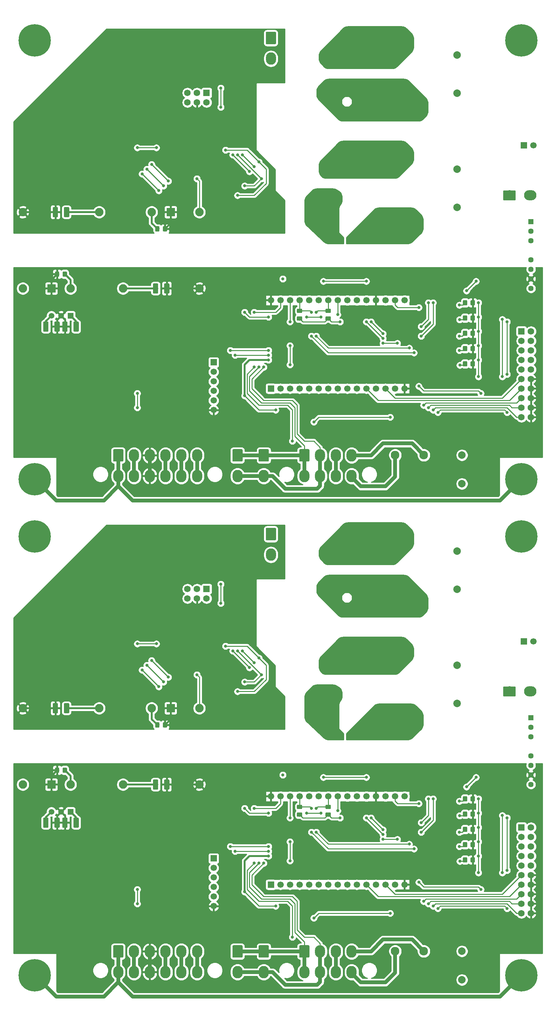
<source format=gbr>
*
%LPD*%
%LNPacMan-B_Cu*%
%FSLAX25Y25*%
%MOIN*%
%AD*%
%AD*%
%ADD10O,0.12992126X0.106299213*%
%ADD11C,0.003937008*%
%ADD12C,0.106299213*%
%ADD13C,0.066929134*%
%ADD14R,0.066929134X0.066929134*%
%ADD15C,0.056102362*%
%ADD16O,0.106299213X0.12992126*%
%ADD17C,0.078740157*%
%ADD18C,0.090551181*%
%ADD19C,0.068*%
%ADD20R,0.068X0.068*%
%ADD21C,0.045275591*%
%ADD22C,0.088582677*%
%ADD23R,0.088582677X0.088582677*%
%ADD24C,0.157480315*%
%ADD25C,0.057086614*%
%ADD26R,0.057086614X0.057086614*%
%ADD27C,0.059370079*%
%ADD28R,0.059370079X0.059370079*%
%ADD29C,0.137795276*%
%ADD30C,0.338582677*%
%ADD31C,0.031496063*%
%ADD32C,0.00984252*%
%ADD33C,0.019685039*%
%ADD34C,0.039370079*%
%ADD35C,0.01*%
G54D10*
%SRX1Y1I0.0J0.0*%
G1X549145Y327488D3*
G54D11*
G36*
G1X520996Y323157D2*
G1X521000Y323060D1*
G1X521015Y322965D1*
G1X521038Y322871D1*
G1X521071Y322780D1*
G1X521112Y322693D1*
G1X521162Y322610D1*
G1X521219Y322532D1*
G1X521284Y322461D1*
G1X521356Y322396D1*
G1X521433Y322338D1*
G1X521516Y322289D1*
G1X521603Y322247D1*
G1X521694Y322215D1*
G1X521788Y322191D1*
G1X521884Y322177D1*
G1X521980Y322173D1*
G1X533004Y322173D1*
G1X533100Y322177D1*
G1X533196Y322191D1*
G1X533289Y322215D1*
G1X533380Y322247D1*
G1X533468Y322289D1*
G1X533550Y322338D1*
G1X533628Y322396D1*
G1X533700Y322461D1*
G1X533764Y322532D1*
G1X533822Y322610D1*
G1X533872Y322693D1*
G1X533913Y322780D1*
G1X533945Y322871D1*
G1X533969Y322965D1*
G1X533983Y323060D1*
G1X533988Y323157D1*
G1X533988Y331818D1*
G1X533983Y331915D1*
G1X533969Y332010D1*
G1X533945Y332104D1*
G1X533913Y332195D1*
G1X533872Y332282D1*
G1X533822Y332365D1*
G1X533764Y332443D1*
G1X533700Y332514D1*
G1X533628Y332579D1*
G1X533550Y332637D1*
G1X533468Y332686D1*
G1X533380Y332728D1*
G1X533289Y332760D1*
G1X533196Y332784D1*
G1X533100Y332798D1*
G1X533004Y332802D1*
G1X521980Y332802D1*
G1X521884Y332798D1*
G1X521788Y332784D1*
G1X521694Y332760D1*
G1X521603Y332728D1*
G1X521516Y332686D1*
G1X521433Y332637D1*
G1X521356Y332579D1*
G1X521284Y332514D1*
G1X521219Y332443D1*
G1X521162Y332365D1*
G1X521112Y332282D1*
G1X521071Y332195D1*
G1X521038Y332104D1*
G1X521015Y332010D1*
G1X521000Y331915D1*
G1X520996Y331818D1*
G1X520996Y323157D1*
G37*
G54D12*
G1X527492Y327488D3*
G54D13*
G1X337492Y217488D3*
G1X327492Y217488D3*
G1X417492Y217488D3*
G1X357492Y217488D3*
G1X317492Y217488D3*
G1X387492Y217488D3*
G1X347492Y217488D3*
G1X407492Y217488D3*
G1X277492Y217488D3*
G1X367492Y217488D3*
G1X297492Y217488D3*
G1X377492Y217488D3*
G1X287492Y217488D3*
G1X307492Y217488D3*
G1X397492Y217488D3*
G1X307492Y124988D3*
G1X357492Y124988D3*
G1X327492Y124988D3*
G1X347492Y124988D3*
G1X337492Y124988D3*
G1X377492Y124988D3*
G1X387492Y124988D3*
G1X417492Y124988D3*
G54D14*
G1X277492Y124988D3*
G54D13*
G1X317492Y124988D3*
G1X287492Y124988D3*
G1X397492Y124988D3*
G1X407492Y124988D3*
G1X367492Y124988D3*
G1X297492Y124988D3*
G54D11*
G36*
G1X48830Y305755D2*
G1X48835Y305659D1*
G1X48849Y305563D1*
G1X48873Y305470D1*
G1X48905Y305379D1*
G1X48947Y305291D1*
G1X48996Y305208D1*
G1X49054Y305131D1*
G1X49119Y305059D1*
G1X49190Y304994D1*
G1X49268Y304937D1*
G1X49351Y304887D1*
G1X49438Y304846D1*
G1X49529Y304813D1*
G1X49623Y304790D1*
G1X49718Y304776D1*
G1X49815Y304771D1*
G1X53456Y304771D1*
G1X53553Y304776D1*
G1X53648Y304790D1*
G1X53742Y304813D1*
G1X53833Y304846D1*
G1X53920Y304887D1*
G1X54003Y304937D1*
G1X54081Y304994D1*
G1X54152Y305059D1*
G1X54217Y305131D1*
G1X54275Y305208D1*
G1X54324Y305291D1*
G1X54366Y305379D1*
G1X54398Y305470D1*
G1X54422Y305563D1*
G1X54436Y305659D1*
G1X54441Y305755D1*
G1X54441Y314220D1*
G1X54436Y314316D1*
G1X54422Y314412D1*
G1X54398Y314506D1*
G1X54366Y314596D1*
G1X54324Y314684D1*
G1X54275Y314767D1*
G1X54217Y314844D1*
G1X54152Y314916D1*
G1X54081Y314981D1*
G1X54003Y315038D1*
G1X53920Y315088D1*
G1X53833Y315129D1*
G1X53742Y315162D1*
G1X53648Y315185D1*
G1X53553Y315199D1*
G1X53456Y315204D1*
G1X49815Y315204D1*
G1X49718Y315199D1*
G1X49623Y315185D1*
G1X49529Y315162D1*
G1X49438Y315129D1*
G1X49351Y315088D1*
G1X49268Y315038D1*
G1X49190Y314981D1*
G1X49119Y314916D1*
G1X49054Y314844D1*
G1X48996Y314767D1*
G1X48947Y314684D1*
G1X48905Y314596D1*
G1X48873Y314506D1*
G1X48849Y314412D1*
G1X48835Y314316D1*
G1X48830Y314220D1*
G1X48830Y305755D1*
G37*
G54D15*
G1X51635Y309988D3*
G54D11*
G36*
G1X60543Y305755D2*
G1X60548Y305659D1*
G1X60562Y305563D1*
G1X60585Y305470D1*
G1X60618Y305379D1*
G1X60659Y305291D1*
G1X60709Y305208D1*
G1X60766Y305131D1*
G1X60831Y305059D1*
G1X60903Y304994D1*
G1X60980Y304937D1*
G1X61063Y304887D1*
G1X61151Y304846D1*
G1X61241Y304813D1*
G1X61335Y304790D1*
G1X61431Y304776D1*
G1X61527Y304771D1*
G1X65169Y304771D1*
G1X65265Y304776D1*
G1X65361Y304790D1*
G1X65455Y304813D1*
G1X65546Y304846D1*
G1X65633Y304887D1*
G1X65716Y304937D1*
G1X65793Y304994D1*
G1X65865Y305059D1*
G1X65930Y305131D1*
G1X65987Y305208D1*
G1X66037Y305291D1*
G1X66078Y305379D1*
G1X66111Y305470D1*
G1X66134Y305563D1*
G1X66148Y305659D1*
G1X66153Y305755D1*
G1X66153Y314220D1*
G1X66148Y314316D1*
G1X66134Y314412D1*
G1X66111Y314506D1*
G1X66078Y314596D1*
G1X66037Y314684D1*
G1X65987Y314767D1*
G1X65930Y314844D1*
G1X65865Y314916D1*
G1X65793Y314981D1*
G1X65716Y315038D1*
G1X65633Y315088D1*
G1X65546Y315129D1*
G1X65455Y315162D1*
G1X65361Y315185D1*
G1X65265Y315199D1*
G1X65169Y315204D1*
G1X61527Y315204D1*
G1X61431Y315199D1*
G1X61335Y315185D1*
G1X61241Y315162D1*
G1X61151Y315129D1*
G1X61063Y315088D1*
G1X60980Y315038D1*
G1X60903Y314981D1*
G1X60831Y314916D1*
G1X60766Y314844D1*
G1X60709Y314767D1*
G1X60659Y314684D1*
G1X60618Y314596D1*
G1X60585Y314506D1*
G1X60562Y314412D1*
G1X60548Y314316D1*
G1X60543Y314220D1*
G1X60543Y305755D1*
G37*
G54D15*
G1X63348Y309988D3*
G54D11*
G36*
G1X50543Y185755D2*
G1X50548Y185659D1*
G1X50562Y185563D1*
G1X50585Y185470D1*
G1X50618Y185379D1*
G1X50659Y185291D1*
G1X50709Y185208D1*
G1X50766Y185131D1*
G1X50831Y185059D1*
G1X50903Y184994D1*
G1X50980Y184937D1*
G1X51063Y184887D1*
G1X51151Y184846D1*
G1X51241Y184813D1*
G1X51335Y184790D1*
G1X51431Y184776D1*
G1X51527Y184771D1*
G1X55169Y184771D1*
G1X55265Y184776D1*
G1X55361Y184790D1*
G1X55455Y184813D1*
G1X55546Y184846D1*
G1X55633Y184887D1*
G1X55716Y184937D1*
G1X55793Y184994D1*
G1X55865Y185059D1*
G1X55930Y185131D1*
G1X55987Y185208D1*
G1X56037Y185291D1*
G1X56078Y185379D1*
G1X56111Y185470D1*
G1X56134Y185563D1*
G1X56148Y185659D1*
G1X56153Y185755D1*
G1X56153Y194220D1*
G1X56148Y194316D1*
G1X56134Y194412D1*
G1X56111Y194506D1*
G1X56078Y194596D1*
G1X56037Y194684D1*
G1X55987Y194767D1*
G1X55930Y194844D1*
G1X55865Y194916D1*
G1X55793Y194981D1*
G1X55716Y195038D1*
G1X55633Y195088D1*
G1X55546Y195129D1*
G1X55455Y195162D1*
G1X55361Y195185D1*
G1X55265Y195199D1*
G1X55169Y195204D1*
G1X51527Y195204D1*
G1X51431Y195199D1*
G1X51335Y195185D1*
G1X51241Y195162D1*
G1X51151Y195129D1*
G1X51063Y195088D1*
G1X50980Y195038D1*
G1X50903Y194981D1*
G1X50831Y194916D1*
G1X50766Y194844D1*
G1X50709Y194767D1*
G1X50659Y194684D1*
G1X50618Y194596D1*
G1X50585Y194506D1*
G1X50562Y194412D1*
G1X50548Y194316D1*
G1X50543Y194220D1*
G1X50543Y185755D1*
G37*
G54D15*
G1X53348Y189988D3*
G54D11*
G36*
G1X38830Y185755D2*
G1X38835Y185659D1*
G1X38849Y185563D1*
G1X38873Y185470D1*
G1X38905Y185379D1*
G1X38947Y185291D1*
G1X38996Y185208D1*
G1X39054Y185131D1*
G1X39119Y185059D1*
G1X39190Y184994D1*
G1X39268Y184937D1*
G1X39351Y184887D1*
G1X39438Y184846D1*
G1X39529Y184813D1*
G1X39623Y184790D1*
G1X39718Y184776D1*
G1X39815Y184771D1*
G1X43456Y184771D1*
G1X43553Y184776D1*
G1X43648Y184790D1*
G1X43742Y184813D1*
G1X43833Y184846D1*
G1X43920Y184887D1*
G1X44003Y184937D1*
G1X44081Y184994D1*
G1X44152Y185059D1*
G1X44217Y185131D1*
G1X44275Y185208D1*
G1X44324Y185291D1*
G1X44366Y185379D1*
G1X44398Y185470D1*
G1X44422Y185563D1*
G1X44436Y185659D1*
G1X44441Y185755D1*
G1X44441Y194220D1*
G1X44436Y194316D1*
G1X44422Y194412D1*
G1X44398Y194506D1*
G1X44366Y194596D1*
G1X44324Y194684D1*
G1X44275Y194767D1*
G1X44217Y194844D1*
G1X44152Y194916D1*
G1X44081Y194981D1*
G1X44003Y195038D1*
G1X43920Y195088D1*
G1X43833Y195129D1*
G1X43742Y195162D1*
G1X43648Y195185D1*
G1X43553Y195199D1*
G1X43456Y195204D1*
G1X39815Y195204D1*
G1X39718Y195199D1*
G1X39623Y195185D1*
G1X39529Y195162D1*
G1X39438Y195129D1*
G1X39351Y195088D1*
G1X39268Y195038D1*
G1X39190Y194981D1*
G1X39119Y194916D1*
G1X39054Y194844D1*
G1X38996Y194767D1*
G1X38947Y194684D1*
G1X38905Y194596D1*
G1X38873Y194506D1*
G1X38849Y194412D1*
G1X38835Y194316D1*
G1X38830Y194220D1*
G1X38830Y185755D1*
G37*
G54D15*
G1X41635Y189988D3*
G54D11*
G36*
G1X58830Y185755D2*
G1X58835Y185659D1*
G1X58849Y185563D1*
G1X58873Y185470D1*
G1X58905Y185379D1*
G1X58947Y185291D1*
G1X58996Y185208D1*
G1X59054Y185131D1*
G1X59119Y185059D1*
G1X59190Y184994D1*
G1X59268Y184937D1*
G1X59351Y184887D1*
G1X59438Y184846D1*
G1X59529Y184813D1*
G1X59623Y184790D1*
G1X59718Y184776D1*
G1X59815Y184771D1*
G1X63456Y184771D1*
G1X63553Y184776D1*
G1X63648Y184790D1*
G1X63742Y184813D1*
G1X63833Y184846D1*
G1X63920Y184887D1*
G1X64003Y184937D1*
G1X64081Y184994D1*
G1X64152Y185059D1*
G1X64217Y185131D1*
G1X64275Y185208D1*
G1X64324Y185291D1*
G1X64366Y185379D1*
G1X64398Y185470D1*
G1X64422Y185563D1*
G1X64436Y185659D1*
G1X64441Y185755D1*
G1X64441Y194220D1*
G1X64436Y194316D1*
G1X64422Y194412D1*
G1X64398Y194506D1*
G1X64366Y194596D1*
G1X64324Y194684D1*
G1X64275Y194767D1*
G1X64217Y194844D1*
G1X64152Y194916D1*
G1X64081Y194981D1*
G1X64003Y195038D1*
G1X63920Y195088D1*
G1X63833Y195129D1*
G1X63742Y195162D1*
G1X63648Y195185D1*
G1X63553Y195199D1*
G1X63456Y195204D1*
G1X59815Y195204D1*
G1X59718Y195199D1*
G1X59623Y195185D1*
G1X59529Y195162D1*
G1X59438Y195129D1*
G1X59351Y195088D1*
G1X59268Y195038D1*
G1X59190Y194981D1*
G1X59119Y194916D1*
G1X59054Y194844D1*
G1X58996Y194767D1*
G1X58947Y194684D1*
G1X58905Y194596D1*
G1X58873Y194506D1*
G1X58849Y194412D1*
G1X58835Y194316D1*
G1X58830Y194220D1*
G1X58830Y185755D1*
G37*
G54D15*
G1X61635Y189988D3*
G54D11*
G36*
G1X70543Y185755D2*
G1X70548Y185659D1*
G1X70562Y185563D1*
G1X70585Y185470D1*
G1X70618Y185379D1*
G1X70659Y185291D1*
G1X70709Y185208D1*
G1X70766Y185131D1*
G1X70831Y185059D1*
G1X70903Y184994D1*
G1X70980Y184937D1*
G1X71063Y184887D1*
G1X71151Y184846D1*
G1X71241Y184813D1*
G1X71335Y184790D1*
G1X71431Y184776D1*
G1X71527Y184771D1*
G1X75169Y184771D1*
G1X75265Y184776D1*
G1X75361Y184790D1*
G1X75455Y184813D1*
G1X75546Y184846D1*
G1X75633Y184887D1*
G1X75716Y184937D1*
G1X75793Y184994D1*
G1X75865Y185059D1*
G1X75930Y185131D1*
G1X75987Y185208D1*
G1X76037Y185291D1*
G1X76078Y185379D1*
G1X76111Y185470D1*
G1X76134Y185563D1*
G1X76148Y185659D1*
G1X76153Y185755D1*
G1X76153Y194220D1*
G1X76148Y194316D1*
G1X76134Y194412D1*
G1X76111Y194506D1*
G1X76078Y194596D1*
G1X76037Y194684D1*
G1X75987Y194767D1*
G1X75930Y194844D1*
G1X75865Y194916D1*
G1X75793Y194981D1*
G1X75716Y195038D1*
G1X75633Y195088D1*
G1X75546Y195129D1*
G1X75455Y195162D1*
G1X75361Y195185D1*
G1X75265Y195199D1*
G1X75169Y195204D1*
G1X71527Y195204D1*
G1X71431Y195199D1*
G1X71335Y195185D1*
G1X71241Y195162D1*
G1X71151Y195129D1*
G1X71063Y195088D1*
G1X70980Y195038D1*
G1X70903Y194981D1*
G1X70831Y194916D1*
G1X70766Y194844D1*
G1X70709Y194767D1*
G1X70659Y194684D1*
G1X70618Y194596D1*
G1X70585Y194506D1*
G1X70562Y194412D1*
G1X70548Y194316D1*
G1X70543Y194220D1*
G1X70543Y185755D1*
G37*
G54D15*
G1X73348Y189988D3*
G54D11*
G36*
G1X165543Y225755D2*
G1X165548Y225659D1*
G1X165562Y225563D1*
G1X165585Y225470D1*
G1X165618Y225379D1*
G1X165659Y225291D1*
G1X165709Y225208D1*
G1X165766Y225131D1*
G1X165831Y225059D1*
G1X165903Y224994D1*
G1X165980Y224937D1*
G1X166063Y224887D1*
G1X166151Y224846D1*
G1X166241Y224813D1*
G1X166335Y224790D1*
G1X166431Y224776D1*
G1X166527Y224771D1*
G1X170169Y224771D1*
G1X170265Y224776D1*
G1X170361Y224790D1*
G1X170455Y224813D1*
G1X170546Y224846D1*
G1X170633Y224887D1*
G1X170716Y224937D1*
G1X170793Y224994D1*
G1X170865Y225059D1*
G1X170930Y225131D1*
G1X170987Y225208D1*
G1X171037Y225291D1*
G1X171078Y225379D1*
G1X171111Y225470D1*
G1X171134Y225563D1*
G1X171148Y225659D1*
G1X171153Y225755D1*
G1X171153Y234220D1*
G1X171148Y234316D1*
G1X171134Y234412D1*
G1X171111Y234506D1*
G1X171078Y234596D1*
G1X171037Y234684D1*
G1X170987Y234767D1*
G1X170930Y234844D1*
G1X170865Y234916D1*
G1X170793Y234981D1*
G1X170716Y235038D1*
G1X170633Y235088D1*
G1X170546Y235129D1*
G1X170455Y235162D1*
G1X170361Y235185D1*
G1X170265Y235199D1*
G1X170169Y235204D1*
G1X166527Y235204D1*
G1X166431Y235199D1*
G1X166335Y235185D1*
G1X166241Y235162D1*
G1X166151Y235129D1*
G1X166063Y235088D1*
G1X165980Y235038D1*
G1X165903Y234981D1*
G1X165831Y234916D1*
G1X165766Y234844D1*
G1X165709Y234767D1*
G1X165659Y234684D1*
G1X165618Y234596D1*
G1X165585Y234506D1*
G1X165562Y234412D1*
G1X165548Y234316D1*
G1X165543Y234220D1*
G1X165543Y225755D1*
G37*
G54D15*
G1X168348Y229988D3*
G54D11*
G36*
G1X153830Y225755D2*
G1X153835Y225659D1*
G1X153849Y225563D1*
G1X153873Y225470D1*
G1X153905Y225379D1*
G1X153947Y225291D1*
G1X153996Y225208D1*
G1X154054Y225131D1*
G1X154119Y225059D1*
G1X154190Y224994D1*
G1X154268Y224937D1*
G1X154351Y224887D1*
G1X154438Y224846D1*
G1X154529Y224813D1*
G1X154623Y224790D1*
G1X154718Y224776D1*
G1X154815Y224771D1*
G1X158456Y224771D1*
G1X158553Y224776D1*
G1X158648Y224790D1*
G1X158742Y224813D1*
G1X158833Y224846D1*
G1X158920Y224887D1*
G1X159003Y224937D1*
G1X159081Y224994D1*
G1X159152Y225059D1*
G1X159217Y225131D1*
G1X159275Y225208D1*
G1X159324Y225291D1*
G1X159366Y225379D1*
G1X159398Y225470D1*
G1X159422Y225563D1*
G1X159436Y225659D1*
G1X159441Y225755D1*
G1X159441Y234220D1*
G1X159436Y234316D1*
G1X159422Y234412D1*
G1X159398Y234506D1*
G1X159366Y234596D1*
G1X159324Y234684D1*
G1X159275Y234767D1*
G1X159217Y234844D1*
G1X159152Y234916D1*
G1X159081Y234981D1*
G1X159003Y235038D1*
G1X158920Y235088D1*
G1X158833Y235129D1*
G1X158742Y235162D1*
G1X158648Y235185D1*
G1X158553Y235199D1*
G1X158456Y235204D1*
G1X154815Y235204D1*
G1X154718Y235199D1*
G1X154623Y235185D1*
G1X154529Y235162D1*
G1X154438Y235129D1*
G1X154351Y235088D1*
G1X154268Y235038D1*
G1X154190Y234981D1*
G1X154119Y234916D1*
G1X154054Y234844D1*
G1X153996Y234767D1*
G1X153947Y234684D1*
G1X153905Y234596D1*
G1X153873Y234506D1*
G1X153849Y234412D1*
G1X153835Y234316D1*
G1X153830Y234220D1*
G1X153830Y225755D1*
G37*
G54D15*
G1X156635Y229988D3*
G54D16*
G1X269992Y33334D3*
G54D11*
G36*
G1X264677Y49476D2*
G1X264682Y49379D1*
G1X264696Y49284D1*
G1X264719Y49190D1*
G1X264752Y49099D1*
G1X264793Y49012D1*
G1X264843Y48929D1*
G1X264900Y48851D1*
G1X264965Y48780D1*
G1X265037Y48715D1*
G1X265114Y48657D1*
G1X265197Y48608D1*
G1X265284Y48566D1*
G1X265375Y48534D1*
G1X265469Y48510D1*
G1X265565Y48496D1*
G1X265661Y48491D1*
G1X274322Y48491D1*
G1X274419Y48496D1*
G1X274514Y48510D1*
G1X274608Y48534D1*
G1X274699Y48566D1*
G1X274786Y48608D1*
G1X274869Y48657D1*
G1X274947Y48715D1*
G1X275018Y48780D1*
G1X275083Y48851D1*
G1X275141Y48929D1*
G1X275191Y49012D1*
G1X275232Y49099D1*
G1X275264Y49190D1*
G1X275288Y49284D1*
G1X275302Y49379D1*
G1X275307Y49476D1*
G1X275307Y60499D1*
G1X275302Y60596D1*
G1X275288Y60691D1*
G1X275264Y60785D1*
G1X275232Y60876D1*
G1X275191Y60963D1*
G1X275141Y61046D1*
G1X275083Y61124D1*
G1X275018Y61195D1*
G1X274947Y61260D1*
G1X274869Y61318D1*
G1X274786Y61367D1*
G1X274699Y61409D1*
G1X274608Y61441D1*
G1X274514Y61465D1*
G1X274419Y61479D1*
G1X274322Y61484D1*
G1X265661Y61484D1*
G1X265565Y61479D1*
G1X265469Y61465D1*
G1X265375Y61441D1*
G1X265284Y61409D1*
G1X265197Y61367D1*
G1X265114Y61318D1*
G1X265037Y61260D1*
G1X264965Y61195D1*
G1X264900Y61124D1*
G1X264843Y61046D1*
G1X264793Y60963D1*
G1X264752Y60876D1*
G1X264719Y60785D1*
G1X264696Y60691D1*
G1X264682Y60596D1*
G1X264677Y60499D1*
G1X264677Y49476D1*
G37*
G54D12*
G1X269992Y54988D3*
G54D16*
G1X242492Y33334D3*
G54D11*
G36*
G1X237177Y49476D2*
G1X237182Y49379D1*
G1X237196Y49284D1*
G1X237219Y49190D1*
G1X237252Y49099D1*
G1X237293Y49012D1*
G1X237343Y48929D1*
G1X237400Y48851D1*
G1X237465Y48780D1*
G1X237537Y48715D1*
G1X237614Y48657D1*
G1X237697Y48608D1*
G1X237784Y48566D1*
G1X237875Y48534D1*
G1X237969Y48510D1*
G1X238065Y48496D1*
G1X238161Y48491D1*
G1X246822Y48491D1*
G1X246919Y48496D1*
G1X247014Y48510D1*
G1X247108Y48534D1*
G1X247199Y48566D1*
G1X247286Y48608D1*
G1X247369Y48657D1*
G1X247447Y48715D1*
G1X247518Y48780D1*
G1X247583Y48851D1*
G1X247641Y48929D1*
G1X247691Y49012D1*
G1X247732Y49099D1*
G1X247764Y49190D1*
G1X247788Y49284D1*
G1X247802Y49379D1*
G1X247807Y49476D1*
G1X247807Y60499D1*
G1X247802Y60596D1*
G1X247788Y60691D1*
G1X247764Y60785D1*
G1X247732Y60876D1*
G1X247691Y60963D1*
G1X247641Y61046D1*
G1X247583Y61124D1*
G1X247518Y61195D1*
G1X247447Y61260D1*
G1X247369Y61318D1*
G1X247286Y61367D1*
G1X247199Y61409D1*
G1X247108Y61441D1*
G1X247014Y61465D1*
G1X246919Y61479D1*
G1X246822Y61484D1*
G1X238161Y61484D1*
G1X238065Y61479D1*
G1X237969Y61465D1*
G1X237875Y61441D1*
G1X237784Y61409D1*
G1X237697Y61367D1*
G1X237614Y61318D1*
G1X237537Y61260D1*
G1X237465Y61195D1*
G1X237400Y61124D1*
G1X237343Y61046D1*
G1X237293Y60963D1*
G1X237252Y60876D1*
G1X237219Y60785D1*
G1X237196Y60691D1*
G1X237182Y60596D1*
G1X237177Y60499D1*
G1X237177Y49476D1*
G37*
G54D12*
G1X242492Y54988D3*
G54D16*
G1X200169Y33334D3*
G1X183634Y33334D3*
G1X167098Y33334D3*
G1X150563Y33334D3*
G1X134027Y33334D3*
G1X117492Y33334D3*
G1X200169Y54988D3*
G1X183634Y54988D3*
G1X167098Y54988D3*
G1X150563Y54988D3*
G1X134027Y54988D3*
G54D11*
G36*
G1X112177Y49476D2*
G1X112182Y49379D1*
G1X112196Y49284D1*
G1X112219Y49190D1*
G1X112252Y49099D1*
G1X112293Y49012D1*
G1X112343Y48929D1*
G1X112400Y48851D1*
G1X112465Y48780D1*
G1X112537Y48715D1*
G1X112614Y48657D1*
G1X112697Y48608D1*
G1X112784Y48566D1*
G1X112875Y48534D1*
G1X112969Y48510D1*
G1X113065Y48496D1*
G1X113161Y48491D1*
G1X121822Y48491D1*
G1X121919Y48496D1*
G1X122014Y48510D1*
G1X122108Y48534D1*
G1X122199Y48566D1*
G1X122286Y48608D1*
G1X122369Y48657D1*
G1X122447Y48715D1*
G1X122518Y48780D1*
G1X122583Y48851D1*
G1X122641Y48929D1*
G1X122691Y49012D1*
G1X122732Y49099D1*
G1X122764Y49190D1*
G1X122788Y49284D1*
G1X122802Y49379D1*
G1X122807Y49476D1*
G1X122807Y60499D1*
G1X122802Y60596D1*
G1X122788Y60691D1*
G1X122764Y60785D1*
G1X122732Y60876D1*
G1X122691Y60963D1*
G1X122641Y61046D1*
G1X122583Y61124D1*
G1X122518Y61195D1*
G1X122447Y61260D1*
G1X122369Y61318D1*
G1X122286Y61367D1*
G1X122199Y61409D1*
G1X122108Y61441D1*
G1X122014Y61465D1*
G1X121919Y61479D1*
G1X121822Y61484D1*
G1X113161Y61484D1*
G1X113065Y61479D1*
G1X112969Y61465D1*
G1X112875Y61441D1*
G1X112784Y61409D1*
G1X112697Y61367D1*
G1X112614Y61318D1*
G1X112537Y61260D1*
G1X112465Y61195D1*
G1X112400Y61124D1*
G1X112343Y61046D1*
G1X112293Y60963D1*
G1X112252Y60876D1*
G1X112219Y60785D1*
G1X112196Y60691D1*
G1X112182Y60596D1*
G1X112177Y60499D1*
G1X112177Y49476D1*
G37*
G54D12*
G1X117492Y54988D3*
G54D16*
G1X362098Y33334D3*
G1X345563Y33334D3*
G1X329027Y33334D3*
G1X312492Y33334D3*
G1X362098Y54988D3*
G1X345563Y54988D3*
G1X329027Y54988D3*
G54D11*
G36*
G1X307177Y49476D2*
G1X307182Y49379D1*
G1X307196Y49284D1*
G1X307219Y49190D1*
G1X307252Y49099D1*
G1X307293Y49012D1*
G1X307343Y48929D1*
G1X307400Y48851D1*
G1X307465Y48780D1*
G1X307537Y48715D1*
G1X307614Y48657D1*
G1X307697Y48608D1*
G1X307784Y48566D1*
G1X307875Y48534D1*
G1X307969Y48510D1*
G1X308065Y48496D1*
G1X308161Y48491D1*
G1X316822Y48491D1*
G1X316919Y48496D1*
G1X317014Y48510D1*
G1X317108Y48534D1*
G1X317199Y48566D1*
G1X317286Y48608D1*
G1X317369Y48657D1*
G1X317447Y48715D1*
G1X317518Y48780D1*
G1X317583Y48851D1*
G1X317641Y48929D1*
G1X317691Y49012D1*
G1X317732Y49099D1*
G1X317764Y49190D1*
G1X317788Y49284D1*
G1X317802Y49379D1*
G1X317807Y49476D1*
G1X317807Y60499D1*
G1X317802Y60596D1*
G1X317788Y60691D1*
G1X317764Y60785D1*
G1X317732Y60876D1*
G1X317691Y60963D1*
G1X317641Y61046D1*
G1X317583Y61124D1*
G1X317518Y61195D1*
G1X317447Y61260D1*
G1X317369Y61318D1*
G1X317286Y61367D1*
G1X317199Y61409D1*
G1X317108Y61441D1*
G1X317014Y61465D1*
G1X316919Y61479D1*
G1X316822Y61484D1*
G1X308161Y61484D1*
G1X308065Y61479D1*
G1X307969Y61465D1*
G1X307875Y61441D1*
G1X307784Y61409D1*
G1X307697Y61367D1*
G1X307614Y61318D1*
G1X307537Y61260D1*
G1X307465Y61195D1*
G1X307400Y61124D1*
G1X307343Y61046D1*
G1X307293Y60963D1*
G1X307252Y60876D1*
G1X307219Y60785D1*
G1X307196Y60691D1*
G1X307182Y60596D1*
G1X307177Y60499D1*
G1X307177Y49476D1*
G37*
G54D12*
G1X312492Y54988D3*
G54D16*
G1X277492Y470834D3*
G54D11*
G36*
G1X272177Y486976D2*
G1X272182Y486879D1*
G1X272196Y486784D1*
G1X272219Y486690D1*
G1X272252Y486599D1*
G1X272293Y486512D1*
G1X272343Y486429D1*
G1X272400Y486351D1*
G1X272465Y486280D1*
G1X272537Y486215D1*
G1X272614Y486157D1*
G1X272697Y486108D1*
G1X272784Y486066D1*
G1X272875Y486034D1*
G1X272969Y486010D1*
G1X273065Y485996D1*
G1X273161Y485991D1*
G1X281822Y485991D1*
G1X281919Y485996D1*
G1X282014Y486010D1*
G1X282108Y486034D1*
G1X282199Y486066D1*
G1X282286Y486108D1*
G1X282369Y486157D1*
G1X282447Y486215D1*
G1X282518Y486280D1*
G1X282583Y486351D1*
G1X282641Y486429D1*
G1X282691Y486512D1*
G1X282732Y486599D1*
G1X282764Y486690D1*
G1X282788Y486784D1*
G1X282802Y486879D1*
G1X282807Y486976D1*
G1X282807Y497999D1*
G1X282802Y498096D1*
G1X282788Y498191D1*
G1X282764Y498285D1*
G1X282732Y498376D1*
G1X282691Y498463D1*
G1X282641Y498546D1*
G1X282583Y498624D1*
G1X282518Y498695D1*
G1X282447Y498760D1*
G1X282369Y498818D1*
G1X282286Y498867D1*
G1X282199Y498909D1*
G1X282108Y498941D1*
G1X282014Y498965D1*
G1X281919Y498979D1*
G1X281822Y498984D1*
G1X273161Y498984D1*
G1X273065Y498979D1*
G1X272969Y498965D1*
G1X272875Y498941D1*
G1X272784Y498909D1*
G1X272697Y498867D1*
G1X272614Y498818D1*
G1X272537Y498760D1*
G1X272465Y498695D1*
G1X272400Y498624D1*
G1X272343Y498546D1*
G1X272293Y498463D1*
G1X272252Y498376D1*
G1X272219Y498285D1*
G1X272196Y498191D1*
G1X272182Y498096D1*
G1X272177Y497999D1*
G1X272177Y486976D1*
G37*
G54D12*
G1X277492Y492488D3*
G54D17*
G1X477742Y25238D3*
G54D18*
G1X407742Y55238D3*
G1X437742Y55238D3*
G54D17*
G1X477742Y55238D3*
G54D19*
G1X549992Y94988D3*
G1X539992Y94988D3*
G1X549992Y104988D3*
G1X539992Y104988D3*
G1X549992Y114988D3*
G1X539992Y114988D3*
G1X549992Y124988D3*
G1X539992Y124988D3*
G1X549992Y134988D3*
G1X539992Y134988D3*
G1X549992Y144988D3*
G1X539992Y144988D3*
G1X549992Y154988D3*
G1X539992Y154988D3*
G1X549992Y164988D3*
G1X539992Y164988D3*
G1X549992Y174988D3*
G1X539992Y174988D3*
G1X549992Y184988D3*
G54D20*
G1X539992Y184988D3*
G54D11*
G36*
G1X334736Y205243D2*
G1X334741Y205147D1*
G1X334755Y205051D1*
G1X334778Y204958D1*
G1X334811Y204867D1*
G1X334852Y204779D1*
G1X334902Y204697D1*
G1X334959Y204619D1*
G1X335024Y204547D1*
G1X335096Y204483D1*
G1X335173Y204425D1*
G1X335256Y204375D1*
G1X335343Y204334D1*
G1X335434Y204302D1*
G1X335528Y204278D1*
G1X335624Y204264D1*
G1X335720Y204259D1*
G1X339263Y204259D1*
G1X339360Y204264D1*
G1X339455Y204278D1*
G1X339549Y204302D1*
G1X339640Y204334D1*
G1X339727Y204375D1*
G1X339810Y204425D1*
G1X339888Y204483D1*
G1X339959Y204547D1*
G1X340024Y204619D1*
G1X340082Y204697D1*
G1X340131Y204779D1*
G1X340173Y204867D1*
G1X340205Y204958D1*
G1X340229Y205051D1*
G1X340243Y205147D1*
G1X340248Y205243D1*
G1X340248Y207802D1*
G1X340243Y207899D1*
G1X340229Y207994D1*
G1X340205Y208088D1*
G1X340173Y208179D1*
G1X340131Y208266D1*
G1X340082Y208349D1*
G1X340024Y208427D1*
G1X339959Y208498D1*
G1X339888Y208563D1*
G1X339810Y208621D1*
G1X339727Y208671D1*
G1X339640Y208712D1*
G1X339549Y208744D1*
G1X339455Y208768D1*
G1X339360Y208782D1*
G1X339263Y208787D1*
G1X335720Y208787D1*
G1X335624Y208782D1*
G1X335528Y208768D1*
G1X335434Y208744D1*
G1X335343Y208712D1*
G1X335256Y208671D1*
G1X335173Y208621D1*
G1X335096Y208563D1*
G1X335024Y208498D1*
G1X334959Y208427D1*
G1X334902Y208349D1*
G1X334852Y208266D1*
G1X334811Y208179D1*
G1X334778Y208088D1*
G1X334755Y207994D1*
G1X334741Y207899D1*
G1X334736Y207802D1*
G1X334736Y205243D1*
G37*
G54D21*
G1X337492Y206523D3*
G54D11*
G36*
G1X334736Y197173D2*
G1X334741Y197076D1*
G1X334755Y196981D1*
G1X334778Y196887D1*
G1X334811Y196796D1*
G1X334852Y196709D1*
G1X334902Y196626D1*
G1X334959Y196548D1*
G1X335024Y196477D1*
G1X335096Y196412D1*
G1X335173Y196354D1*
G1X335256Y196305D1*
G1X335343Y196263D1*
G1X335434Y196231D1*
G1X335528Y196207D1*
G1X335624Y196193D1*
G1X335720Y196188D1*
G1X339263Y196188D1*
G1X339360Y196193D1*
G1X339455Y196207D1*
G1X339549Y196231D1*
G1X339640Y196263D1*
G1X339727Y196305D1*
G1X339810Y196354D1*
G1X339888Y196412D1*
G1X339959Y196477D1*
G1X340024Y196548D1*
G1X340082Y196626D1*
G1X340131Y196709D1*
G1X340173Y196796D1*
G1X340205Y196887D1*
G1X340229Y196981D1*
G1X340243Y197076D1*
G1X340248Y197173D1*
G1X340248Y199732D1*
G1X340243Y199828D1*
G1X340229Y199924D1*
G1X340205Y200017D1*
G1X340173Y200108D1*
G1X340131Y200196D1*
G1X340082Y200278D1*
G1X340024Y200356D1*
G1X339959Y200428D1*
G1X339888Y200492D1*
G1X339810Y200550D1*
G1X339727Y200600D1*
G1X339640Y200641D1*
G1X339549Y200673D1*
G1X339455Y200697D1*
G1X339360Y200711D1*
G1X339263Y200716D1*
G1X335720Y200716D1*
G1X335624Y200711D1*
G1X335528Y200697D1*
G1X335434Y200673D1*
G1X335343Y200641D1*
G1X335256Y200600D1*
G1X335173Y200550D1*
G1X335096Y200492D1*
G1X335024Y200428D1*
G1X334959Y200356D1*
G1X334902Y200278D1*
G1X334852Y200196D1*
G1X334811Y200108D1*
G1X334778Y200017D1*
G1X334755Y199924D1*
G1X334741Y199828D1*
G1X334736Y199732D1*
G1X334736Y197173D1*
G37*
G54D21*
G1X337492Y198452D3*
G54D11*
G36*
G1X304736Y197173D2*
G1X304741Y197076D1*
G1X304755Y196981D1*
G1X304778Y196887D1*
G1X304811Y196796D1*
G1X304852Y196709D1*
G1X304902Y196626D1*
G1X304959Y196548D1*
G1X305024Y196477D1*
G1X305096Y196412D1*
G1X305173Y196354D1*
G1X305256Y196305D1*
G1X305343Y196263D1*
G1X305434Y196231D1*
G1X305528Y196207D1*
G1X305624Y196193D1*
G1X305720Y196188D1*
G1X309263Y196188D1*
G1X309360Y196193D1*
G1X309455Y196207D1*
G1X309549Y196231D1*
G1X309640Y196263D1*
G1X309727Y196305D1*
G1X309810Y196354D1*
G1X309888Y196412D1*
G1X309959Y196477D1*
G1X310024Y196548D1*
G1X310082Y196626D1*
G1X310131Y196709D1*
G1X310173Y196796D1*
G1X310205Y196887D1*
G1X310229Y196981D1*
G1X310243Y197076D1*
G1X310248Y197173D1*
G1X310248Y199732D1*
G1X310243Y199828D1*
G1X310229Y199924D1*
G1X310205Y200017D1*
G1X310173Y200108D1*
G1X310131Y200196D1*
G1X310082Y200278D1*
G1X310024Y200356D1*
G1X309959Y200428D1*
G1X309888Y200492D1*
G1X309810Y200550D1*
G1X309727Y200600D1*
G1X309640Y200641D1*
G1X309549Y200673D1*
G1X309455Y200697D1*
G1X309360Y200711D1*
G1X309263Y200716D1*
G1X305720Y200716D1*
G1X305624Y200711D1*
G1X305528Y200697D1*
G1X305434Y200673D1*
G1X305343Y200641D1*
G1X305256Y200600D1*
G1X305173Y200550D1*
G1X305096Y200492D1*
G1X305024Y200428D1*
G1X304959Y200356D1*
G1X304902Y200278D1*
G1X304852Y200196D1*
G1X304811Y200108D1*
G1X304778Y200017D1*
G1X304755Y199924D1*
G1X304741Y199828D1*
G1X304736Y199732D1*
G1X304736Y197173D1*
G37*
G54D21*
G1X307492Y198452D3*
G54D11*
G36*
G1X304736Y205243D2*
G1X304741Y205147D1*
G1X304755Y205051D1*
G1X304778Y204958D1*
G1X304811Y204867D1*
G1X304852Y204779D1*
G1X304902Y204697D1*
G1X304959Y204619D1*
G1X305024Y204547D1*
G1X305096Y204483D1*
G1X305173Y204425D1*
G1X305256Y204375D1*
G1X305343Y204334D1*
G1X305434Y204302D1*
G1X305528Y204278D1*
G1X305624Y204264D1*
G1X305720Y204259D1*
G1X309263Y204259D1*
G1X309360Y204264D1*
G1X309455Y204278D1*
G1X309549Y204302D1*
G1X309640Y204334D1*
G1X309727Y204375D1*
G1X309810Y204425D1*
G1X309888Y204483D1*
G1X309959Y204547D1*
G1X310024Y204619D1*
G1X310082Y204697D1*
G1X310131Y204779D1*
G1X310173Y204867D1*
G1X310205Y204958D1*
G1X310229Y205051D1*
G1X310243Y205147D1*
G1X310248Y205243D1*
G1X310248Y207802D1*
G1X310243Y207899D1*
G1X310229Y207994D1*
G1X310205Y208088D1*
G1X310173Y208179D1*
G1X310131Y208266D1*
G1X310082Y208349D1*
G1X310024Y208427D1*
G1X309959Y208498D1*
G1X309888Y208563D1*
G1X309810Y208621D1*
G1X309727Y208671D1*
G1X309640Y208712D1*
G1X309549Y208744D1*
G1X309455Y208768D1*
G1X309360Y208782D1*
G1X309263Y208787D1*
G1X305720Y208787D1*
G1X305624Y208782D1*
G1X305528Y208768D1*
G1X305434Y208744D1*
G1X305343Y208712D1*
G1X305256Y208671D1*
G1X305173Y208621D1*
G1X305096Y208563D1*
G1X305024Y208498D1*
G1X304959Y208427D1*
G1X304902Y208349D1*
G1X304852Y208266D1*
G1X304811Y208179D1*
G1X304778Y208088D1*
G1X304755Y207994D1*
G1X304741Y207899D1*
G1X304736Y207802D1*
G1X304736Y205243D1*
G37*
G54D21*
G1X307492Y206523D3*
G54D22*
G1X202492Y309988D3*
G1X202492Y229988D3*
G1X122492Y229988D3*
G1X152492Y309988D3*
G54D23*
G1X172492Y309988D3*
G54D22*
G1X17492Y229988D3*
G1X17492Y309988D3*
G1X97492Y309988D3*
G1X67492Y229988D3*
G54D23*
G1X47492Y229988D3*
G54D17*
G1X472492Y474515D3*
G1X472492Y434515D3*
G54D24*
G1X422492Y419515D3*
G1X412492Y489515D3*
G54D17*
G1X472492Y354988D3*
G1X472492Y314988D3*
G54D24*
G1X422492Y299988D3*
G1X412492Y369988D3*
G54D25*
G1X549992Y229988D3*
G1X549992Y239988D3*
G1X549992Y249988D3*
G1X549992Y259988D3*
G1X549992Y279988D3*
G1X549992Y289988D3*
G54D26*
G1X549992Y299988D3*
G54D27*
G1X47492Y201385D3*
G1X57492Y201385D3*
G54D28*
G1X67492Y201385D3*
G54D29*
G1X339992Y324397D3*
G1X339992Y355578D3*
G1X339992Y439397D3*
G1X339992Y470578D3*
G54D11*
G36*
G1X478693Y213216D2*
G1X478697Y213119D1*
G1X478711Y213024D1*
G1X478735Y212930D1*
G1X478767Y212839D1*
G1X478809Y212752D1*
G1X478858Y212669D1*
G1X478916Y212591D1*
G1X478981Y212520D1*
G1X479052Y212455D1*
G1X479130Y212397D1*
G1X479213Y212348D1*
G1X479300Y212307D1*
G1X479391Y212274D1*
G1X479485Y212251D1*
G1X479580Y212236D1*
G1X479677Y212232D1*
G1X482236Y212232D1*
G1X482332Y212236D1*
G1X482428Y212251D1*
G1X482522Y212274D1*
G1X482613Y212307D1*
G1X482700Y212348D1*
G1X482783Y212397D1*
G1X482860Y212455D1*
G1X482932Y212520D1*
G1X482997Y212591D1*
G1X483054Y212669D1*
G1X483104Y212752D1*
G1X483145Y212839D1*
G1X483178Y212930D1*
G1X483201Y213024D1*
G1X483215Y213119D1*
G1X483220Y213216D1*
G1X483220Y216759D1*
G1X483215Y216856D1*
G1X483201Y216951D1*
G1X483178Y217045D1*
G1X483145Y217136D1*
G1X483104Y217223D1*
G1X483054Y217306D1*
G1X482997Y217384D1*
G1X482932Y217455D1*
G1X482860Y217520D1*
G1X482783Y217578D1*
G1X482700Y217627D1*
G1X482613Y217669D1*
G1X482522Y217701D1*
G1X482428Y217725D1*
G1X482332Y217739D1*
G1X482236Y217743D1*
G1X479677Y217743D1*
G1X479580Y217739D1*
G1X479485Y217725D1*
G1X479391Y217701D1*
G1X479300Y217669D1*
G1X479213Y217627D1*
G1X479130Y217578D1*
G1X479052Y217520D1*
G1X478981Y217455D1*
G1X478916Y217384D1*
G1X478858Y217306D1*
G1X478809Y217223D1*
G1X478767Y217136D1*
G1X478735Y217045D1*
G1X478711Y216951D1*
G1X478697Y216856D1*
G1X478693Y216759D1*
G1X478693Y213216D1*
G37*
G54D21*
G1X480956Y214988D3*
G54D11*
G36*
G1X486763Y213216D2*
G1X486768Y213119D1*
G1X486782Y213024D1*
G1X486806Y212930D1*
G1X486838Y212839D1*
G1X486880Y212752D1*
G1X486929Y212669D1*
G1X486987Y212591D1*
G1X487052Y212520D1*
G1X487123Y212455D1*
G1X487201Y212397D1*
G1X487284Y212348D1*
G1X487371Y212307D1*
G1X487462Y212274D1*
G1X487556Y212251D1*
G1X487651Y212236D1*
G1X487748Y212232D1*
G1X490307Y212232D1*
G1X490403Y212236D1*
G1X490499Y212251D1*
G1X490592Y212274D1*
G1X490683Y212307D1*
G1X490771Y212348D1*
G1X490854Y212397D1*
G1X490931Y212455D1*
G1X491003Y212520D1*
G1X491068Y212591D1*
G1X491125Y212669D1*
G1X491175Y212752D1*
G1X491216Y212839D1*
G1X491249Y212930D1*
G1X491272Y213024D1*
G1X491286Y213119D1*
G1X491291Y213216D1*
G1X491291Y216759D1*
G1X491286Y216856D1*
G1X491272Y216951D1*
G1X491249Y217045D1*
G1X491216Y217136D1*
G1X491175Y217223D1*
G1X491125Y217306D1*
G1X491068Y217384D1*
G1X491003Y217455D1*
G1X490931Y217520D1*
G1X490854Y217578D1*
G1X490771Y217627D1*
G1X490683Y217669D1*
G1X490592Y217701D1*
G1X490499Y217725D1*
G1X490403Y217739D1*
G1X490307Y217743D1*
G1X487748Y217743D1*
G1X487651Y217739D1*
G1X487556Y217725D1*
G1X487462Y217701D1*
G1X487371Y217669D1*
G1X487284Y217627D1*
G1X487201Y217578D1*
G1X487123Y217520D1*
G1X487052Y217455D1*
G1X486987Y217384D1*
G1X486929Y217306D1*
G1X486880Y217223D1*
G1X486838Y217136D1*
G1X486806Y217045D1*
G1X486782Y216951D1*
G1X486768Y216856D1*
G1X486763Y216759D1*
G1X486763Y213216D1*
G37*
G54D21*
G1X489027Y214988D3*
G54D11*
G36*
G1X486763Y197216D2*
G1X486768Y197119D1*
G1X486782Y197024D1*
G1X486806Y196930D1*
G1X486838Y196839D1*
G1X486880Y196752D1*
G1X486929Y196669D1*
G1X486987Y196591D1*
G1X487052Y196520D1*
G1X487123Y196455D1*
G1X487201Y196397D1*
G1X487284Y196348D1*
G1X487371Y196307D1*
G1X487462Y196274D1*
G1X487556Y196251D1*
G1X487651Y196236D1*
G1X487748Y196232D1*
G1X490307Y196232D1*
G1X490403Y196236D1*
G1X490499Y196251D1*
G1X490592Y196274D1*
G1X490683Y196307D1*
G1X490771Y196348D1*
G1X490854Y196397D1*
G1X490931Y196455D1*
G1X491003Y196520D1*
G1X491068Y196591D1*
G1X491125Y196669D1*
G1X491175Y196752D1*
G1X491216Y196839D1*
G1X491249Y196930D1*
G1X491272Y197024D1*
G1X491286Y197119D1*
G1X491291Y197216D1*
G1X491291Y200759D1*
G1X491286Y200856D1*
G1X491272Y200951D1*
G1X491249Y201045D1*
G1X491216Y201136D1*
G1X491175Y201223D1*
G1X491125Y201306D1*
G1X491068Y201384D1*
G1X491003Y201455D1*
G1X490931Y201520D1*
G1X490854Y201578D1*
G1X490771Y201627D1*
G1X490683Y201669D1*
G1X490592Y201701D1*
G1X490499Y201725D1*
G1X490403Y201739D1*
G1X490307Y201743D1*
G1X487748Y201743D1*
G1X487651Y201739D1*
G1X487556Y201725D1*
G1X487462Y201701D1*
G1X487371Y201669D1*
G1X487284Y201627D1*
G1X487201Y201578D1*
G1X487123Y201520D1*
G1X487052Y201455D1*
G1X486987Y201384D1*
G1X486929Y201306D1*
G1X486880Y201223D1*
G1X486838Y201136D1*
G1X486806Y201045D1*
G1X486782Y200951D1*
G1X486768Y200856D1*
G1X486763Y200759D1*
G1X486763Y197216D1*
G37*
G54D21*
G1X489027Y198988D3*
G54D11*
G36*
G1X478693Y197216D2*
G1X478697Y197119D1*
G1X478711Y197024D1*
G1X478735Y196930D1*
G1X478767Y196839D1*
G1X478809Y196752D1*
G1X478858Y196669D1*
G1X478916Y196591D1*
G1X478981Y196520D1*
G1X479052Y196455D1*
G1X479130Y196397D1*
G1X479213Y196348D1*
G1X479300Y196307D1*
G1X479391Y196274D1*
G1X479485Y196251D1*
G1X479580Y196236D1*
G1X479677Y196232D1*
G1X482236Y196232D1*
G1X482332Y196236D1*
G1X482428Y196251D1*
G1X482522Y196274D1*
G1X482613Y196307D1*
G1X482700Y196348D1*
G1X482783Y196397D1*
G1X482860Y196455D1*
G1X482932Y196520D1*
G1X482997Y196591D1*
G1X483054Y196669D1*
G1X483104Y196752D1*
G1X483145Y196839D1*
G1X483178Y196930D1*
G1X483201Y197024D1*
G1X483215Y197119D1*
G1X483220Y197216D1*
G1X483220Y200759D1*
G1X483215Y200856D1*
G1X483201Y200951D1*
G1X483178Y201045D1*
G1X483145Y201136D1*
G1X483104Y201223D1*
G1X483054Y201306D1*
G1X482997Y201384D1*
G1X482932Y201455D1*
G1X482860Y201520D1*
G1X482783Y201578D1*
G1X482700Y201627D1*
G1X482613Y201669D1*
G1X482522Y201701D1*
G1X482428Y201725D1*
G1X482332Y201739D1*
G1X482236Y201743D1*
G1X479677Y201743D1*
G1X479580Y201739D1*
G1X479485Y201725D1*
G1X479391Y201701D1*
G1X479300Y201669D1*
G1X479213Y201627D1*
G1X479130Y201578D1*
G1X479052Y201520D1*
G1X478981Y201455D1*
G1X478916Y201384D1*
G1X478858Y201306D1*
G1X478809Y201223D1*
G1X478767Y201136D1*
G1X478735Y201045D1*
G1X478711Y200951D1*
G1X478697Y200856D1*
G1X478693Y200759D1*
G1X478693Y197216D1*
G37*
G54D21*
G1X480956Y198988D3*
G54D11*
G36*
G1X486763Y181216D2*
G1X486768Y181119D1*
G1X486782Y181024D1*
G1X486806Y180930D1*
G1X486838Y180839D1*
G1X486880Y180752D1*
G1X486929Y180669D1*
G1X486987Y180591D1*
G1X487052Y180520D1*
G1X487123Y180455D1*
G1X487201Y180397D1*
G1X487284Y180348D1*
G1X487371Y180307D1*
G1X487462Y180274D1*
G1X487556Y180251D1*
G1X487651Y180236D1*
G1X487748Y180232D1*
G1X490307Y180232D1*
G1X490403Y180236D1*
G1X490499Y180251D1*
G1X490592Y180274D1*
G1X490683Y180307D1*
G1X490771Y180348D1*
G1X490854Y180397D1*
G1X490931Y180455D1*
G1X491003Y180520D1*
G1X491068Y180591D1*
G1X491125Y180669D1*
G1X491175Y180752D1*
G1X491216Y180839D1*
G1X491249Y180930D1*
G1X491272Y181024D1*
G1X491286Y181119D1*
G1X491291Y181216D1*
G1X491291Y184759D1*
G1X491286Y184856D1*
G1X491272Y184951D1*
G1X491249Y185045D1*
G1X491216Y185136D1*
G1X491175Y185223D1*
G1X491125Y185306D1*
G1X491068Y185384D1*
G1X491003Y185455D1*
G1X490931Y185520D1*
G1X490854Y185578D1*
G1X490771Y185627D1*
G1X490683Y185669D1*
G1X490592Y185701D1*
G1X490499Y185725D1*
G1X490403Y185739D1*
G1X490307Y185743D1*
G1X487748Y185743D1*
G1X487651Y185739D1*
G1X487556Y185725D1*
G1X487462Y185701D1*
G1X487371Y185669D1*
G1X487284Y185627D1*
G1X487201Y185578D1*
G1X487123Y185520D1*
G1X487052Y185455D1*
G1X486987Y185384D1*
G1X486929Y185306D1*
G1X486880Y185223D1*
G1X486838Y185136D1*
G1X486806Y185045D1*
G1X486782Y184951D1*
G1X486768Y184856D1*
G1X486763Y184759D1*
G1X486763Y181216D1*
G37*
G54D21*
G1X489027Y182988D3*
G54D11*
G36*
G1X478693Y181216D2*
G1X478697Y181119D1*
G1X478711Y181024D1*
G1X478735Y180930D1*
G1X478767Y180839D1*
G1X478809Y180752D1*
G1X478858Y180669D1*
G1X478916Y180591D1*
G1X478981Y180520D1*
G1X479052Y180455D1*
G1X479130Y180397D1*
G1X479213Y180348D1*
G1X479300Y180307D1*
G1X479391Y180274D1*
G1X479485Y180251D1*
G1X479580Y180236D1*
G1X479677Y180232D1*
G1X482236Y180232D1*
G1X482332Y180236D1*
G1X482428Y180251D1*
G1X482522Y180274D1*
G1X482613Y180307D1*
G1X482700Y180348D1*
G1X482783Y180397D1*
G1X482860Y180455D1*
G1X482932Y180520D1*
G1X482997Y180591D1*
G1X483054Y180669D1*
G1X483104Y180752D1*
G1X483145Y180839D1*
G1X483178Y180930D1*
G1X483201Y181024D1*
G1X483215Y181119D1*
G1X483220Y181216D1*
G1X483220Y184759D1*
G1X483215Y184856D1*
G1X483201Y184951D1*
G1X483178Y185045D1*
G1X483145Y185136D1*
G1X483104Y185223D1*
G1X483054Y185306D1*
G1X482997Y185384D1*
G1X482932Y185455D1*
G1X482860Y185520D1*
G1X482783Y185578D1*
G1X482700Y185627D1*
G1X482613Y185669D1*
G1X482522Y185701D1*
G1X482428Y185725D1*
G1X482332Y185739D1*
G1X482236Y185743D1*
G1X479677Y185743D1*
G1X479580Y185739D1*
G1X479485Y185725D1*
G1X479391Y185701D1*
G1X479300Y185669D1*
G1X479213Y185627D1*
G1X479130Y185578D1*
G1X479052Y185520D1*
G1X478981Y185455D1*
G1X478916Y185384D1*
G1X478858Y185306D1*
G1X478809Y185223D1*
G1X478767Y185136D1*
G1X478735Y185045D1*
G1X478711Y184951D1*
G1X478697Y184856D1*
G1X478693Y184759D1*
G1X478693Y181216D1*
G37*
G54D21*
G1X480956Y182988D3*
G54D11*
G36*
G1X478693Y165216D2*
G1X478697Y165119D1*
G1X478711Y165024D1*
G1X478735Y164930D1*
G1X478767Y164839D1*
G1X478809Y164752D1*
G1X478858Y164669D1*
G1X478916Y164591D1*
G1X478981Y164520D1*
G1X479052Y164455D1*
G1X479130Y164397D1*
G1X479213Y164348D1*
G1X479300Y164307D1*
G1X479391Y164274D1*
G1X479485Y164251D1*
G1X479580Y164236D1*
G1X479677Y164232D1*
G1X482236Y164232D1*
G1X482332Y164236D1*
G1X482428Y164251D1*
G1X482522Y164274D1*
G1X482613Y164307D1*
G1X482700Y164348D1*
G1X482783Y164397D1*
G1X482860Y164455D1*
G1X482932Y164520D1*
G1X482997Y164591D1*
G1X483054Y164669D1*
G1X483104Y164752D1*
G1X483145Y164839D1*
G1X483178Y164930D1*
G1X483201Y165024D1*
G1X483215Y165119D1*
G1X483220Y165216D1*
G1X483220Y168759D1*
G1X483215Y168856D1*
G1X483201Y168951D1*
G1X483178Y169045D1*
G1X483145Y169136D1*
G1X483104Y169223D1*
G1X483054Y169306D1*
G1X482997Y169384D1*
G1X482932Y169455D1*
G1X482860Y169520D1*
G1X482783Y169578D1*
G1X482700Y169627D1*
G1X482613Y169669D1*
G1X482522Y169701D1*
G1X482428Y169725D1*
G1X482332Y169739D1*
G1X482236Y169743D1*
G1X479677Y169743D1*
G1X479580Y169739D1*
G1X479485Y169725D1*
G1X479391Y169701D1*
G1X479300Y169669D1*
G1X479213Y169627D1*
G1X479130Y169578D1*
G1X479052Y169520D1*
G1X478981Y169455D1*
G1X478916Y169384D1*
G1X478858Y169306D1*
G1X478809Y169223D1*
G1X478767Y169136D1*
G1X478735Y169045D1*
G1X478711Y168951D1*
G1X478697Y168856D1*
G1X478693Y168759D1*
G1X478693Y165216D1*
G37*
G54D21*
G1X480956Y166988D3*
G54D11*
G36*
G1X486763Y165216D2*
G1X486768Y165119D1*
G1X486782Y165024D1*
G1X486806Y164930D1*
G1X486838Y164839D1*
G1X486880Y164752D1*
G1X486929Y164669D1*
G1X486987Y164591D1*
G1X487052Y164520D1*
G1X487123Y164455D1*
G1X487201Y164397D1*
G1X487284Y164348D1*
G1X487371Y164307D1*
G1X487462Y164274D1*
G1X487556Y164251D1*
G1X487651Y164236D1*
G1X487748Y164232D1*
G1X490307Y164232D1*
G1X490403Y164236D1*
G1X490499Y164251D1*
G1X490592Y164274D1*
G1X490683Y164307D1*
G1X490771Y164348D1*
G1X490854Y164397D1*
G1X490931Y164455D1*
G1X491003Y164520D1*
G1X491068Y164591D1*
G1X491125Y164669D1*
G1X491175Y164752D1*
G1X491216Y164839D1*
G1X491249Y164930D1*
G1X491272Y165024D1*
G1X491286Y165119D1*
G1X491291Y165216D1*
G1X491291Y168759D1*
G1X491286Y168856D1*
G1X491272Y168951D1*
G1X491249Y169045D1*
G1X491216Y169136D1*
G1X491175Y169223D1*
G1X491125Y169306D1*
G1X491068Y169384D1*
G1X491003Y169455D1*
G1X490931Y169520D1*
G1X490854Y169578D1*
G1X490771Y169627D1*
G1X490683Y169669D1*
G1X490592Y169701D1*
G1X490499Y169725D1*
G1X490403Y169739D1*
G1X490307Y169743D1*
G1X487748Y169743D1*
G1X487651Y169739D1*
G1X487556Y169725D1*
G1X487462Y169701D1*
G1X487371Y169669D1*
G1X487284Y169627D1*
G1X487201Y169578D1*
G1X487123Y169520D1*
G1X487052Y169455D1*
G1X486987Y169384D1*
G1X486929Y169306D1*
G1X486880Y169223D1*
G1X486838Y169136D1*
G1X486806Y169045D1*
G1X486782Y168951D1*
G1X486768Y168856D1*
G1X486763Y168759D1*
G1X486763Y165216D1*
G37*
G54D21*
G1X489027Y166988D3*
G54D11*
G36*
G1X486763Y149216D2*
G1X486768Y149119D1*
G1X486782Y149024D1*
G1X486806Y148930D1*
G1X486838Y148839D1*
G1X486880Y148752D1*
G1X486929Y148669D1*
G1X486987Y148591D1*
G1X487052Y148520D1*
G1X487123Y148455D1*
G1X487201Y148397D1*
G1X487284Y148348D1*
G1X487371Y148307D1*
G1X487462Y148274D1*
G1X487556Y148251D1*
G1X487651Y148236D1*
G1X487748Y148232D1*
G1X490307Y148232D1*
G1X490403Y148236D1*
G1X490499Y148251D1*
G1X490592Y148274D1*
G1X490683Y148307D1*
G1X490771Y148348D1*
G1X490854Y148397D1*
G1X490931Y148455D1*
G1X491003Y148520D1*
G1X491068Y148591D1*
G1X491125Y148669D1*
G1X491175Y148752D1*
G1X491216Y148839D1*
G1X491249Y148930D1*
G1X491272Y149024D1*
G1X491286Y149119D1*
G1X491291Y149216D1*
G1X491291Y152759D1*
G1X491286Y152856D1*
G1X491272Y152951D1*
G1X491249Y153045D1*
G1X491216Y153136D1*
G1X491175Y153223D1*
G1X491125Y153306D1*
G1X491068Y153384D1*
G1X491003Y153455D1*
G1X490931Y153520D1*
G1X490854Y153578D1*
G1X490771Y153627D1*
G1X490683Y153669D1*
G1X490592Y153701D1*
G1X490499Y153725D1*
G1X490403Y153739D1*
G1X490307Y153743D1*
G1X487748Y153743D1*
G1X487651Y153739D1*
G1X487556Y153725D1*
G1X487462Y153701D1*
G1X487371Y153669D1*
G1X487284Y153627D1*
G1X487201Y153578D1*
G1X487123Y153520D1*
G1X487052Y153455D1*
G1X486987Y153384D1*
G1X486929Y153306D1*
G1X486880Y153223D1*
G1X486838Y153136D1*
G1X486806Y153045D1*
G1X486782Y152951D1*
G1X486768Y152856D1*
G1X486763Y152759D1*
G1X486763Y149216D1*
G37*
G54D21*
G1X489027Y150988D3*
G54D11*
G36*
G1X478693Y149216D2*
G1X478697Y149119D1*
G1X478711Y149024D1*
G1X478735Y148930D1*
G1X478767Y148839D1*
G1X478809Y148752D1*
G1X478858Y148669D1*
G1X478916Y148591D1*
G1X478981Y148520D1*
G1X479052Y148455D1*
G1X479130Y148397D1*
G1X479213Y148348D1*
G1X479300Y148307D1*
G1X479391Y148274D1*
G1X479485Y148251D1*
G1X479580Y148236D1*
G1X479677Y148232D1*
G1X482236Y148232D1*
G1X482332Y148236D1*
G1X482428Y148251D1*
G1X482522Y148274D1*
G1X482613Y148307D1*
G1X482700Y148348D1*
G1X482783Y148397D1*
G1X482860Y148455D1*
G1X482932Y148520D1*
G1X482997Y148591D1*
G1X483054Y148669D1*
G1X483104Y148752D1*
G1X483145Y148839D1*
G1X483178Y148930D1*
G1X483201Y149024D1*
G1X483215Y149119D1*
G1X483220Y149216D1*
G1X483220Y152759D1*
G1X483215Y152856D1*
G1X483201Y152951D1*
G1X483178Y153045D1*
G1X483145Y153136D1*
G1X483104Y153223D1*
G1X483054Y153306D1*
G1X482997Y153384D1*
G1X482932Y153455D1*
G1X482860Y153520D1*
G1X482783Y153578D1*
G1X482700Y153627D1*
G1X482613Y153669D1*
G1X482522Y153701D1*
G1X482428Y153725D1*
G1X482332Y153739D1*
G1X482236Y153743D1*
G1X479677Y153743D1*
G1X479580Y153739D1*
G1X479485Y153725D1*
G1X479391Y153701D1*
G1X479300Y153669D1*
G1X479213Y153627D1*
G1X479130Y153578D1*
G1X479052Y153520D1*
G1X478981Y153455D1*
G1X478916Y153384D1*
G1X478858Y153306D1*
G1X478809Y153223D1*
G1X478767Y153136D1*
G1X478735Y153045D1*
G1X478711Y152951D1*
G1X478697Y152856D1*
G1X478693Y152759D1*
G1X478693Y149216D1*
G37*
G54D21*
G1X480956Y150988D3*
G54D11*
G36*
G1X156193Y290716D2*
G1X156197Y290619D1*
G1X156211Y290524D1*
G1X156235Y290430D1*
G1X156267Y290339D1*
G1X156309Y290252D1*
G1X156358Y290169D1*
G1X156416Y290091D1*
G1X156481Y290020D1*
G1X156552Y289955D1*
G1X156630Y289897D1*
G1X156713Y289848D1*
G1X156800Y289807D1*
G1X156891Y289774D1*
G1X156985Y289751D1*
G1X157080Y289736D1*
G1X157177Y289732D1*
G1X159736Y289732D1*
G1X159832Y289736D1*
G1X159928Y289751D1*
G1X160022Y289774D1*
G1X160113Y289807D1*
G1X160200Y289848D1*
G1X160283Y289897D1*
G1X160360Y289955D1*
G1X160432Y290020D1*
G1X160497Y290091D1*
G1X160554Y290169D1*
G1X160604Y290252D1*
G1X160645Y290339D1*
G1X160678Y290430D1*
G1X160701Y290524D1*
G1X160715Y290619D1*
G1X160720Y290716D1*
G1X160720Y294259D1*
G1X160715Y294356D1*
G1X160701Y294451D1*
G1X160678Y294545D1*
G1X160645Y294636D1*
G1X160604Y294723D1*
G1X160554Y294806D1*
G1X160497Y294884D1*
G1X160432Y294955D1*
G1X160360Y295020D1*
G1X160283Y295078D1*
G1X160200Y295127D1*
G1X160113Y295169D1*
G1X160022Y295201D1*
G1X159928Y295225D1*
G1X159832Y295239D1*
G1X159736Y295243D1*
G1X157177Y295243D1*
G1X157080Y295239D1*
G1X156985Y295225D1*
G1X156891Y295201D1*
G1X156800Y295169D1*
G1X156713Y295127D1*
G1X156630Y295078D1*
G1X156552Y295020D1*
G1X156481Y294955D1*
G1X156416Y294884D1*
G1X156358Y294806D1*
G1X156309Y294723D1*
G1X156267Y294636D1*
G1X156235Y294545D1*
G1X156211Y294451D1*
G1X156197Y294356D1*
G1X156193Y294259D1*
G1X156193Y290716D1*
G37*
G54D21*
G1X158456Y292488D3*
G54D11*
G36*
G1X164263Y290716D2*
G1X164268Y290619D1*
G1X164282Y290524D1*
G1X164306Y290430D1*
G1X164338Y290339D1*
G1X164380Y290252D1*
G1X164429Y290169D1*
G1X164487Y290091D1*
G1X164552Y290020D1*
G1X164623Y289955D1*
G1X164701Y289897D1*
G1X164784Y289848D1*
G1X164871Y289807D1*
G1X164962Y289774D1*
G1X165056Y289751D1*
G1X165151Y289736D1*
G1X165248Y289732D1*
G1X167807Y289732D1*
G1X167903Y289736D1*
G1X167999Y289751D1*
G1X168092Y289774D1*
G1X168183Y289807D1*
G1X168271Y289848D1*
G1X168354Y289897D1*
G1X168431Y289955D1*
G1X168503Y290020D1*
G1X168568Y290091D1*
G1X168625Y290169D1*
G1X168675Y290252D1*
G1X168716Y290339D1*
G1X168749Y290430D1*
G1X168772Y290524D1*
G1X168786Y290619D1*
G1X168791Y290716D1*
G1X168791Y294259D1*
G1X168786Y294356D1*
G1X168772Y294451D1*
G1X168749Y294545D1*
G1X168716Y294636D1*
G1X168675Y294723D1*
G1X168625Y294806D1*
G1X168568Y294884D1*
G1X168503Y294955D1*
G1X168431Y295020D1*
G1X168354Y295078D1*
G1X168271Y295127D1*
G1X168183Y295169D1*
G1X168092Y295201D1*
G1X167999Y295225D1*
G1X167903Y295239D1*
G1X167807Y295243D1*
G1X165248Y295243D1*
G1X165151Y295239D1*
G1X165056Y295225D1*
G1X164962Y295201D1*
G1X164871Y295169D1*
G1X164784Y295127D1*
G1X164701Y295078D1*
G1X164623Y295020D1*
G1X164552Y294955D1*
G1X164487Y294884D1*
G1X164429Y294806D1*
G1X164380Y294723D1*
G1X164338Y294636D1*
G1X164306Y294545D1*
G1X164282Y294451D1*
G1X164268Y294356D1*
G1X164263Y294259D1*
G1X164263Y290716D1*
G37*
G54D21*
G1X166527Y292488D3*
G54D11*
G36*
G1X51193Y243216D2*
G1X51197Y243119D1*
G1X51211Y243024D1*
G1X51235Y242930D1*
G1X51267Y242839D1*
G1X51309Y242752D1*
G1X51358Y242669D1*
G1X51416Y242591D1*
G1X51481Y242520D1*
G1X51552Y242455D1*
G1X51630Y242397D1*
G1X51713Y242348D1*
G1X51800Y242307D1*
G1X51891Y242274D1*
G1X51985Y242251D1*
G1X52080Y242236D1*
G1X52177Y242232D1*
G1X54736Y242232D1*
G1X54832Y242236D1*
G1X54928Y242251D1*
G1X55022Y242274D1*
G1X55113Y242307D1*
G1X55200Y242348D1*
G1X55283Y242397D1*
G1X55360Y242455D1*
G1X55432Y242520D1*
G1X55497Y242591D1*
G1X55554Y242669D1*
G1X55604Y242752D1*
G1X55645Y242839D1*
G1X55678Y242930D1*
G1X55701Y243024D1*
G1X55715Y243119D1*
G1X55720Y243216D1*
G1X55720Y246759D1*
G1X55715Y246856D1*
G1X55701Y246951D1*
G1X55678Y247045D1*
G1X55645Y247136D1*
G1X55604Y247223D1*
G1X55554Y247306D1*
G1X55497Y247384D1*
G1X55432Y247455D1*
G1X55360Y247520D1*
G1X55283Y247578D1*
G1X55200Y247627D1*
G1X55113Y247669D1*
G1X55022Y247701D1*
G1X54928Y247725D1*
G1X54832Y247739D1*
G1X54736Y247743D1*
G1X52177Y247743D1*
G1X52080Y247739D1*
G1X51985Y247725D1*
G1X51891Y247701D1*
G1X51800Y247669D1*
G1X51713Y247627D1*
G1X51630Y247578D1*
G1X51552Y247520D1*
G1X51481Y247455D1*
G1X51416Y247384D1*
G1X51358Y247306D1*
G1X51309Y247223D1*
G1X51267Y247136D1*
G1X51235Y247045D1*
G1X51211Y246951D1*
G1X51197Y246856D1*
G1X51193Y246759D1*
G1X51193Y243216D1*
G37*
G54D21*
G1X53456Y244988D3*
G54D11*
G36*
G1X59263Y243216D2*
G1X59268Y243119D1*
G1X59282Y243024D1*
G1X59306Y242930D1*
G1X59338Y242839D1*
G1X59380Y242752D1*
G1X59429Y242669D1*
G1X59487Y242591D1*
G1X59552Y242520D1*
G1X59623Y242455D1*
G1X59701Y242397D1*
G1X59784Y242348D1*
G1X59871Y242307D1*
G1X59962Y242274D1*
G1X60056Y242251D1*
G1X60151Y242236D1*
G1X60248Y242232D1*
G1X62807Y242232D1*
G1X62903Y242236D1*
G1X62999Y242251D1*
G1X63092Y242274D1*
G1X63183Y242307D1*
G1X63271Y242348D1*
G1X63354Y242397D1*
G1X63431Y242455D1*
G1X63503Y242520D1*
G1X63568Y242591D1*
G1X63625Y242669D1*
G1X63675Y242752D1*
G1X63716Y242839D1*
G1X63749Y242930D1*
G1X63772Y243024D1*
G1X63786Y243119D1*
G1X63791Y243216D1*
G1X63791Y246759D1*
G1X63786Y246856D1*
G1X63772Y246951D1*
G1X63749Y247045D1*
G1X63716Y247136D1*
G1X63675Y247223D1*
G1X63625Y247306D1*
G1X63568Y247384D1*
G1X63503Y247455D1*
G1X63431Y247520D1*
G1X63354Y247578D1*
G1X63271Y247627D1*
G1X63183Y247669D1*
G1X63092Y247701D1*
G1X62999Y247725D1*
G1X62903Y247739D1*
G1X62807Y247743D1*
G1X60248Y247743D1*
G1X60151Y247739D1*
G1X60056Y247725D1*
G1X59962Y247701D1*
G1X59871Y247669D1*
G1X59784Y247627D1*
G1X59701Y247578D1*
G1X59623Y247520D1*
G1X59552Y247455D1*
G1X59487Y247384D1*
G1X59429Y247306D1*
G1X59380Y247223D1*
G1X59338Y247136D1*
G1X59306Y247045D1*
G1X59282Y246951D1*
G1X59268Y246856D1*
G1X59263Y246759D1*
G1X59263Y243216D1*
G37*
G54D21*
G1X61527Y244988D3*
G54D30*
G1X29992Y489988D3*
G1X539992Y489988D3*
G1X539992Y29988D3*
G1X29992Y29988D3*
G54D19*
G1X189992Y424988D3*
G1X189992Y434988D3*
G1X199992Y424988D3*
G1X199992Y434988D3*
G1X209992Y424988D3*
G54D20*
G1X209992Y434988D3*
G54D13*
G1X552492Y379988D3*
G54D14*
G1X542492Y379988D3*
G54D13*
G1X217492Y102488D3*
G1X217492Y112488D3*
G1X217492Y122488D3*
G1X217492Y132488D3*
G1X217492Y142488D3*
G54D14*
G1X217492Y152488D3*
G54D31*
G1X242492Y327488D3*
G1X264992Y362488D3*
G1X229992Y374988D3*
G1X224992Y419988D3*
G1X224992Y439988D3*
G1X157492Y377488D3*
G1X137492Y377488D3*
G1X168492Y381988D3*
G1X168492Y396988D3*
G1X204492Y372488D3*
G1X169492Y365488D3*
G1X229992Y294988D3*
G1X244992Y294988D3*
G1X249992Y299988D3*
G1X277492Y309988D3*
G1X47992Y378988D3*
G1X57992Y378988D3*
G1X62492Y339988D3*
G1X42492Y339988D3*
G1X207492Y377488D3*
G1X254992Y467488D3*
G1X254992Y447488D3*
G1X254992Y452488D3*
G1X259992Y452488D3*
G1X259952Y447448D3*
G1X264992Y447488D3*
G1X264992Y452488D3*
G1X212492Y494988D3*
G1X114992Y414988D3*
G1X237492Y494988D3*
G1X259992Y147488D3*
G1X299992Y69988D3*
G1X494992Y214988D3*
G1X494992Y199988D3*
G1X494992Y184988D3*
G1X494992Y169988D3*
G1X494992Y154988D3*
G1X494992Y137488D3*
G1X402492Y94988D3*
G1X322492Y89988D3*
G1X259992Y204988D3*
G1X39992Y67488D3*
G1X282492Y79988D3*
G1X19992Y67488D3*
G1X229992Y247488D3*
G1X249992Y242488D3*
G1X377492Y229988D3*
G1X532492Y247488D3*
G1X312492Y104988D3*
G1X212492Y182488D3*
G1X199992Y182488D3*
G1X229992Y202488D3*
G1X359992Y248488D3*
G1X339992Y248488D3*
G1X494992Y97488D3*
G1X154992Y177988D3*
G1X389992Y87488D3*
G1X312492Y244988D3*
G1X342492Y227488D3*
G1X517492Y119988D3*
G1X517492Y129988D3*
G1X417492Y244988D3*
G1X462492Y244988D3*
G1X509992Y219988D3*
G1X444992Y74988D3*
G1X249992Y117488D3*
G1X274992Y154988D3*
G1X349992Y194988D3*
G1X289992Y239988D3*
G1X332492Y237488D3*
G1X377492Y237488D3*
G1X282492Y102488D3*
G1X259992Y357488D3*
G1X247492Y369988D3*
G1X137492Y119988D3*
G1X137492Y104988D3*
G1X339992Y289988D3*
G1X339992Y294988D3*
G1X339992Y284988D3*
G1X334992Y289988D3*
G1X329992Y294988D3*
G1X334992Y294988D3*
G1X334992Y299988D3*
G1X339992Y299988D3*
G1X329992Y299988D3*
G1X324992Y299988D3*
G1X324992Y304988D3*
G1X329992Y304988D3*
G1X334992Y304988D3*
G1X339992Y304988D3*
G1X334992Y284988D3*
G1X329992Y289988D3*
G1X324992Y294988D3*
G1X319992Y299988D3*
G1X319992Y304988D3*
G1X269992Y147488D3*
G1X199992Y344988D3*
G1X159992Y332488D3*
G1X142492Y349988D3*
G1X267492Y344988D3*
G1X242492Y369988D3*
G1X249992Y337488D3*
G1X152492Y359988D3*
G1X169992Y342488D3*
G1X254992Y352488D3*
G1X237492Y369988D3*
G1X147492Y354988D3*
G1X164992Y337488D3*
G1X264992Y147488D3*
G1X369992Y284988D3*
G1X369992Y289988D3*
G1X374992Y284988D3*
G1X374992Y289988D3*
G1X374992Y294988D3*
G1X379992Y284988D3*
G1X379992Y289988D3*
G1X379992Y294988D3*
G1X379992Y299988D3*
G1X384992Y284988D3*
G1X389992Y284988D3*
G1X389992Y289988D3*
G1X384992Y289988D3*
G1X384992Y294988D3*
G1X389992Y294988D3*
G1X389992Y299988D3*
G1X384992Y299988D3*
G1X384992Y304988D3*
G1X389992Y304988D3*
G1X432492Y209988D3*
G1X482492Y227488D3*
G1X492492Y237488D3*
G1X239992Y159988D3*
G1X274992Y159988D3*
G1X324992Y204988D3*
G1X519992Y137488D3*
G1X519992Y197488D3*
G1X447492Y214988D3*
G1X324992Y179988D3*
G1X422492Y167488D3*
G1X434992Y179988D3*
G1X234992Y164988D3*
G1X274992Y164988D3*
G1X319992Y204988D3*
G1X524992Y139988D3*
G1X524992Y194988D3*
G1X442492Y214988D3*
G1X434992Y189988D3*
G1X319992Y179988D3*
G1X427492Y162488D3*
G1X497492Y119988D3*
G1X432492Y127488D3*
G1X249992Y204988D3*
G1X274992Y199988D3*
G1X314992Y199988D3*
G1X329992Y199988D3*
G1X347492Y202488D3*
G1X474992Y212488D3*
G1X475242Y197237D3*
G1X474992Y179988D3*
G1X474992Y164987D3*
G1X475492Y149487D3*
G1X442492Y104988D3*
G1X437492Y107488D3*
G1X394992Y177488D3*
G1X377492Y194988D3*
G1X524992Y99988D3*
G1X452492Y99988D3*
G1X409992Y172488D3*
G1X394992Y172488D3*
G1X297492Y149988D3*
G1X297492Y169988D3*
G1X297492Y194988D3*
G1X447492Y102488D3*
G1X394992Y182488D3*
G1X382492Y194988D3*
G1X272492Y354988D2*
G54D32*
G1X264992Y362488D1*
G1X259992Y327488D2*
G1X272492Y339988D1*
G1X272492Y354988D1*
G1X242492Y327488D2*
G1X259992Y327488D1*
G1X252492Y374988D2*
G1X229992Y374988D1*
G1X264992Y362488D2*
G1X252492Y374988D1*
G1X224992Y419988D2*
G1X224992Y439988D1*
G1X137492Y377488D2*
G1X157492Y377488D1*
G1X172492Y309988D2*
G54D33*
G1X172492Y298452D1*
G1X166527Y292488D1*
G1X17492Y309988D2*
G1X53456Y309988D1*
G1X494992Y214988D2*
G54D32*
G1X494992Y199988D1*
G1X494992Y184988D1*
G1X494992Y169988D1*
G1X494992Y154988D1*
G1X494992Y137488D1*
G1X327492Y94988D2*
G1X402492Y94988D1*
G1X322492Y89988D2*
G1X327492Y94988D1*
G1X287492Y209988D2*
G1X287492Y217488D1*
G1X259992Y204988D2*
G1X282492Y204988D1*
G1X287492Y209988D1*
G1X299992Y102488D2*
G1X299992Y69988D1*
G1X294992Y107488D2*
G1X299992Y102488D1*
G1X264992Y107488D2*
G1X294992Y107488D1*
G1X252492Y119988D2*
G1X264992Y107488D1*
G1X259992Y147488D2*
G1X252492Y139988D1*
G1X252492Y119988D1*
G1X47492Y229988D2*
G54D33*
G1X47492Y239023D1*
G1X53456Y244988D1*
G1X202492Y229988D2*
G1X166527Y229988D1*
G1X150563Y54988D2*
G54D34*
G1X150563Y33334D1*
G1X387492Y217488D2*
G54D33*
G1X387492Y227488D1*
G1X387492Y217488D2*
G1X387492Y207488D1*
G1X277492Y217488D2*
G1X269992Y217488D1*
G1X277492Y224988D2*
G1X277492Y217488D1*
G1X277492Y209988D1*
G1X417492Y124988D2*
G1X417492Y132488D1*
G1X417492Y124988D2*
G1X424992Y124988D1*
G1X417492Y124988D2*
G1X417492Y119988D1*
G1X249992Y149988D2*
G1X249992Y117488D1*
G1X254992Y154988D2*
G1X249992Y149988D1*
G1X274992Y154988D2*
G1X254992Y154988D1*
G1X374992Y237488D2*
G54D32*
G1X332492Y237488D1*
G1X377492Y237488D2*
G1X374992Y237488D1*
G1X337492Y198452D2*
G1X334027Y194988D1*
G1X310956Y194988D2*
G1X307492Y198452D1*
G1X334027Y194988D2*
G1X310956Y194988D1*
G1X41635Y195529D2*
G54D33*
G1X47492Y201385D1*
G1X41635Y189988D2*
G1X41635Y195529D1*
G1X337492Y198452D2*
G54D32*
G1X340956Y194988D1*
G1X349992Y194988D1*
G1X264992Y102488D2*
G1X249992Y117488D1*
G1X282492Y102488D2*
G1X264992Y102488D1*
G1X259992Y357488D2*
G1X247492Y369988D1*
G1X67492Y229988D2*
G54D33*
G1X67492Y239023D1*
G1X61527Y244988D1*
G1X73348Y195529D2*
G1X67492Y201385D1*
G1X73348Y189988D2*
G1X73348Y195529D1*
G1X158456Y229988D2*
G1X122492Y229988D1*
G1X134027Y54988D2*
G54D34*
G1X134027Y33334D1*
G1X137492Y119988D2*
G54D32*
G1X137492Y104988D1*
G1X329027Y54988D2*
G54D34*
G1X329027Y33334D1*
G1X242492Y33334D2*
G1X269992Y33334D1*
G1X329027Y22901D2*
G1X329027Y33334D1*
G1X326114Y19988D2*
G1X329027Y22901D1*
G1X292590Y19988D2*
G1X326114Y19988D1*
G1X279244Y33334D2*
G1X292590Y19988D1*
G1X269992Y33334D2*
G1X279244Y33334D1*
G1X322492Y69988D2*
G54D32*
G1X329027Y63452D1*
G1X304992Y77488D2*
G1X312492Y69988D1*
G1X257492Y134988D2*
G1X257492Y124988D1*
G1X269992Y147488D2*
G1X257492Y134988D1*
G1X329027Y63452D2*
G1X329027Y54988D1*
G1X257492Y124988D2*
G1X269992Y112488D1*
G1X312492Y69988D2*
G1X322492Y69988D1*
G1X269992Y112488D2*
G1X299992Y112488D1*
G1X304992Y107488D1*
G1X304992Y77488D1*
G1X202492Y309988D2*
G1X202492Y342488D1*
G1X199992Y344988D1*
G1X142492Y349988D2*
G1X159992Y332488D1*
G1X267492Y344988D2*
G1X242492Y369988D1*
G1X259992Y337488D2*
G1X267492Y344988D1*
G1X249992Y337488D2*
G1X259992Y337488D1*
G1X152492Y359988D2*
G1X169992Y342488D1*
G1X254992Y352488D2*
G1X237492Y369988D1*
G1X147492Y354988D2*
G1X164992Y337488D1*
G1X61527Y309988D2*
G54D33*
G1X97492Y309988D1*
G1X312492Y54988D2*
G54D34*
G1X312492Y33334D1*
G1X312492Y54988D2*
G1X269992Y54988D1*
G1X242492Y54988D1*
G1X312492Y64988D2*
G54D32*
G1X312492Y54988D1*
G1X302492Y74988D2*
G1X312492Y64988D1*
G1X254992Y137488D2*
G1X254992Y122488D1*
G1X264992Y147488D2*
G1X254992Y137488D1*
G1X254992Y122488D2*
G1X267492Y109988D1*
G1X297492Y109988D1*
G1X302492Y104988D1*
G1X302492Y74988D1*
G1X345563Y54988D2*
G54D34*
G1X345563Y33334D1*
G1X362098Y54988D2*
G1X382492Y54988D1*
G1X394992Y67488D1*
G1X425492Y67488D2*
G1X437742Y55238D1*
G1X394992Y67488D2*
G1X425492Y67488D1*
G1X397492Y22488D2*
G1X407742Y32738D1*
G1X371763Y22488D2*
G1X397492Y22488D1*
G1X362098Y32153D2*
G1X371763Y22488D1*
G1X407742Y32738D2*
G1X407742Y55238D1*
G1X117492Y33334D2*
G1X117492Y22901D1*
G1X117492Y54988D2*
G1X117492Y33334D1*
G1X517492Y7488D2*
G1X539992Y29988D1*
G1X132492Y7488D2*
G1X517492Y7488D1*
G1X117492Y22901D2*
G1X117492Y22488D1*
G1X132492Y7488D1*
G1X102492Y7488D2*
G1X52492Y7488D1*
G1X117492Y22901D2*
G1X102492Y7488D1*
G1X52492Y7488D2*
G1X29992Y29988D1*
G1X200169Y54988D2*
G1X200169Y33334D1*
G1X167098Y54988D2*
G1X167098Y33334D1*
G1X183634Y54988D2*
G1X183634Y33334D1*
G1X432492Y209988D2*
G54D32*
G1X410259Y209988D1*
G1X407492Y212755D2*
G1X407492Y217488D1*
G1X410259Y209988D2*
G1X407492Y212755D1*
G1X482492Y227488D2*
G1X492492Y237488D1*
G1X152492Y309988D2*
G54D33*
G1X152492Y298452D1*
G1X158456Y292488D1*
G1X337492Y206523D2*
G54D32*
G1X337492Y217488D1*
G1X239992Y159988D2*
G1X274992Y159988D1*
G1X326527Y206523D2*
G1X324992Y204988D1*
G1X337492Y206523D2*
G1X326527Y206523D1*
G1X519992Y137488D2*
G1X519992Y197488D1*
G1X324992Y179988D2*
G1X337492Y167488D1*
G1X417492Y167488D1*
G1X422492Y167488D1*
G1X447492Y192488D2*
G1X447492Y214988D1*
G1X434992Y179988D2*
G1X447492Y192488D1*
G1X307492Y206523D2*
G1X307492Y217488D1*
G1X234992Y164988D2*
G1X274992Y164988D1*
G1X318456Y206523D2*
G1X319992Y204988D1*
G1X307492Y206523D2*
G1X318456Y206523D1*
G1X524992Y139988D2*
G1X524992Y194988D1*
G1X442492Y214988D2*
G1X442492Y197488D1*
G1X434992Y189988D1*
G1X319992Y179988D2*
G1X337492Y162488D1*
G1X427492Y162488D1*
G1X494992Y122488D2*
G1X437492Y122488D1*
G1X497492Y119988D2*
G1X494992Y122488D1*
G1X437492Y122488D2*
G1X432492Y127488D1*
G1X249992Y204988D2*
G1X254992Y199988D1*
G1X274992Y199988D1*
G1X314992Y199988D2*
G1X329992Y199988D1*
G1X347492Y202488D2*
G1X347492Y217488D1*
G1X478456Y212488D2*
G1X480956Y214988D1*
G1X474992Y212488D2*
G1X478456Y212488D1*
G1X479206Y197237D2*
G1X480956Y198988D1*
G1X475242Y197237D2*
G1X479206Y197237D1*
G1X477956Y179988D2*
G1X480956Y182988D1*
G1X474992Y179988D2*
G1X477956Y179988D1*
G1X478956Y164987D2*
G1X480956Y166988D1*
G1X474992Y164987D2*
G1X478956Y164987D1*
G1X479456Y149487D2*
G1X480956Y150988D1*
G1X475492Y149487D2*
G1X479456Y149487D1*
G1X407492Y114988D2*
G1X397492Y124988D1*
G1X539992Y134988D2*
G1X519992Y114988D1*
G1X407492Y114988D1*
G1X389992Y112488D2*
G1X377492Y124988D1*
G1X539992Y124988D2*
G1X527492Y112488D1*
G1X389992Y112488D1*
G1X527492Y107488D2*
G1X457492Y107488D1*
G1X539992Y104988D2*
G1X529992Y104988D1*
G1X527492Y107488D1*
G1X457492Y107488D2*
G1X444992Y107488D1*
G1X442492Y104988D1*
G1X534992Y109988D2*
G1X439992Y109988D1*
G1X539992Y114988D2*
G1X534992Y109988D1*
G1X439992Y109988D2*
G1X437492Y107488D1*
G1X394992Y177488D2*
G1X377492Y194988D1*
G1X524992Y99988D2*
G1X522492Y102488D1*
G1X457492Y102488D1*
G1X454992Y102488D1*
G1X452492Y99988D1*
G1X409992Y172488D2*
G1X394992Y172488D1*
G1X297492Y149988D2*
G1X297492Y169988D1*
G1X297492Y194988D2*
G1X297492Y217488D1*
G1X524992Y104988D2*
G1X457492Y104988D1*
G1X539992Y94988D2*
G1X534992Y94988D1*
G1X524992Y104988D1*
G1X457492Y104988D2*
G1X449992Y104988D1*
G1X447492Y102488D1*
G1X394992Y182488D2*
G1X382492Y194988D1*
G54D35*
G36*
G1X312992Y300926D2*
G1X313062Y299905D1*
G1X313267Y298919D1*
G1X313604Y297971D1*
G1X314067Y297077D1*
G1X314648Y296255D1*
G1X315347Y295507D1*
G1X333050Y278984D1*
G1X333928Y278280D1*
G1X334885Y277725D1*
G1X335914Y277319D1*
G1X336992Y277072D1*
G1X338114Y276988D1*
G1X341972Y276988D1*
G1X343008Y277069D1*
G1X344000Y277307D1*
G1X344942Y277697D1*
G1X345811Y278230D1*
G1X346587Y278892D1*
G1X347249Y279668D1*
G1X347782Y280537D1*
G1X348172Y281479D1*
G1X348410Y282471D1*
G1X348492Y283507D1*
G1X348492Y312505D1*
G1X348493Y312544D1*
G1X348585Y313741D1*
G1X348596Y313816D1*
G1X348869Y314986D1*
G1X348892Y315059D1*
G1X349339Y316174D1*
G1X349373Y316242D1*
G1X349985Y317276D1*
G1X350006Y317308D1*
G1X350648Y318225D1*
G1X351230Y319209D1*
G1X351649Y320253D1*
G1X351905Y321348D1*
G1X351992Y322489D1*
G1X351992Y325605D1*
G1X351914Y326686D1*
G1X351684Y327726D1*
G1X351308Y328722D1*
G1X350791Y329654D1*
G1X350146Y330501D1*
G1X349385Y331247D1*
G1X348511Y331886D1*
G1X346157Y333357D1*
G1X345233Y333849D1*
G1X344266Y334201D1*
G1X343260Y334415D1*
G1X342216Y334488D1*
G1X325770Y334488D1*
G1X324791Y334423D1*
G1X323845Y334235D1*
G1X322932Y333925D1*
G1X322067Y333499D1*
G1X321265Y332963D1*
G1X320528Y332316D1*
G1X315163Y326952D1*
G1X314516Y326214D1*
G1X313981Y325412D1*
G1X313554Y324547D1*
G1X313244Y323634D1*
G1X313056Y322688D1*
G1X312992Y321710D1*
G1X312992Y300926D1*
G37*
G1X343260Y334415D2*
G1X344266Y334201D1*
G1X345233Y333849D1*
G1X346157Y333357D1*
G1X348511Y331886D1*
G1X349385Y331247D1*
G1X350146Y330501D1*
G1X350791Y329654D1*
G1X351308Y328722D1*
G1X351684Y327726D1*
G1X351914Y326686D1*
G1X351992Y325605D1*
G1X351992Y322489D1*
G1X351905Y321348D1*
G1X351649Y320253D1*
G1X351230Y319209D1*
G1X350648Y318225D1*
G1X350006Y317308D1*
G1X349985Y317276D1*
G1X349373Y316242D1*
G1X349339Y316174D1*
G1X348892Y315059D1*
G1X348869Y314986D1*
G1X348596Y313816D1*
G1X348585Y313741D1*
G1X348493Y312544D1*
G1X348492Y312505D1*
G1X348492Y283507D1*
G1X348410Y282471D1*
G1X348172Y281479D1*
G1X347782Y280537D1*
G1X347249Y279668D1*
G1X346587Y278892D1*
G1X345811Y278230D1*
G1X344942Y277697D1*
G1X344000Y277307D1*
G1X343008Y277069D1*
G1X341972Y276988D1*
G1X338114Y276988D1*
G1X336992Y277072D1*
G1X335914Y277319D1*
G1X334885Y277725D1*
G1X333928Y278280D1*
G1X333050Y278984D1*
G1X315347Y295507D1*
G1X314648Y296255D1*
G1X314067Y297077D1*
G1X313604Y297971D1*
G1X313267Y298919D1*
G1X313062Y299905D1*
G1X312992Y300926D1*
G1X312992Y321710D1*
G1X313056Y322688D1*
G1X313244Y323634D1*
G1X313554Y324547D1*
G1X313981Y325412D1*
G1X314516Y326214D1*
G1X315163Y326952D1*
G1X320528Y332316D1*
G1X321265Y332963D1*
G1X322067Y333499D1*
G1X322932Y333925D1*
G1X323845Y334235D1*
G1X324791Y334423D1*
G1X325770Y334488D1*
G1X342216Y334488D1*
G1X343260Y334415D1*
G36*
G1X364492Y284005D2*
G1X364564Y282992D1*
G1X364777Y282016D1*
G1X365126Y281080D1*
G1X365604Y280204D1*
G1X366202Y279404D1*
G1X366909Y278698D1*
G1X367708Y278100D1*
G1X368584Y277621D1*
G1X369520Y277272D1*
G1X370496Y277060D1*
G1X371510Y276988D1*
G1X420714Y276988D1*
G1X421693Y277052D1*
G1X422639Y277240D1*
G1X423552Y277550D1*
G1X424417Y277976D1*
G1X425219Y278512D1*
G1X425956Y279159D1*
G1X434820Y288023D1*
G1X435467Y288761D1*
G1X436003Y289563D1*
G1X436429Y290428D1*
G1X436739Y291341D1*
G1X436928Y292287D1*
G1X436992Y293265D1*
G1X436992Y301710D1*
G1X436928Y302688D1*
G1X436739Y303634D1*
G1X436429Y304547D1*
G1X436003Y305412D1*
G1X435467Y306214D1*
G1X434820Y306952D1*
G1X429456Y312316D1*
G1X428719Y312963D1*
G1X427917Y313499D1*
G1X427052Y313925D1*
G1X426139Y314235D1*
G1X425193Y314423D1*
G1X424214Y314488D1*
G1X390770Y314488D1*
G1X389791Y314423D1*
G1X388845Y314235D1*
G1X387932Y313925D1*
G1X387067Y313499D1*
G1X386265Y312963D1*
G1X385528Y312316D1*
G1X366663Y293452D1*
G1X366016Y292714D1*
G1X365481Y291912D1*
G1X365054Y291047D1*
G1X364744Y290134D1*
G1X364556Y289188D1*
G1X364492Y288210D1*
G1X364492Y284005D1*
G37*
G1X425193Y314423D2*
G1X426139Y314235D1*
G1X427052Y313925D1*
G1X427917Y313499D1*
G1X428719Y312963D1*
G1X429456Y312316D1*
G1X434820Y306952D1*
G1X435467Y306214D1*
G1X436003Y305412D1*
G1X436429Y304547D1*
G1X436739Y303634D1*
G1X436928Y302688D1*
G1X436992Y301710D1*
G1X436992Y293265D1*
G1X436928Y292287D1*
G1X436739Y291341D1*
G1X436429Y290428D1*
G1X436003Y289563D1*
G1X435467Y288761D1*
G1X434820Y288023D1*
G1X425956Y279159D1*
G1X425219Y278512D1*
G1X424417Y277976D1*
G1X423552Y277550D1*
G1X422639Y277240D1*
G1X421693Y277052D1*
G1X420714Y276988D1*
G1X371510Y276988D1*
G1X370496Y277060D1*
G1X369520Y277272D1*
G1X368584Y277621D1*
G1X367708Y278100D1*
G1X366909Y278698D1*
G1X366202Y279404D1*
G1X365604Y280204D1*
G1X365126Y281080D1*
G1X364777Y282016D1*
G1X364564Y282992D1*
G1X364492Y284005D1*
G1X364492Y288210D1*
G1X364556Y289188D1*
G1X364744Y290134D1*
G1X365054Y291047D1*
G1X365481Y291912D1*
G1X366016Y292714D1*
G1X366663Y293452D1*
G1X385528Y312316D1*
G1X386265Y312963D1*
G1X387067Y313499D1*
G1X387932Y313925D1*
G1X388845Y314235D1*
G1X389791Y314423D1*
G1X390770Y314488D1*
G1X424214Y314488D1*
G1X425193Y314423D1*
G36*
G1X340492Y287988D2*
G1X340492Y276988D1*
G1X353492Y276988D1*
G1X353492Y283280D1*
G1X348785Y287988D1*
G1X340492Y287988D1*
G37*
G1X353492Y283280D2*
G1X353492Y276988D1*
G1X340492Y276988D1*
G1X340492Y287988D1*
G1X348785Y287988D1*
G1X353492Y283280D1*
G36*
G1X356492Y283280D2*
G1X356492Y276988D1*
G1X372492Y276988D1*
G1X372492Y299280D1*
G1X356492Y283280D1*
G37*
G1X372492Y276988D2*
G1X356492Y276988D1*
G1X356492Y283280D1*
G1X372492Y299280D1*
G1X372492Y276988D1*
G36*
G1X327992Y353265D2*
G1X328056Y352287D1*
G1X328244Y351341D1*
G1X328554Y350428D1*
G1X328981Y349563D1*
G1X329516Y348761D1*
G1X330163Y348023D1*
G1X330528Y347659D1*
G1X331265Y347012D1*
G1X332067Y346476D1*
G1X332932Y346050D1*
G1X333845Y345740D1*
G1X334791Y345552D1*
G1X335770Y345488D1*
G1X406714Y345488D1*
G1X407693Y345552D1*
G1X408639Y345740D1*
G1X409552Y346050D1*
G1X410417Y346476D1*
G1X411219Y347012D1*
G1X411956Y347659D1*
G1X424820Y360523D1*
G1X425467Y361261D1*
G1X426003Y362063D1*
G1X426429Y362928D1*
G1X426739Y363841D1*
G1X426928Y364787D1*
G1X426992Y365765D1*
G1X426992Y371710D1*
G1X426928Y372688D1*
G1X426739Y373634D1*
G1X426429Y374547D1*
G1X426003Y375412D1*
G1X425467Y376214D1*
G1X424820Y376952D1*
G1X419456Y382316D1*
G1X418719Y382963D1*
G1X417917Y383499D1*
G1X417052Y383925D1*
G1X416139Y384235D1*
G1X415193Y384423D1*
G1X414214Y384488D1*
G1X353270Y384488D1*
G1X352291Y384423D1*
G1X351345Y384235D1*
G1X350432Y383925D1*
G1X349567Y383499D1*
G1X348765Y382963D1*
G1X348028Y382316D1*
G1X330163Y364452D1*
G1X329516Y363714D1*
G1X328981Y362912D1*
G1X328554Y362047D1*
G1X328244Y361134D1*
G1X328056Y360188D1*
G1X327992Y359210D1*
G1X327992Y353265D1*
G37*
G1X415193Y384423D2*
G1X416139Y384235D1*
G1X417052Y383925D1*
G1X417917Y383499D1*
G1X418719Y382963D1*
G1X419456Y382316D1*
G1X424820Y376952D1*
G1X425467Y376214D1*
G1X426003Y375412D1*
G1X426429Y374547D1*
G1X426739Y373634D1*
G1X426928Y372688D1*
G1X426992Y371710D1*
G1X426992Y365765D1*
G1X426928Y364787D1*
G1X426739Y363841D1*
G1X426429Y362928D1*
G1X426003Y362063D1*
G1X425467Y361261D1*
G1X424820Y360523D1*
G1X411956Y347659D1*
G1X411219Y347012D1*
G1X410417Y346476D1*
G1X409552Y346050D1*
G1X408639Y345740D1*
G1X407693Y345552D1*
G1X406714Y345488D1*
G1X335770Y345488D1*
G1X334791Y345552D1*
G1X333845Y345740D1*
G1X332932Y346050D1*
G1X332067Y346476D1*
G1X331265Y347012D1*
G1X330528Y347659D1*
G1X330163Y348023D1*
G1X329516Y348761D1*
G1X328981Y349563D1*
G1X328554Y350428D1*
G1X328244Y351341D1*
G1X328056Y352287D1*
G1X327992Y353265D1*
G1X327992Y359210D1*
G1X328056Y360188D1*
G1X328244Y361134D1*
G1X328554Y362047D1*
G1X328981Y362912D1*
G1X329516Y363714D1*
G1X330163Y364452D1*
G1X348028Y382316D1*
G1X348765Y382963D1*
G1X349567Y383499D1*
G1X350432Y383925D1*
G1X351345Y384235D1*
G1X352291Y384423D1*
G1X353270Y384488D1*
G1X414214Y384488D1*
G1X415193Y384423D1*
G36*
G1X327992Y470765D2*
G1X328056Y469787D1*
G1X328244Y468841D1*
G1X328554Y467928D1*
G1X328981Y467063D1*
G1X329516Y466261D1*
G1X330163Y465523D1*
G1X333028Y462659D1*
G1X333765Y462012D1*
G1X334567Y461476D1*
G1X335432Y461050D1*
G1X336345Y460740D1*
G1X337291Y460552D1*
G1X338270Y460488D1*
G1X404214Y460488D1*
G1X405193Y460552D1*
G1X406139Y460740D1*
G1X407052Y461050D1*
G1X407917Y461476D1*
G1X408719Y462012D1*
G1X409456Y462659D1*
G1X424820Y478023D1*
G1X425467Y478761D1*
G1X426003Y479563D1*
G1X426429Y480428D1*
G1X426739Y481341D1*
G1X426928Y482287D1*
G1X426992Y483265D1*
G1X426992Y491710D1*
G1X426928Y492688D1*
G1X426739Y493634D1*
G1X426429Y494547D1*
G1X426003Y495412D1*
G1X425467Y496214D1*
G1X424820Y496952D1*
G1X419456Y502316D1*
G1X418719Y502963D1*
G1X417917Y503499D1*
G1X417052Y503925D1*
G1X416139Y504235D1*
G1X415193Y504423D1*
G1X414214Y504488D1*
G1X358270Y504488D1*
G1X357291Y504423D1*
G1X356345Y504235D1*
G1X355432Y503925D1*
G1X354567Y503499D1*
G1X353765Y502963D1*
G1X353028Y502316D1*
G1X330163Y479452D1*
G1X329516Y478714D1*
G1X328981Y477912D1*
G1X328554Y477047D1*
G1X328244Y476134D1*
G1X328056Y475188D1*
G1X327992Y474210D1*
G1X327992Y470765D1*
G37*
G1X415193Y504423D2*
G1X416139Y504235D1*
G1X417052Y503925D1*
G1X417917Y503499D1*
G1X418719Y502963D1*
G1X419456Y502316D1*
G1X424820Y496952D1*
G1X425467Y496214D1*
G1X426003Y495412D1*
G1X426429Y494547D1*
G1X426739Y493634D1*
G1X426928Y492688D1*
G1X426992Y491710D1*
G1X426992Y483265D1*
G1X426928Y482287D1*
G1X426739Y481341D1*
G1X426429Y480428D1*
G1X426003Y479563D1*
G1X425467Y478761D1*
G1X424820Y478023D1*
G1X409456Y462659D1*
G1X408719Y462012D1*
G1X407917Y461476D1*
G1X407052Y461050D1*
G1X406139Y460740D1*
G1X405193Y460552D1*
G1X404214Y460488D1*
G1X338270Y460488D1*
G1X337291Y460552D1*
G1X336345Y460740D1*
G1X335432Y461050D1*
G1X334567Y461476D1*
G1X333765Y462012D1*
G1X333028Y462659D1*
G1X330163Y465523D1*
G1X329516Y466261D1*
G1X328981Y467063D1*
G1X328554Y467928D1*
G1X328244Y468841D1*
G1X328056Y469787D1*
G1X327992Y470765D1*
G1X327992Y474210D1*
G1X328056Y475188D1*
G1X328244Y476134D1*
G1X328554Y477047D1*
G1X328981Y477912D1*
G1X329516Y478714D1*
G1X330163Y479452D1*
G1X353028Y502316D1*
G1X353765Y502963D1*
G1X354567Y503499D1*
G1X355432Y503925D1*
G1X356345Y504235D1*
G1X357291Y504423D1*
G1X358270Y504488D1*
G1X414214Y504488D1*
G1X415193Y504423D1*
G36*
G1X325492Y433265D2*
G1X325556Y432287D1*
G1X325744Y431341D1*
G1X326054Y430428D1*
G1X326481Y429563D1*
G1X327016Y428761D1*
G1X327663Y428023D1*
G1X329872Y425814D1*
G1X351468Y425814D1*
G1X351468Y426371D1*
G1X351685Y427462D1*
G1X352111Y428490D1*
G1X352729Y429416D1*
G1X353516Y430203D1*
G1X354442Y430821D1*
G1X355470Y431247D1*
G1X356561Y431464D1*
G1X357674Y431464D1*
G1X358766Y431247D1*
G1X359794Y430821D1*
G1X360719Y430203D1*
G1X361506Y429416D1*
G1X362124Y428490D1*
G1X362550Y427462D1*
G1X362767Y426371D1*
G1X362767Y425814D1*
G1X441803Y425814D1*
G1X441739Y426134D1*
G1X441429Y427047D1*
G1X441003Y427912D1*
G1X440467Y428714D1*
G1X439820Y429452D1*
G1X421956Y447316D1*
G1X421219Y447963D1*
G1X420417Y448499D1*
G1X419552Y448925D1*
G1X418639Y449235D1*
G1X417693Y449423D1*
G1X416714Y449488D1*
G1X338270Y449488D1*
G1X337291Y449423D1*
G1X336345Y449235D1*
G1X335432Y448925D1*
G1X334567Y448499D1*
G1X333765Y447963D1*
G1X333028Y447316D1*
G1X327663Y441952D1*
G1X327016Y441214D1*
G1X326481Y440412D1*
G1X326054Y439547D1*
G1X325744Y438634D1*
G1X325556Y437688D1*
G1X325492Y436710D1*
G1X325492Y433265D1*
G37*
G36*
G1X329872Y425814D2*
G1X348028Y407659D1*
G1X348765Y407012D1*
G1X349567Y406476D1*
G1X350432Y406050D1*
G1X351345Y405740D1*
G1X352291Y405552D1*
G1X353270Y405488D1*
G1X431714Y405488D1*
G1X432693Y405552D1*
G1X433639Y405740D1*
G1X434552Y406050D1*
G1X435417Y406476D1*
G1X436219Y407012D1*
G1X436956Y407659D1*
G1X439820Y410523D1*
G1X440467Y411261D1*
G1X441003Y412063D1*
G1X441429Y412928D1*
G1X441739Y413841D1*
G1X441928Y414787D1*
G1X441992Y415765D1*
G1X441992Y424210D1*
G1X441928Y425188D1*
G1X441803Y425814D1*
G1X362767Y425814D1*
G1X362767Y425258D1*
G1X362550Y424166D1*
G1X362124Y423138D1*
G1X361506Y422213D1*
G1X360719Y421426D1*
G1X359794Y420808D1*
G1X358766Y420382D1*
G1X357674Y420165D1*
G1X356561Y420165D1*
G1X355470Y420382D1*
G1X354442Y420808D1*
G1X353516Y421426D1*
G1X352729Y422213D1*
G1X352111Y423138D1*
G1X351685Y424166D1*
G1X351468Y425258D1*
G1X351468Y425814D1*
G1X329872Y425814D1*
G37*
G1X417693Y449423D2*
G1X418639Y449235D1*
G1X419552Y448925D1*
G1X420417Y448499D1*
G1X421219Y447963D1*
G1X421956Y447316D1*
G1X439820Y429452D1*
G1X440467Y428714D1*
G1X441003Y427912D1*
G1X441429Y427047D1*
G1X441739Y426134D1*
G1X441928Y425188D1*
G1X441992Y424210D1*
G1X441992Y415765D1*
G1X441928Y414787D1*
G1X441739Y413841D1*
G1X441429Y412928D1*
G1X441003Y412063D1*
G1X440467Y411261D1*
G1X439820Y410523D1*
G1X436956Y407659D1*
G1X436219Y407012D1*
G1X435417Y406476D1*
G1X434552Y406050D1*
G1X433639Y405740D1*
G1X432693Y405552D1*
G1X431714Y405488D1*
G1X353270Y405488D1*
G1X352291Y405552D1*
G1X351345Y405740D1*
G1X350432Y406050D1*
G1X349567Y406476D1*
G1X348765Y407012D1*
G1X348028Y407659D1*
G1X329316Y426371D1*
G1X351468Y426371D1*
G1X351468Y425258D1*
G1X351685Y424166D1*
G1X352111Y423138D1*
G1X352729Y422213D1*
G1X353516Y421426D1*
G1X354442Y420808D1*
G1X355470Y420382D1*
G1X356561Y420165D1*
G1X357674Y420165D1*
G1X358766Y420382D1*
G1X359794Y420808D1*
G1X360719Y421426D1*
G1X361506Y422213D1*
G1X362124Y423138D1*
G1X362550Y424166D1*
G1X362767Y425258D1*
G1X362767Y426371D1*
G1X362550Y427462D1*
G1X362124Y428490D1*
G1X361506Y429416D1*
G1X360719Y430203D1*
G1X359794Y430821D1*
G1X358766Y431247D1*
G1X357674Y431464D1*
G1X356561Y431464D1*
G1X355470Y431247D1*
G1X354442Y430821D1*
G1X353516Y430203D1*
G1X352729Y429416D1*
G1X352111Y428490D1*
G1X351685Y427462D1*
G1X351468Y426371D1*
G1X329316Y426371D1*
G1X327663Y428023D1*
G1X327016Y428761D1*
G1X326481Y429563D1*
G1X326054Y430428D1*
G1X325744Y431341D1*
G1X325556Y432287D1*
G1X325492Y433265D1*
G1X325492Y436710D1*
G1X325556Y437688D1*
G1X325744Y438634D1*
G1X326054Y439547D1*
G1X326481Y440412D1*
G1X327016Y441214D1*
G1X327663Y441952D1*
G1X333028Y447316D1*
G1X333765Y447963D1*
G1X334567Y448499D1*
G1X335432Y448925D1*
G1X336345Y449235D1*
G1X337291Y449423D1*
G1X338270Y449488D1*
G1X416714Y449488D1*
G1X417693Y449423D1*
G36*
G1X7992Y306154D2*
G1X7992Y287988D1*
G1X155017Y287988D1*
G1X154705Y288244D1*
G1X154270Y288773D1*
G1X153947Y289378D1*
G1X153748Y290034D1*
G1X153680Y290716D1*
G1X153680Y292336D1*
G1X150149Y295867D1*
G1X150016Y295976D1*
G1X149581Y296507D1*
G1X149257Y297112D1*
G1X149058Y297769D1*
G1X148991Y298452D1*
G1X149008Y298623D1*
G1X149008Y303982D1*
G1X148075Y304605D1*
G1X147110Y305570D1*
G1X146719Y306154D1*
G1X103264Y306154D1*
G1X102874Y305570D1*
G1X101909Y304605D1*
G1X100774Y303847D1*
G1X99513Y303325D1*
G1X98174Y303058D1*
G1X96809Y303058D1*
G1X95471Y303325D1*
G1X94210Y303847D1*
G1X93075Y304605D1*
G1X92110Y305570D1*
G1X91719Y306154D1*
G1X68665Y306154D1*
G1X68665Y305755D1*
G1X68598Y305073D1*
G1X68399Y304417D1*
G1X68076Y303813D1*
G1X67641Y303283D1*
G1X67111Y302848D1*
G1X66507Y302525D1*
G1X65851Y302326D1*
G1X65169Y302259D1*
G1X61527Y302259D1*
G1X60845Y302326D1*
G1X60189Y302525D1*
G1X59585Y302848D1*
G1X59055Y303283D1*
G1X58620Y303813D1*
G1X58297Y304417D1*
G1X58098Y305073D1*
G1X58031Y305755D1*
G1X58031Y306154D1*
G1X56949Y306154D1*
G1X56953Y304771D1*
G1X56904Y304281D1*
G1X56761Y303810D1*
G1X56529Y303375D1*
G1X56217Y302995D1*
G1X55836Y302682D1*
G1X55402Y302450D1*
G1X54931Y302307D1*
G1X54441Y302259D1*
G1X52760Y302271D1*
G1X52135Y302896D1*
G1X52135Y306154D1*
G1X51135Y306154D1*
G1X51135Y302896D1*
G1X50510Y302271D1*
G1X48830Y302259D1*
G1X48340Y302307D1*
G1X47869Y302450D1*
G1X47435Y302682D1*
G1X47054Y302995D1*
G1X46742Y303375D1*
G1X46509Y303810D1*
G1X46367Y304281D1*
G1X46318Y304771D1*
G1X46322Y306154D1*
G1X23015Y306154D1*
G1X22313Y305874D1*
G1X22033Y306154D1*
G1X20618Y306154D1*
G1X21606Y305167D1*
G1X21169Y304075D1*
G1X20365Y303645D1*
G1X19072Y303207D1*
G1X17719Y303029D1*
G1X16357Y303118D1*
G1X15038Y303471D1*
G1X13814Y304075D1*
G1X13378Y305167D1*
G1X14366Y306154D1*
G1X12951Y306154D1*
G1X12671Y305874D1*
G1X11969Y306154D1*
G1X7992Y306154D1*
G37*
G36*
G1X7992Y306154D2*
G1X11969Y306154D1*
G1X11580Y306310D1*
G1X11149Y307115D1*
G1X10711Y308407D1*
G1X10533Y309761D1*
G1X10548Y309988D1*
G1X7992Y309987D1*
G1X7992Y306154D1*
G37*
G36*
G1X12951Y306154D2*
G1X14366Y306154D1*
G1X17492Y309280D1*
G1X20618Y306154D1*
G1X22033Y306154D1*
G1X18199Y309988D1*
G1X16785Y309988D1*
G1X12951Y306154D1*
G37*
G36*
G1X23404Y306310D2*
G1X23015Y306154D1*
G1X46322Y306154D1*
G1X46330Y308863D1*
G1X46955Y309488D1*
G1X51135Y309488D1*
G1X51135Y306154D1*
G1X52135Y306154D1*
G1X52135Y309488D1*
G1X56316Y309488D1*
G1X56941Y308863D1*
G1X56949Y306154D1*
G1X58031Y306154D1*
G1X58031Y309939D1*
G1X58026Y309988D1*
G1X24436Y309988D1*
G1X24361Y308852D1*
G1X24008Y307534D1*
G1X23404Y306310D1*
G37*
G36*
G1X68665Y306503D2*
G1X68665Y306154D1*
G1X91719Y306154D1*
G1X91486Y306503D1*
G1X68665Y306503D1*
G37*
G36*
G1X103632Y306705D2*
G1X103264Y306154D1*
G1X146719Y306154D1*
G1X146351Y306705D1*
G1X145829Y307966D1*
G1X145563Y309305D1*
G1X145563Y309987D1*
G1X104421Y309987D1*
G1X104421Y309305D1*
G1X104155Y307966D1*
G1X103632Y306705D1*
G37*
G36*
G1X7992Y309987D2*
G1X10548Y309988D1*
G1X10622Y311123D1*
G1X10976Y312441D1*
G1X11580Y313665D1*
G1X11969Y313820D1*
G1X7992Y313820D1*
G1X7992Y309987D1*
G37*
G36*
G1X12952Y313820D2*
G1X16785Y309988D1*
G1X18199Y309988D1*
G1X22032Y313820D1*
G1X20617Y313820D1*
G1X17492Y310695D1*
G1X14367Y313820D1*
G1X12952Y313820D1*
G37*
G36*
G1X23015Y313820D2*
G1X23404Y313665D1*
G1X23834Y312860D1*
G1X24273Y311568D1*
G1X24451Y310214D1*
G1X24436Y309988D1*
G1X58026Y309988D1*
G1X58031Y310036D1*
G1X58031Y313820D1*
G1X56949Y313820D1*
G1X56941Y311113D1*
G1X56316Y310488D1*
G1X52135Y310488D1*
G1X52135Y313820D1*
G1X51135Y313820D1*
G1X51135Y310488D1*
G1X46955Y310488D1*
G1X46330Y311113D1*
G1X46322Y313820D1*
G1X23015Y313820D1*
G37*
G36*
G1X68665Y313820D2*
G1X68665Y313472D1*
G1X91486Y313472D1*
G1X91719Y313820D1*
G1X68665Y313820D1*
G37*
G36*
G1X103264Y313820D2*
G1X103632Y313270D1*
G1X104155Y312009D1*
G1X104421Y310670D1*
G1X104421Y309987D1*
G1X145563Y309987D1*
G1X145563Y310670D1*
G1X145829Y312009D1*
G1X146351Y313270D1*
G1X146719Y313820D1*
G1X103264Y313820D1*
G37*
G36*
G1X158264Y313820D2*
G1X158632Y313270D1*
G1X159155Y312009D1*
G1X159421Y310670D1*
G1X159421Y309987D1*
G1X195563Y309987D1*
G1X195563Y310670D1*
G1X195829Y312009D1*
G1X196351Y313270D1*
G1X196719Y313820D1*
G1X179431Y313820D1*
G1X179421Y311113D1*
G1X178796Y310488D1*
G1X172992Y310488D1*
G1X172992Y313820D1*
G1X171992Y313820D1*
G1X171992Y310488D1*
G1X166188Y310488D1*
G1X165563Y311113D1*
G1X165553Y313820D1*
G1X158264Y313820D1*
G37*
G36*
G1X208264Y313820D2*
G1X208632Y313270D1*
G1X209155Y312009D1*
G1X209421Y310670D1*
G1X209421Y309987D1*
G1X291992Y309987D1*
G1X291992Y313820D1*
G1X208264Y313820D1*
G37*
G36*
G1X158632Y306705D2*
G1X158339Y306267D1*
G1X165554Y306267D1*
G1X165563Y308863D1*
G1X166188Y309488D1*
G1X171992Y309488D1*
G1X171992Y306267D1*
G1X172992Y306267D1*
G1X172992Y309488D1*
G1X178796Y309488D1*
G1X179421Y308863D1*
G1X179430Y306267D1*
G1X196644Y306267D1*
G1X196351Y306705D1*
G1X195829Y307966D1*
G1X195563Y309305D1*
G1X195563Y309987D1*
G1X159421Y309987D1*
G1X159421Y309305D1*
G1X159155Y307966D1*
G1X158632Y306705D1*
G37*
G36*
G1X208632Y306705D2*
G1X208339Y306267D1*
G1X291992Y306267D1*
G1X291992Y309987D1*
G1X209421Y309987D1*
G1X209421Y309305D1*
G1X209155Y307966D1*
G1X208632Y306705D1*
G37*
G36*
G1X155976Y299895D2*
G1X158116Y297756D1*
G1X159736Y297756D1*
G1X160418Y297688D1*
G1X161074Y297489D1*
G1X161678Y297166D1*
G1X162208Y296731D1*
G1X162229Y296706D1*
G1X162487Y297020D1*
G1X162868Y297332D1*
G1X163302Y297564D1*
G1X163773Y297707D1*
G1X164263Y297756D1*
G1X165402Y297743D1*
G1X166027Y297118D1*
G1X166027Y295372D1*
G1X167027Y295372D1*
G1X167027Y297118D1*
G1X167652Y297743D1*
G1X168791Y297756D1*
G1X169281Y297707D1*
G1X169752Y297564D1*
G1X170187Y297332D1*
G1X170567Y297020D1*
G1X170880Y296639D1*
G1X171112Y296205D1*
G1X171255Y295734D1*
G1X171290Y295372D1*
G1X291992Y295372D1*
G1X291992Y306267D1*
G1X208339Y306267D1*
G1X207874Y305570D1*
G1X206909Y304605D1*
G1X205774Y303847D1*
G1X204513Y303325D1*
G1X203174Y303058D1*
G1X201809Y303058D1*
G1X200471Y303325D1*
G1X199210Y303847D1*
G1X198075Y304605D1*
G1X197110Y305570D1*
G1X196644Y306267D1*
G1X179430Y306267D1*
G1X179433Y305558D1*
G1X179385Y305068D1*
G1X179242Y304597D1*
G1X179010Y304163D1*
G1X178697Y303782D1*
G1X178317Y303470D1*
G1X177882Y303238D1*
G1X177411Y303095D1*
G1X176921Y303046D1*
G1X173617Y303058D1*
G1X172992Y303683D1*
G1X172992Y306267D1*
G1X171992Y306267D1*
G1X171992Y303683D1*
G1X171367Y303058D1*
G1X168063Y303046D1*
G1X167573Y303095D1*
G1X167101Y303238D1*
G1X166667Y303470D1*
G1X166286Y303782D1*
G1X165974Y304163D1*
G1X165742Y304597D1*
G1X165599Y305068D1*
G1X165551Y305558D1*
G1X165554Y306267D1*
G1X158339Y306267D1*
G1X157874Y305570D1*
G1X156909Y304605D1*
G1X155976Y303982D1*
G1X155976Y299895D1*
G37*
G36*
G1X165948Y291988D2*
G1X166027Y291988D1*
G1X166027Y291909D1*
G1X167027Y291909D1*
G1X167027Y291988D1*
G1X170666Y291988D1*
G1X171291Y291363D1*
G1X171303Y289732D1*
G1X171255Y289242D1*
G1X171112Y288770D1*
G1X170880Y288336D1*
G1X170594Y287988D1*
G1X291992Y287988D1*
G1X291992Y295372D1*
G1X171290Y295372D1*
G1X171303Y295243D1*
G1X171291Y293613D1*
G1X170666Y292988D1*
G1X167027Y292988D1*
G1X167027Y295372D1*
G1X166027Y295372D1*
G1X166027Y292988D1*
G1X165948Y292988D1*
G1X165948Y291988D1*
G37*
G36*
G1X7992Y313820D2*
G1X11969Y313820D1*
G1X12671Y314101D1*
G1X12952Y313820D1*
G1X14367Y313820D1*
G1X13378Y314809D1*
G1X13814Y315900D1*
G1X14619Y316330D1*
G1X15912Y316769D1*
G1X17265Y316946D1*
G1X18627Y316857D1*
G1X19945Y316504D1*
G1X21169Y315900D1*
G1X21606Y314809D1*
G1X20617Y313820D1*
G1X22032Y313820D1*
G1X22313Y314101D1*
G1X23015Y313820D1*
G1X46322Y313820D1*
G1X46318Y315204D1*
G1X46367Y315694D1*
G1X46509Y316165D1*
G1X46742Y316600D1*
G1X47054Y316980D1*
G1X47435Y317293D1*
G1X47869Y317525D1*
G1X48340Y317668D1*
G1X48830Y317716D1*
G1X50510Y317704D1*
G1X51135Y317079D1*
G1X51135Y313820D1*
G1X52135Y313820D1*
G1X52135Y317079D1*
G1X52760Y317704D1*
G1X54441Y317716D1*
G1X54931Y317668D1*
G1X55402Y317525D1*
G1X55836Y317293D1*
G1X56217Y316980D1*
G1X56529Y316600D1*
G1X56761Y316165D1*
G1X56904Y315694D1*
G1X56953Y315204D1*
G1X56949Y313820D1*
G1X58031Y313820D1*
G1X58031Y314220D1*
G1X58098Y314902D1*
G1X58297Y315558D1*
G1X58620Y316162D1*
G1X59055Y316692D1*
G1X59585Y317127D1*
G1X60189Y317450D1*
G1X60845Y317649D1*
G1X61527Y317716D1*
G1X65169Y317716D1*
G1X65851Y317649D1*
G1X66507Y317450D1*
G1X67111Y317127D1*
G1X67641Y316692D1*
G1X68076Y316162D1*
G1X68399Y315558D1*
G1X68598Y314902D1*
G1X68665Y314220D1*
G1X68665Y313820D1*
G1X91719Y313820D1*
G1X92110Y314405D1*
G1X93075Y315370D1*
G1X94210Y316128D1*
G1X95471Y316650D1*
G1X96809Y316917D1*
G1X98174Y316917D1*
G1X99513Y316650D1*
G1X100774Y316128D1*
G1X101909Y315370D1*
G1X102874Y314405D1*
G1X103264Y313820D1*
G1X146719Y313820D1*
G1X147110Y314405D1*
G1X148075Y315370D1*
G1X149210Y316128D1*
G1X150471Y316650D1*
G1X151809Y316917D1*
G1X153174Y316917D1*
G1X154513Y316650D1*
G1X155774Y316128D1*
G1X156909Y315370D1*
G1X157874Y314405D1*
G1X158264Y313820D1*
G1X165553Y313820D1*
G1X165551Y314417D1*
G1X165599Y314907D1*
G1X165742Y315378D1*
G1X165974Y315812D1*
G1X166286Y316193D1*
G1X166667Y316505D1*
G1X167101Y316738D1*
G1X167573Y316880D1*
G1X168063Y316929D1*
G1X171367Y316917D1*
G1X171992Y316292D1*
G1X171992Y313820D1*
G1X172992Y313820D1*
G1X172992Y316292D1*
G1X173617Y316917D1*
G1X176921Y316929D1*
G1X177411Y316880D1*
G1X177882Y316738D1*
G1X178317Y316505D1*
G1X178697Y316193D1*
G1X179010Y315812D1*
G1X179242Y315378D1*
G1X179385Y314907D1*
G1X179433Y314417D1*
G1X179431Y313820D1*
G1X196719Y313820D1*
G1X197110Y314405D1*
G1X198075Y315370D1*
G1X199210Y316128D1*
G1X199500Y316248D1*
G1X199500Y340931D1*
G1X198803Y341069D1*
G1X198062Y341376D1*
G1X197394Y341822D1*
G1X196827Y342390D1*
G1X196381Y343057D1*
G1X196074Y343799D1*
G1X195917Y344586D1*
G1X195917Y345389D1*
G1X196074Y346176D1*
G1X196099Y346237D1*
G1X171587Y346237D1*
G1X171922Y346099D1*
G1X172589Y345653D1*
G1X173157Y345085D1*
G1X173603Y344418D1*
G1X173910Y343676D1*
G1X174067Y342889D1*
G1X174067Y342086D1*
G1X173910Y341299D1*
G1X173603Y340557D1*
G1X173157Y339890D1*
G1X172589Y339322D1*
G1X171922Y338876D1*
G1X171180Y338569D1*
G1X170393Y338413D1*
G1X169590Y338413D1*
G1X168936Y338543D1*
G1X169067Y337889D1*
G1X169067Y337086D1*
G1X168910Y336299D1*
G1X168603Y335557D1*
G1X168157Y334890D1*
G1X167589Y334322D1*
G1X166922Y333876D1*
G1X166180Y333569D1*
G1X165393Y333413D1*
G1X164590Y333413D1*
G1X163936Y333543D1*
G1X164067Y332889D1*
G1X164067Y332086D1*
G1X163910Y331299D1*
G1X163603Y330557D1*
G1X163157Y329890D1*
G1X162589Y329322D1*
G1X161922Y328876D1*
G1X161180Y328569D1*
G1X160393Y328413D1*
G1X159590Y328413D1*
G1X158803Y328569D1*
G1X158062Y328876D1*
G1X157394Y329322D1*
G1X156827Y329890D1*
G1X156381Y330557D1*
G1X156074Y331299D1*
G1X155917Y332086D1*
G1X155917Y332331D1*
G1X142335Y345913D1*
G1X142090Y345913D1*
G1X141303Y346069D1*
G1X140896Y346237D1*
G1X7992Y346237D1*
G1X7992Y313820D1*
G37*
G36*
G1X7992Y346237D2*
G1X140896Y346237D1*
G1X140562Y346376D1*
G1X139894Y346822D1*
G1X139327Y347390D1*
G1X138881Y348057D1*
G1X138574Y348799D1*
G1X138417Y349586D1*
G1X138417Y350389D1*
G1X138574Y351176D1*
G1X138881Y351918D1*
G1X139327Y352585D1*
G1X139894Y353153D1*
G1X140562Y353599D1*
G1X141303Y353906D1*
G1X142090Y354062D1*
G1X142893Y354062D1*
G1X143547Y353932D1*
G1X143417Y354586D1*
G1X143417Y355389D1*
G1X143574Y356176D1*
G1X143881Y356918D1*
G1X144327Y357585D1*
G1X144894Y358153D1*
G1X145562Y358599D1*
G1X146303Y358906D1*
G1X147090Y359062D1*
G1X147893Y359062D1*
G1X148547Y358932D1*
G1X148417Y359586D1*
G1X148417Y360389D1*
G1X148574Y361176D1*
G1X148881Y361918D1*
G1X149327Y362585D1*
G1X149894Y363153D1*
G1X150562Y363599D1*
G1X151303Y363906D1*
G1X152090Y364062D1*
G1X152893Y364062D1*
G1X153680Y363906D1*
G1X154422Y363599D1*
G1X155089Y363153D1*
G1X155657Y362585D1*
G1X156103Y361918D1*
G1X156410Y361176D1*
G1X156567Y360389D1*
G1X156567Y360144D1*
G1X170148Y346562D1*
G1X170393Y346562D1*
G1X171180Y346406D1*
G1X171587Y346237D1*
G1X196099Y346237D1*
G1X196381Y346918D1*
G1X196827Y347585D1*
G1X197394Y348153D1*
G1X198062Y348599D1*
G1X198803Y348906D1*
G1X199590Y349062D1*
G1X200393Y349062D1*
G1X201180Y348906D1*
G1X201922Y348599D1*
G1X202589Y348153D1*
G1X203157Y347585D1*
G1X203603Y346918D1*
G1X203885Y346237D1*
G1X262010Y346237D1*
G1X258237Y350010D1*
G1X258157Y349890D1*
G1X257589Y349322D1*
G1X256922Y348876D1*
G1X256180Y348569D1*
G1X255393Y348413D1*
G1X254590Y348413D1*
G1X253803Y348569D1*
G1X253062Y348876D1*
G1X252394Y349322D1*
G1X251827Y349890D1*
G1X251381Y350557D1*
G1X251074Y351299D1*
G1X250917Y352086D1*
G1X250917Y352331D1*
G1X237335Y365913D1*
G1X237090Y365913D1*
G1X236303Y366069D1*
G1X235562Y366376D1*
G1X234894Y366822D1*
G1X234327Y367390D1*
G1X233881Y368057D1*
G1X233574Y368799D1*
G1X233417Y369586D1*
G1X233417Y370389D1*
G1X233574Y371176D1*
G1X233881Y371918D1*
G1X233933Y371995D1*
G1X232762Y371995D1*
G1X232589Y371822D1*
G1X231922Y371376D1*
G1X231180Y371069D1*
G1X230393Y370913D1*
G1X229590Y370913D1*
G1X228803Y371069D1*
G1X228062Y371376D1*
G1X227394Y371822D1*
G1X226827Y372390D1*
G1X226381Y373057D1*
G1X226074Y373799D1*
G1X225917Y374586D1*
G1X225917Y375389D1*
G1X226074Y376176D1*
G1X226381Y376918D1*
G1X226762Y377487D1*
G1X161567Y377487D1*
G1X161567Y377086D1*
G1X161410Y376299D1*
G1X161103Y375557D1*
G1X160657Y374890D1*
G1X160089Y374322D1*
G1X159422Y373876D1*
G1X158680Y373569D1*
G1X157893Y373413D1*
G1X157090Y373413D1*
G1X156303Y373569D1*
G1X155562Y373876D1*
G1X154894Y374322D1*
G1X154721Y374495D1*
G1X140262Y374495D1*
G1X140089Y374322D1*
G1X139422Y373876D1*
G1X138680Y373569D1*
G1X137893Y373413D1*
G1X137090Y373413D1*
G1X136303Y373569D1*
G1X135562Y373876D1*
G1X134894Y374322D1*
G1X134327Y374890D1*
G1X133881Y375557D1*
G1X133574Y376299D1*
G1X133417Y377086D1*
G1X133417Y377487D1*
G1X7992Y377487D1*
G1X7992Y346237D1*
G37*
G36*
G1X203885Y346237D2*
G1X203910Y346176D1*
G1X204067Y345389D1*
G1X204067Y345144D1*
G1X204504Y344707D1*
G1X204618Y344614D1*
G1X204992Y344158D1*
G1X205270Y343638D1*
G1X205441Y343074D1*
G1X205498Y342488D1*
G1X205484Y342341D1*
G1X205484Y316248D1*
G1X205774Y316128D1*
G1X206909Y315370D1*
G1X207874Y314405D1*
G1X208264Y313820D1*
G1X291992Y313820D1*
G1X291992Y322280D1*
G1X282138Y332134D1*
G1X282076Y332210D1*
G1X282030Y332296D1*
G1X282001Y332390D1*
G1X281992Y332488D1*
G1X281992Y346237D1*
G1X275484Y346237D1*
G1X275484Y340134D1*
G1X275498Y339988D1*
G1X275441Y339401D1*
G1X275270Y338837D1*
G1X274992Y338317D1*
G1X274618Y337862D1*
G1X274504Y337768D1*
G1X262211Y325476D1*
G1X262118Y325362D1*
G1X261662Y324988D1*
G1X261142Y324710D1*
G1X260578Y324539D1*
G1X259992Y324481D1*
G1X259845Y324495D1*
G1X245262Y324495D1*
G1X245089Y324322D1*
G1X244422Y323876D1*
G1X243680Y323569D1*
G1X242893Y323413D1*
G1X242090Y323413D1*
G1X241303Y323569D1*
G1X240562Y323876D1*
G1X239894Y324322D1*
G1X239327Y324890D1*
G1X238881Y325557D1*
G1X238574Y326299D1*
G1X238417Y327086D1*
G1X238417Y327889D1*
G1X238574Y328676D1*
G1X238881Y329418D1*
G1X239327Y330085D1*
G1X239894Y330653D1*
G1X240562Y331099D1*
G1X241303Y331406D1*
G1X242090Y331562D1*
G1X242893Y331562D1*
G1X243680Y331406D1*
G1X244422Y331099D1*
G1X245089Y330653D1*
G1X245262Y330480D1*
G1X258752Y330480D1*
G1X269500Y341227D1*
G1X269500Y341428D1*
G1X269422Y341376D1*
G1X268680Y341069D1*
G1X267893Y340913D1*
G1X267648Y340913D1*
G1X262211Y335476D1*
G1X262118Y335362D1*
G1X261662Y334988D1*
G1X261142Y334710D1*
G1X260578Y334539D1*
G1X259992Y334481D1*
G1X259845Y334495D1*
G1X252762Y334495D1*
G1X252589Y334322D1*
G1X251922Y333876D1*
G1X251180Y333569D1*
G1X250393Y333413D1*
G1X249590Y333413D1*
G1X248803Y333569D1*
G1X248062Y333876D1*
G1X247394Y334322D1*
G1X246827Y334890D1*
G1X246381Y335557D1*
G1X246074Y336299D1*
G1X245917Y337086D1*
G1X245917Y337889D1*
G1X246074Y338676D1*
G1X246381Y339418D1*
G1X246827Y340085D1*
G1X247394Y340653D1*
G1X248062Y341099D1*
G1X248803Y341406D1*
G1X249590Y341562D1*
G1X250393Y341562D1*
G1X251180Y341406D1*
G1X251922Y341099D1*
G1X252589Y340653D1*
G1X252762Y340480D1*
G1X258752Y340480D1*
G1X263260Y344988D1*
G1X262010Y346237D1*
G1X203885Y346237D1*
G37*
G36*
G1X254161Y377487D2*
G1X254618Y377114D1*
G1X254711Y376999D1*
G1X265148Y366562D1*
G1X265393Y366562D1*
G1X266180Y366406D1*
G1X266922Y366099D1*
G1X267589Y365653D1*
G1X268157Y365085D1*
G1X268603Y364418D1*
G1X268910Y363676D1*
G1X269067Y362889D1*
G1X269067Y362644D1*
G1X274504Y357207D1*
G1X274618Y357114D1*
G1X274992Y356658D1*
G1X275270Y356138D1*
G1X275441Y355574D1*
G1X275498Y354988D1*
G1X275484Y354841D1*
G1X275484Y346237D1*
G1X281992Y346237D1*
G1X281992Y354780D1*
G1X262138Y374634D1*
G1X262076Y374710D1*
G1X262030Y374796D1*
G1X262001Y374890D1*
G1X261992Y374988D1*
G1X261992Y377487D1*
G1X254161Y377487D1*
G37*
G36*
G1X7992Y404780D2*
G1X7992Y377487D1*
G1X133417Y377487D1*
G1X133417Y377889D1*
G1X133574Y378676D1*
G1X133881Y379418D1*
G1X134327Y380085D1*
G1X134894Y380653D1*
G1X135562Y381099D1*
G1X136303Y381406D1*
G1X137090Y381562D1*
G1X137893Y381562D1*
G1X138680Y381406D1*
G1X139422Y381099D1*
G1X140089Y380653D1*
G1X140262Y380480D1*
G1X154721Y380480D1*
G1X154894Y380653D1*
G1X155562Y381099D1*
G1X156303Y381406D1*
G1X157090Y381562D1*
G1X157893Y381562D1*
G1X158680Y381406D1*
G1X159422Y381099D1*
G1X160089Y380653D1*
G1X160657Y380085D1*
G1X161103Y379418D1*
G1X161410Y378676D1*
G1X161567Y377889D1*
G1X161567Y377487D1*
G1X226762Y377487D1*
G1X226827Y377585D1*
G1X227394Y378153D1*
G1X228062Y378599D1*
G1X228803Y378906D1*
G1X229590Y379062D1*
G1X230393Y379062D1*
G1X231180Y378906D1*
G1X231922Y378599D1*
G1X232589Y378153D1*
G1X232762Y377980D1*
G1X252345Y377980D1*
G1X252492Y377994D1*
G1X253078Y377936D1*
G1X253642Y377765D1*
G1X254161Y377487D1*
G1X261992Y377487D1*
G1X261992Y429994D1*
G1X227984Y429994D1*
G1X227984Y422758D1*
G1X228157Y422585D1*
G1X228603Y421918D1*
G1X228910Y421176D1*
G1X229067Y420389D1*
G1X229067Y419586D1*
G1X228910Y418799D1*
G1X228603Y418057D1*
G1X228157Y417390D1*
G1X227589Y416822D1*
G1X226922Y416376D1*
G1X226180Y416069D1*
G1X225393Y415913D1*
G1X224590Y415913D1*
G1X223803Y416069D1*
G1X223062Y416376D1*
G1X222394Y416822D1*
G1X221827Y417390D1*
G1X221381Y418057D1*
G1X221074Y418799D1*
G1X220917Y419586D1*
G1X220917Y420389D1*
G1X221074Y421176D1*
G1X221381Y421918D1*
G1X221827Y422585D1*
G1X222000Y422758D1*
G1X222000Y429994D1*
G1X215318Y429994D1*
G1X215168Y429811D1*
G1X214787Y429499D1*
G1X214353Y429267D1*
G1X214152Y429206D1*
G1X214184Y429180D1*
G1X214921Y428281D1*
G1X215469Y427256D1*
G1X215806Y426144D1*
G1X215920Y424988D1*
G1X215806Y423831D1*
G1X215469Y422719D1*
G1X214921Y421694D1*
G1X214184Y420795D1*
G1X213286Y420058D1*
G1X212261Y419510D1*
G1X211148Y419173D1*
G1X210282Y419088D1*
G1X209702Y419088D1*
G1X208835Y419173D1*
G1X207723Y419510D1*
G1X206698Y420058D1*
G1X205800Y420795D1*
G1X205062Y421694D1*
G1X204969Y421869D1*
G1X204743Y421490D1*
G1X203969Y420630D1*
G1X203043Y419938D1*
G1X201999Y419439D1*
G1X201405Y419259D1*
G1X200492Y419736D1*
G1X200492Y424488D1*
G1X200571Y424488D1*
G1X200571Y425488D1*
G1X200492Y425488D1*
G1X200492Y425566D1*
G1X199492Y425566D1*
G1X199492Y425488D1*
G1X199413Y425488D1*
G1X199413Y424488D1*
G1X199492Y424488D1*
G1X199492Y419736D1*
G1X198578Y419259D1*
G1X197985Y419439D1*
G1X196941Y419938D1*
G1X196014Y420630D1*
G1X195241Y421490D1*
G1X195015Y421869D1*
G1X194921Y421694D1*
G1X194184Y420795D1*
G1X193286Y420058D1*
G1X192261Y419510D1*
G1X191148Y419173D1*
G1X190282Y419088D1*
G1X189702Y419088D1*
G1X188835Y419173D1*
G1X187723Y419510D1*
G1X186698Y420058D1*
G1X185800Y420795D1*
G1X185062Y421694D1*
G1X184515Y422719D1*
G1X184177Y423831D1*
G1X184063Y424988D1*
G1X184177Y426144D1*
G1X184515Y427256D1*
G1X185062Y428281D1*
G1X185800Y429180D1*
G1X186698Y429917D1*
G1X186830Y429988D1*
G1X186819Y429994D1*
G1X33206Y429994D1*
G1X7992Y404780D1*
G37*
G36*
G1X105199Y501988D2*
G1X95699Y492487D1*
G1X269665Y492487D1*
G1X269665Y497999D1*
G1X269732Y498681D1*
G1X269931Y499337D1*
G1X270254Y499942D1*
G1X270689Y500472D1*
G1X271219Y500906D1*
G1X271823Y501230D1*
G1X272479Y501429D1*
G1X273161Y501496D1*
G1X281822Y501496D1*
G1X282505Y501429D1*
G1X283160Y501230D1*
G1X283765Y500906D1*
G1X284295Y500472D1*
G1X284730Y499942D1*
G1X285053Y499337D1*
G1X285252Y498681D1*
G1X285319Y497999D1*
G1X285319Y492487D1*
G1X291992Y492487D1*
G1X291992Y501988D1*
G1X105199Y501988D1*
G37*
G36*
G1X74045Y470834D2*
G1X33206Y429994D1*
G1X186819Y429994D1*
G1X186698Y430058D1*
G1X185800Y430795D1*
G1X185062Y431694D1*
G1X184515Y432719D1*
G1X184177Y433831D1*
G1X184063Y434988D1*
G1X184177Y436144D1*
G1X184515Y437256D1*
G1X185062Y438281D1*
G1X185800Y439180D1*
G1X186698Y439917D1*
G1X187723Y440465D1*
G1X188835Y440802D1*
G1X189702Y440888D1*
G1X190282Y440888D1*
G1X191148Y440802D1*
G1X192261Y440465D1*
G1X193286Y439917D1*
G1X194184Y439180D1*
G1X194921Y438281D1*
G1X194992Y438149D1*
G1X195062Y438281D1*
G1X195800Y439180D1*
G1X196698Y439917D1*
G1X197723Y440465D1*
G1X198835Y440802D1*
G1X199702Y440888D1*
G1X200282Y440888D1*
G1X201148Y440802D1*
G1X202261Y440465D1*
G1X203286Y439917D1*
G1X204184Y439180D1*
G1X204210Y439148D1*
G1X204271Y439349D1*
G1X204503Y439783D1*
G1X204815Y440164D1*
G1X205196Y440476D1*
G1X205630Y440708D1*
G1X206102Y440851D1*
G1X206592Y440900D1*
G1X213392Y440900D1*
G1X213882Y440851D1*
G1X214353Y440708D1*
G1X214787Y440476D1*
G1X215168Y440164D1*
G1X215481Y439783D1*
G1X215713Y439349D1*
G1X215856Y438878D1*
G1X215904Y438388D1*
G1X215904Y431588D1*
G1X215856Y431097D1*
G1X215713Y430626D1*
G1X215481Y430192D1*
G1X215318Y429994D1*
G1X222000Y429994D1*
G1X222000Y437217D1*
G1X221827Y437390D1*
G1X221381Y438057D1*
G1X221074Y438799D1*
G1X220917Y439586D1*
G1X220917Y440389D1*
G1X221074Y441176D1*
G1X221381Y441918D1*
G1X221827Y442585D1*
G1X222394Y443153D1*
G1X223062Y443599D1*
G1X223803Y443906D1*
G1X224590Y444062D1*
G1X225393Y444062D1*
G1X226180Y443906D1*
G1X226922Y443599D1*
G1X227589Y443153D1*
G1X228157Y442585D1*
G1X228603Y441918D1*
G1X228910Y441176D1*
G1X229067Y440389D1*
G1X229067Y439586D1*
G1X228910Y438799D1*
G1X228603Y438057D1*
G1X228157Y437390D1*
G1X227984Y437217D1*
G1X227984Y429994D1*
G1X261992Y429994D1*
G1X261992Y444988D1*
G1X262001Y445085D1*
G1X262030Y445179D1*
G1X262076Y445265D1*
G1X262138Y445341D1*
G1X262214Y445403D1*
G1X262300Y445449D1*
G1X262394Y445478D1*
G1X262492Y445488D1*
G1X291992Y445488D1*
G1X291992Y470834D1*
G1X285307Y470834D1*
G1X285307Y469269D1*
G1X285194Y468121D1*
G1X284747Y466648D1*
G1X284021Y465290D1*
G1X283045Y464100D1*
G1X281855Y463124D1*
G1X280497Y462398D1*
G1X279024Y461951D1*
G1X277492Y461800D1*
G1X275960Y461951D1*
G1X274487Y462398D1*
G1X273129Y463124D1*
G1X271939Y464100D1*
G1X270962Y465290D1*
G1X270237Y466648D1*
G1X269790Y468121D1*
G1X269677Y469269D1*
G1X269677Y470834D1*
G1X74045Y470834D1*
G37*
G36*
G1X95699Y492487D2*
G1X74045Y470834D1*
G1X269677Y470834D1*
G1X269677Y472399D1*
G1X269790Y473547D1*
G1X270237Y475020D1*
G1X270962Y476378D1*
G1X271939Y477568D1*
G1X273129Y478544D1*
G1X274487Y479270D1*
G1X275960Y479717D1*
G1X277492Y479868D1*
G1X279024Y479717D1*
G1X280497Y479270D1*
G1X281855Y478544D1*
G1X283045Y477568D1*
G1X284021Y476378D1*
G1X284747Y475020D1*
G1X285194Y473547D1*
G1X285307Y472399D1*
G1X285307Y470834D1*
G1X291992Y470834D1*
G1X291992Y492487D1*
G1X285319Y492487D1*
G1X285319Y486976D1*
G1X285252Y486294D1*
G1X285053Y485638D1*
G1X284730Y485033D1*
G1X284295Y484503D1*
G1X283765Y484069D1*
G1X283160Y483746D1*
G1X282505Y483547D1*
G1X281822Y483479D1*
G1X273161Y483479D1*
G1X272479Y483547D1*
G1X271823Y483746D1*
G1X271219Y484069D1*
G1X270689Y484503D1*
G1X270254Y485033D1*
G1X269931Y485638D1*
G1X269732Y486294D1*
G1X269665Y486976D1*
G1X269665Y492487D1*
G1X95699Y492487D1*
G37*
G1X291992Y445488D2*
G1X262492Y445488D1*
G1X262394Y445478D1*
G1X262300Y445449D1*
G1X262214Y445403D1*
G1X262138Y445341D1*
G1X262076Y445265D1*
G1X262030Y445179D1*
G1X262001Y445085D1*
G1X261992Y444988D1*
G1X261992Y374988D1*
G1X262001Y374890D1*
G1X262030Y374796D1*
G1X262076Y374710D1*
G1X262138Y374634D1*
G1X281992Y354780D1*
G1X281992Y332488D1*
G1X282001Y332390D1*
G1X282030Y332296D1*
G1X282076Y332210D1*
G1X282138Y332134D1*
G1X291992Y322280D1*
G1X291992Y287988D1*
G1X170594Y287988D1*
G1X170880Y288336D1*
G1X171112Y288770D1*
G1X171255Y289242D1*
G1X171303Y289732D1*
G1X171291Y291363D1*
G1X170666Y291988D1*
G1X167027Y291988D1*
G1X167027Y291909D1*
G1X166027Y291909D1*
G1X166027Y291988D1*
G1X165948Y291988D1*
G1X165948Y292988D1*
G1X166027Y292988D1*
G1X166027Y297118D1*
G1X167027Y297118D1*
G1X167027Y292988D1*
G1X170666Y292988D1*
G1X171291Y293613D1*
G1X171303Y295243D1*
G1X171255Y295734D1*
G1X171112Y296205D1*
G1X170880Y296639D1*
G1X170567Y297020D1*
G1X170187Y297332D1*
G1X169752Y297564D1*
G1X169281Y297707D1*
G1X168791Y297756D1*
G1X167652Y297743D1*
G1X167027Y297118D1*
G1X166027Y297118D1*
G1X165402Y297743D1*
G1X164263Y297756D1*
G1X163773Y297707D1*
G1X163302Y297564D1*
G1X162868Y297332D1*
G1X162487Y297020D1*
G1X162229Y296706D1*
G1X162208Y296731D1*
G1X161678Y297166D1*
G1X161074Y297489D1*
G1X160418Y297688D1*
G1X159736Y297756D1*
G1X158116Y297756D1*
G1X155976Y299895D1*
G1X155976Y303982D1*
G1X156909Y304605D1*
G1X157862Y305558D1*
G1X165551Y305558D1*
G1X165599Y305068D1*
G1X165742Y304597D1*
G1X165974Y304163D1*
G1X166286Y303782D1*
G1X166667Y303470D1*
G1X167101Y303238D1*
G1X167573Y303095D1*
G1X168063Y303046D1*
G1X171367Y303058D1*
G1X171992Y303683D1*
G1X171992Y309488D1*
G1X172992Y309488D1*
G1X172992Y303683D1*
G1X173617Y303058D1*
G1X176921Y303046D1*
G1X177411Y303095D1*
G1X177882Y303238D1*
G1X178317Y303470D1*
G1X178697Y303782D1*
G1X179010Y304163D1*
G1X179242Y304597D1*
G1X179385Y305068D1*
G1X179433Y305558D1*
G1X179421Y308863D1*
G1X178796Y309488D1*
G1X172992Y309488D1*
G1X171992Y309488D1*
G1X166188Y309488D1*
G1X165563Y308863D1*
G1X165551Y305558D1*
G1X157862Y305558D1*
G1X157874Y305570D1*
G1X158632Y306705D1*
G1X159155Y307966D1*
G1X159421Y309305D1*
G1X159421Y310670D1*
G1X159155Y312009D1*
G1X158632Y313270D1*
G1X157874Y314405D1*
G1X157862Y314417D1*
G1X165551Y314417D1*
G1X165563Y311113D1*
G1X166188Y310488D1*
G1X171992Y310488D1*
G1X171992Y316292D1*
G1X172992Y316292D1*
G1X172992Y310488D1*
G1X178796Y310488D1*
G1X178978Y310670D1*
G1X195563Y310670D1*
G1X195563Y309305D1*
G1X195829Y307966D1*
G1X196351Y306705D1*
G1X197110Y305570D1*
G1X198075Y304605D1*
G1X199210Y303847D1*
G1X200471Y303325D1*
G1X201809Y303058D1*
G1X203174Y303058D1*
G1X204513Y303325D1*
G1X205774Y303847D1*
G1X206909Y304605D1*
G1X207874Y305570D1*
G1X208632Y306705D1*
G1X209155Y307966D1*
G1X209421Y309305D1*
G1X209421Y310670D1*
G1X209155Y312009D1*
G1X208632Y313270D1*
G1X207874Y314405D1*
G1X206909Y315370D1*
G1X205774Y316128D1*
G1X205484Y316248D1*
G1X205484Y342341D1*
G1X205498Y342488D1*
G1X205441Y343074D1*
G1X205270Y343638D1*
G1X204992Y344158D1*
G1X204711Y344499D1*
G1X204618Y344614D1*
G1X204504Y344707D1*
G1X204067Y345144D1*
G1X204067Y345389D1*
G1X203910Y346176D1*
G1X203603Y346918D1*
G1X203157Y347585D1*
G1X202589Y348153D1*
G1X201922Y348599D1*
G1X201180Y348906D1*
G1X200393Y349062D1*
G1X199590Y349062D1*
G1X198803Y348906D1*
G1X198062Y348599D1*
G1X197394Y348153D1*
G1X196827Y347585D1*
G1X196381Y346918D1*
G1X196074Y346176D1*
G1X195917Y345389D1*
G1X195917Y344586D1*
G1X196074Y343799D1*
G1X196381Y343057D1*
G1X196827Y342390D1*
G1X197394Y341822D1*
G1X198062Y341376D1*
G1X198803Y341069D1*
G1X199500Y340931D1*
G1X199500Y316248D1*
G1X199210Y316128D1*
G1X198075Y315370D1*
G1X197110Y314405D1*
G1X196351Y313270D1*
G1X195829Y312009D1*
G1X195563Y310670D1*
G1X178978Y310670D1*
G1X179421Y311113D1*
G1X179433Y314417D1*
G1X179385Y314907D1*
G1X179242Y315378D1*
G1X179010Y315812D1*
G1X178697Y316193D1*
G1X178317Y316505D1*
G1X177882Y316738D1*
G1X177411Y316880D1*
G1X176921Y316929D1*
G1X173617Y316917D1*
G1X172992Y316292D1*
G1X171992Y316292D1*
G1X171367Y316917D1*
G1X168063Y316929D1*
G1X167573Y316880D1*
G1X167101Y316738D1*
G1X166667Y316505D1*
G1X166286Y316193D1*
G1X165974Y315812D1*
G1X165742Y315378D1*
G1X165599Y314907D1*
G1X165551Y314417D1*
G1X157862Y314417D1*
G1X156909Y315370D1*
G1X155774Y316128D1*
G1X154513Y316650D1*
G1X153174Y316917D1*
G1X151809Y316917D1*
G1X150471Y316650D1*
G1X149210Y316128D1*
G1X148075Y315370D1*
G1X147110Y314405D1*
G1X146351Y313270D1*
G1X145829Y312009D1*
G1X145563Y310670D1*
G1X145563Y309305D1*
G1X145829Y307966D1*
G1X146351Y306705D1*
G1X147110Y305570D1*
G1X148075Y304605D1*
G1X149008Y303982D1*
G1X149008Y298623D1*
G1X148991Y298452D1*
G1X149058Y297769D1*
G1X149257Y297112D1*
G1X149581Y296507D1*
G1X149907Y296109D1*
G1X149907Y296109D3*
G1X149907Y296109D2*
G1X150016Y295976D1*
G1X150149Y295867D1*
G1X153680Y292336D1*
G1X153680Y290716D1*
G1X153748Y290034D1*
G1X153947Y289378D1*
G1X154270Y288773D1*
G1X154705Y288244D1*
G1X155017Y287988D1*
G1X7992Y287988D1*
G1X7992Y305167D1*
G1X13378Y305167D1*
G1X13814Y304075D1*
G1X15038Y303471D1*
G1X16357Y303118D1*
G1X17719Y303029D1*
G1X19072Y303207D1*
G1X20365Y303645D1*
G1X21169Y304075D1*
G1X21447Y304771D1*
G1X46318Y304771D1*
G1X46367Y304281D1*
G1X46509Y303810D1*
G1X46742Y303375D1*
G1X47054Y302995D1*
G1X47435Y302682D1*
G1X47869Y302450D1*
G1X48340Y302307D1*
G1X48830Y302259D1*
G1X50510Y302271D1*
G1X51135Y302896D1*
G1X51135Y309488D1*
G1X52135Y309488D1*
G1X52135Y302896D1*
G1X52760Y302271D1*
G1X54441Y302259D1*
G1X54931Y302307D1*
G1X55402Y302450D1*
G1X55836Y302682D1*
G1X56217Y302995D1*
G1X56529Y303375D1*
G1X56761Y303810D1*
G1X56904Y304281D1*
G1X56953Y304771D1*
G1X56941Y308863D1*
G1X56316Y309488D1*
G1X52135Y309488D1*
G1X51135Y309488D1*
G1X46955Y309488D1*
G1X46330Y308863D1*
G1X46318Y304771D1*
G1X21447Y304771D1*
G1X21606Y305167D1*
G1X17492Y309280D1*
G1X13378Y305167D1*
G1X7992Y305167D1*
G1X7992Y309761D1*
G1X10533Y309761D1*
G1X10711Y308407D1*
G1X11149Y307115D1*
G1X11580Y306310D1*
G1X12671Y305874D1*
G1X16785Y309988D1*
G1X18199Y309988D1*
G1X22313Y305874D1*
G1X23404Y306310D1*
G1X24008Y307534D1*
G1X24361Y308852D1*
G1X24436Y309988D1*
G1X58026Y309988D1*
G1X58031Y309939D1*
G1X58031Y305755D1*
G1X58098Y305073D1*
G1X58297Y304417D1*
G1X58620Y303813D1*
G1X59055Y303283D1*
G1X59585Y302848D1*
G1X60189Y302525D1*
G1X60845Y302326D1*
G1X61527Y302259D1*
G1X65169Y302259D1*
G1X65851Y302326D1*
G1X66507Y302525D1*
G1X67111Y302848D1*
G1X67641Y303283D1*
G1X68076Y303813D1*
G1X68399Y304417D1*
G1X68598Y305073D1*
G1X68665Y305755D1*
G1X68665Y306503D1*
G1X91486Y306503D1*
G1X92110Y305570D1*
G1X93075Y304605D1*
G1X94210Y303847D1*
G1X95471Y303325D1*
G1X96809Y303058D1*
G1X98174Y303058D1*
G1X99513Y303325D1*
G1X100774Y303847D1*
G1X101909Y304605D1*
G1X102874Y305570D1*
G1X103632Y306705D1*
G1X104155Y307966D1*
G1X104421Y309305D1*
G1X104421Y310670D1*
G1X104155Y312009D1*
G1X103632Y313270D1*
G1X102874Y314405D1*
G1X101909Y315370D1*
G1X100774Y316128D1*
G1X99513Y316650D1*
G1X98174Y316917D1*
G1X96809Y316917D1*
G1X95471Y316650D1*
G1X94210Y316128D1*
G1X93075Y315370D1*
G1X92110Y314405D1*
G1X91486Y313472D1*
G1X68665Y313472D1*
G1X68665Y314220D1*
G1X68598Y314902D1*
G1X68399Y315558D1*
G1X68076Y316162D1*
G1X67641Y316692D1*
G1X67111Y317127D1*
G1X66507Y317450D1*
G1X65851Y317649D1*
G1X65169Y317716D1*
G1X61527Y317716D1*
G1X60845Y317649D1*
G1X60189Y317450D1*
G1X59585Y317127D1*
G1X59055Y316692D1*
G1X58620Y316162D1*
G1X58297Y315558D1*
G1X58098Y314902D1*
G1X58031Y314220D1*
G1X58031Y310036D1*
G1X58026Y309988D1*
G1X24436Y309988D1*
G1X24451Y310214D1*
G1X24273Y311568D1*
G1X23834Y312860D1*
G1X23404Y313665D1*
G1X22313Y314101D1*
G1X18199Y309988D1*
G1X16785Y309988D1*
G1X12671Y314101D1*
G1X11580Y313665D1*
G1X10976Y312441D1*
G1X10622Y311123D1*
G1X10533Y309761D1*
G1X7992Y309761D1*
G1X7992Y314809D1*
G1X13378Y314809D1*
G1X17492Y310695D1*
G1X21606Y314809D1*
G1X21447Y315204D1*
G1X46318Y315204D1*
G1X46330Y311113D1*
G1X46955Y310488D1*
G1X51135Y310488D1*
G1X51135Y317079D1*
G1X52135Y317079D1*
G1X52135Y310488D1*
G1X56316Y310488D1*
G1X56941Y311113D1*
G1X56953Y315204D1*
G1X56904Y315694D1*
G1X56761Y316165D1*
G1X56529Y316600D1*
G1X56217Y316980D1*
G1X55836Y317293D1*
G1X55402Y317525D1*
G1X54931Y317668D1*
G1X54441Y317716D1*
G1X52760Y317704D1*
G1X52135Y317079D1*
G1X51135Y317079D1*
G1X50510Y317704D1*
G1X48830Y317716D1*
G1X48340Y317668D1*
G1X47869Y317525D1*
G1X47435Y317293D1*
G1X47054Y316980D1*
G1X46742Y316600D1*
G1X46509Y316165D1*
G1X46367Y315694D1*
G1X46318Y315204D1*
G1X21447Y315204D1*
G1X21169Y315900D1*
G1X19945Y316504D1*
G1X18627Y316857D1*
G1X17265Y316946D1*
G1X15912Y316769D1*
G1X14619Y316330D1*
G1X13814Y315900D1*
G1X13378Y314809D1*
G1X7992Y314809D1*
G1X7992Y350389D1*
G1X138417Y350389D1*
G1X138417Y349586D1*
G1X138574Y348799D1*
G1X138881Y348057D1*
G1X139327Y347390D1*
G1X139894Y346822D1*
G1X140562Y346376D1*
G1X141303Y346069D1*
G1X142090Y345913D1*
G1X142335Y345913D1*
G1X155917Y332331D1*
G1X155917Y332086D1*
G1X156074Y331299D1*
G1X156381Y330557D1*
G1X156827Y329890D1*
G1X157394Y329322D1*
G1X158062Y328876D1*
G1X158803Y328569D1*
G1X159590Y328413D1*
G1X160393Y328413D1*
G1X161180Y328569D1*
G1X161922Y328876D1*
G1X162589Y329322D1*
G1X163157Y329890D1*
G1X163603Y330557D1*
G1X163910Y331299D1*
G1X164067Y332086D1*
G1X164067Y332889D1*
G1X163936Y333543D1*
G1X164590Y333413D1*
G1X165393Y333413D1*
G1X166180Y333569D1*
G1X166922Y333876D1*
G1X167589Y334322D1*
G1X168157Y334890D1*
G1X168603Y335557D1*
G1X168910Y336299D1*
G1X169067Y337086D1*
G1X169067Y337889D1*
G1X168936Y338543D1*
G1X169590Y338413D1*
G1X170393Y338413D1*
G1X171180Y338569D1*
G1X171922Y338876D1*
G1X172589Y339322D1*
G1X173157Y339890D1*
G1X173603Y340557D1*
G1X173910Y341299D1*
G1X174067Y342086D1*
G1X174067Y342889D1*
G1X173910Y343676D1*
G1X173603Y344418D1*
G1X173157Y345085D1*
G1X172589Y345653D1*
G1X171922Y346099D1*
G1X171180Y346406D1*
G1X170393Y346562D1*
G1X170148Y346562D1*
G1X156567Y360144D1*
G1X156567Y360389D1*
G1X156410Y361176D1*
G1X156103Y361918D1*
G1X155657Y362585D1*
G1X155089Y363153D1*
G1X154422Y363599D1*
G1X153680Y363906D1*
G1X152893Y364062D1*
G1X152090Y364062D1*
G1X151303Y363906D1*
G1X150562Y363599D1*
G1X149894Y363153D1*
G1X149327Y362585D1*
G1X148881Y361918D1*
G1X148574Y361176D1*
G1X148417Y360389D1*
G1X148417Y359586D1*
G1X148547Y358932D1*
G1X147893Y359062D1*
G1X147090Y359062D1*
G1X146303Y358906D1*
G1X145562Y358599D1*
G1X144894Y358153D1*
G1X144327Y357585D1*
G1X143881Y356918D1*
G1X143574Y356176D1*
G1X143417Y355389D1*
G1X143417Y354586D1*
G1X143547Y353932D1*
G1X142893Y354062D1*
G1X142090Y354062D1*
G1X141303Y353906D1*
G1X140562Y353599D1*
G1X139894Y353153D1*
G1X139327Y352585D1*
G1X138881Y351918D1*
G1X138574Y351176D1*
G1X138417Y350389D1*
G1X7992Y350389D1*
G1X7992Y377889D1*
G1X133417Y377889D1*
G1X133417Y377086D1*
G1X133574Y376299D1*
G1X133881Y375557D1*
G1X134327Y374890D1*
G1X134894Y374322D1*
G1X135562Y373876D1*
G1X136303Y373569D1*
G1X137090Y373413D1*
G1X137893Y373413D1*
G1X138680Y373569D1*
G1X139422Y373876D1*
G1X140089Y374322D1*
G1X140262Y374495D1*
G1X154721Y374495D1*
G1X154894Y374322D1*
G1X155562Y373876D1*
G1X156303Y373569D1*
G1X157090Y373413D1*
G1X157893Y373413D1*
G1X158680Y373569D1*
G1X159422Y373876D1*
G1X160089Y374322D1*
G1X160657Y374890D1*
G1X160990Y375389D1*
G1X225917Y375389D1*
G1X225917Y374586D1*
G1X226074Y373799D1*
G1X226381Y373057D1*
G1X226827Y372390D1*
G1X227394Y371822D1*
G1X228062Y371376D1*
G1X228803Y371069D1*
G1X229590Y370913D1*
G1X230393Y370913D1*
G1X231180Y371069D1*
G1X231922Y371376D1*
G1X232589Y371822D1*
G1X232762Y371995D1*
G1X233933Y371995D1*
G1X233881Y371918D1*
G1X233574Y371176D1*
G1X233417Y370389D1*
G1X233417Y369586D1*
G1X233574Y368799D1*
G1X233881Y368057D1*
G1X234327Y367390D1*
G1X234894Y366822D1*
G1X235562Y366376D1*
G1X236303Y366069D1*
G1X237090Y365913D1*
G1X237335Y365913D1*
G1X250917Y352331D1*
G1X250917Y352086D1*
G1X251074Y351299D1*
G1X251381Y350557D1*
G1X251827Y349890D1*
G1X252394Y349322D1*
G1X253062Y348876D1*
G1X253803Y348569D1*
G1X254590Y348413D1*
G1X255393Y348413D1*
G1X256180Y348569D1*
G1X256922Y348876D1*
G1X257589Y349322D1*
G1X258157Y349890D1*
G1X258237Y350010D1*
G1X263260Y344988D1*
G1X258752Y340480D1*
G1X252762Y340480D1*
G1X252589Y340653D1*
G1X251922Y341099D1*
G1X251180Y341406D1*
G1X250393Y341562D1*
G1X249590Y341562D1*
G1X248803Y341406D1*
G1X248062Y341099D1*
G1X247394Y340653D1*
G1X246827Y340085D1*
G1X246381Y339418D1*
G1X246074Y338676D1*
G1X245917Y337889D1*
G1X245917Y337086D1*
G1X246074Y336299D1*
G1X246381Y335557D1*
G1X246827Y334890D1*
G1X247394Y334322D1*
G1X248062Y333876D1*
G1X248803Y333569D1*
G1X249590Y333413D1*
G1X250393Y333413D1*
G1X251180Y333569D1*
G1X251922Y333876D1*
G1X252589Y334322D1*
G1X252762Y334495D1*
G1X259845Y334495D1*
G1X259992Y334481D1*
G1X260139Y334495D1*
G1X260139Y334495D1*
G1X260578Y334539D1*
G1X261142Y334710D1*
G1X261662Y334988D1*
G1X262118Y335362D1*
G1X262211Y335476D1*
G1X267648Y340913D1*
G1X267893Y340913D1*
G1X268680Y341069D1*
G1X269422Y341376D1*
G1X269500Y341428D1*
G1X269500Y341227D1*
G1X258752Y330480D1*
G1X245262Y330480D1*
G1X245089Y330653D1*
G1X244422Y331099D1*
G1X243680Y331406D1*
G1X242893Y331562D1*
G1X242090Y331562D1*
G1X241303Y331406D1*
G1X240562Y331099D1*
G1X239894Y330653D1*
G1X239327Y330085D1*
G1X238881Y329418D1*
G1X238574Y328676D1*
G1X238417Y327889D1*
G1X238417Y327086D1*
G1X238574Y326299D1*
G1X238881Y325557D1*
G1X239327Y324890D1*
G1X239894Y324322D1*
G1X240562Y323876D1*
G1X241303Y323569D1*
G1X242090Y323413D1*
G1X242893Y323413D1*
G1X243680Y323569D1*
G1X244422Y323876D1*
G1X245089Y324322D1*
G1X245262Y324495D1*
G1X259845Y324495D1*
G1X259992Y324481D1*
G1X260139Y324495D1*
G1X260139Y324495D1*
G1X260578Y324539D1*
G1X261142Y324710D1*
G1X261662Y324988D1*
G1X262118Y325362D1*
G1X262211Y325476D1*
G1X274504Y337768D1*
G1X274618Y337862D1*
G1X274792Y338074D1*
G1X274992Y338317D1*
G1X275270Y338837D1*
G1X275367Y339158D1*
G1X275441Y339401D1*
G1X275484Y339841D1*
G1X275484Y339841D1*
G1X275498Y339988D1*
G1X275484Y340134D1*
G1X275484Y354841D1*
G1X275498Y354988D1*
G1X275484Y355134D1*
G1X275484Y355134D1*
G1X275441Y355574D1*
G1X275270Y356138D1*
G1X274992Y356658D1*
G1X274618Y357114D1*
G1X274504Y357207D1*
G1X269067Y362644D1*
G1X269067Y362889D1*
G1X268910Y363676D1*
G1X268603Y364418D1*
G1X268157Y365085D1*
G1X267589Y365653D1*
G1X266922Y366099D1*
G1X266180Y366406D1*
G1X265393Y366562D1*
G1X265148Y366562D1*
G1X254711Y376999D1*
G1X254618Y377114D1*
G1X254162Y377487D1*
G1X253642Y377765D1*
G1X253078Y377936D1*
G1X252639Y377980D1*
G1X252639Y377980D1*
G1X252492Y377994D1*
G1X252345Y377980D1*
G1X232762Y377980D1*
G1X232589Y378153D1*
G1X231922Y378599D1*
G1X231180Y378906D1*
G1X230393Y379062D1*
G1X229590Y379062D1*
G1X228803Y378906D1*
G1X228062Y378599D1*
G1X227394Y378153D1*
G1X226827Y377585D1*
G1X226381Y376918D1*
G1X226074Y376176D1*
G1X225917Y375389D1*
G1X160990Y375389D1*
G1X161103Y375557D1*
G1X161410Y376299D1*
G1X161567Y377086D1*
G1X161567Y377889D1*
G1X161410Y378676D1*
G1X161103Y379418D1*
G1X160657Y380085D1*
G1X160089Y380653D1*
G1X159422Y381099D1*
G1X158680Y381406D1*
G1X157893Y381562D1*
G1X157090Y381562D1*
G1X156303Y381406D1*
G1X155562Y381099D1*
G1X154894Y380653D1*
G1X154721Y380480D1*
G1X140262Y380480D1*
G1X140089Y380653D1*
G1X139422Y381099D1*
G1X138680Y381406D1*
G1X137893Y381562D1*
G1X137090Y381562D1*
G1X136303Y381406D1*
G1X135562Y381099D1*
G1X134894Y380653D1*
G1X134327Y380085D1*
G1X133881Y379418D1*
G1X133574Y378676D1*
G1X133417Y377889D1*
G1X7992Y377889D1*
G1X7992Y404780D1*
G1X38199Y434988D1*
G1X184063Y434988D1*
G1X184177Y433831D1*
G1X184515Y432719D1*
G1X185062Y431694D1*
G1X185800Y430795D1*
G1X186698Y430058D1*
G1X186830Y429988D1*
G1X186698Y429917D1*
G1X185800Y429180D1*
G1X185062Y428281D1*
G1X184515Y427256D1*
G1X184177Y426144D1*
G1X184063Y424988D1*
G1X184177Y423831D1*
G1X184515Y422719D1*
G1X185062Y421694D1*
G1X185800Y420795D1*
G1X186698Y420058D1*
G1X187723Y419510D1*
G1X188835Y419173D1*
G1X189702Y419088D1*
G1X190282Y419088D1*
G1X191148Y419173D1*
G1X192261Y419510D1*
G1X193286Y420058D1*
G1X194184Y420795D1*
G1X194921Y421694D1*
G1X195015Y421869D1*
G1X195241Y421490D1*
G1X196014Y420630D1*
G1X196941Y419938D1*
G1X197985Y419439D1*
G1X198578Y419259D1*
G1X199492Y419736D1*
G1X199492Y424488D1*
G1X199413Y424488D1*
G1X199413Y425488D1*
G1X199492Y425488D1*
G1X199492Y425566D1*
G1X200492Y425566D1*
G1X200492Y425488D1*
G1X200571Y425488D1*
G1X200571Y424488D1*
G1X200492Y424488D1*
G1X200492Y419736D1*
G1X201405Y419259D1*
G1X201999Y419439D1*
G1X203043Y419938D1*
G1X203969Y420630D1*
G1X204743Y421490D1*
G1X204969Y421869D1*
G1X205062Y421694D1*
G1X205800Y420795D1*
G1X206698Y420058D1*
G1X207723Y419510D1*
G1X208835Y419173D1*
G1X209702Y419088D1*
G1X210282Y419088D1*
G1X211148Y419173D1*
G1X212261Y419510D1*
G1X213286Y420058D1*
G1X214184Y420795D1*
G1X214921Y421694D1*
G1X215469Y422719D1*
G1X215806Y423831D1*
G1X215920Y424988D1*
G1X215806Y426144D1*
G1X215469Y427256D1*
G1X214921Y428281D1*
G1X214184Y429180D1*
G1X214152Y429206D1*
G1X214353Y429267D1*
G1X214787Y429499D1*
G1X215168Y429811D1*
G1X215481Y430192D1*
G1X215713Y430626D1*
G1X215856Y431097D1*
G1X215904Y431588D1*
G1X215904Y438388D1*
G1X215856Y438878D1*
G1X215713Y439349D1*
G1X215481Y439783D1*
G1X215168Y440164D1*
G1X214894Y440389D1*
G1X220917Y440389D1*
G1X220917Y439586D1*
G1X221074Y438799D1*
G1X221381Y438057D1*
G1X221827Y437390D1*
G1X222000Y437217D1*
G1X222000Y422758D1*
G1X221827Y422585D1*
G1X221381Y421918D1*
G1X221074Y421176D1*
G1X220917Y420389D1*
G1X220917Y419586D1*
G1X221074Y418799D1*
G1X221381Y418057D1*
G1X221827Y417390D1*
G1X222394Y416822D1*
G1X223062Y416376D1*
G1X223803Y416069D1*
G1X224590Y415913D1*
G1X225393Y415913D1*
G1X226180Y416069D1*
G1X226922Y416376D1*
G1X227589Y416822D1*
G1X228157Y417390D1*
G1X228603Y418057D1*
G1X228910Y418799D1*
G1X229067Y419586D1*
G1X229067Y420389D1*
G1X228910Y421176D1*
G1X228603Y421918D1*
G1X228157Y422585D1*
G1X227984Y422758D1*
G1X227984Y437217D1*
G1X228157Y437390D1*
G1X228603Y438057D1*
G1X228910Y438799D1*
G1X229067Y439586D1*
G1X229067Y440389D1*
G1X228910Y441176D1*
G1X228603Y441918D1*
G1X228157Y442585D1*
G1X227589Y443153D1*
G1X226922Y443599D1*
G1X226180Y443906D1*
G1X225393Y444062D1*
G1X224590Y444062D1*
G1X223803Y443906D1*
G1X223062Y443599D1*
G1X222394Y443153D1*
G1X221827Y442585D1*
G1X221381Y441918D1*
G1X221074Y441176D1*
G1X220917Y440389D1*
G1X214894Y440389D1*
G1X214787Y440476D1*
G1X214353Y440708D1*
G1X213882Y440851D1*
G1X213392Y440900D1*
G1X206592Y440900D1*
G1X206102Y440851D1*
G1X205630Y440708D1*
G1X205196Y440476D1*
G1X204815Y440164D1*
G1X204503Y439783D1*
G1X204271Y439349D1*
G1X204210Y439148D1*
G1X204184Y439180D1*
G1X203286Y439917D1*
G1X202261Y440465D1*
G1X201148Y440802D1*
G1X200282Y440888D1*
G1X199702Y440888D1*
G1X198835Y440802D1*
G1X197723Y440465D1*
G1X196698Y439917D1*
G1X195800Y439180D1*
G1X195062Y438281D1*
G1X194992Y438149D1*
G1X194921Y438281D1*
G1X194184Y439180D1*
G1X193286Y439917D1*
G1X192261Y440465D1*
G1X191148Y440802D1*
G1X190282Y440888D1*
G1X189702Y440888D1*
G1X188835Y440802D1*
G1X187723Y440465D1*
G1X186698Y439917D1*
G1X185800Y439180D1*
G1X185062Y438281D1*
G1X184515Y437256D1*
G1X184177Y436144D1*
G1X184063Y434988D1*
G1X38199Y434988D1*
G1X75610Y472399D1*
G1X269677Y472399D1*
G1X269677Y469269D1*
G1X269790Y468121D1*
G1X270237Y466648D1*
G1X270962Y465290D1*
G1X271939Y464100D1*
G1X273129Y463124D1*
G1X274487Y462398D1*
G1X275960Y461951D1*
G1X277492Y461800D1*
G1X279024Y461951D1*
G1X280497Y462398D1*
G1X281855Y463124D1*
G1X283045Y464100D1*
G1X284021Y465290D1*
G1X284747Y466648D1*
G1X285194Y468121D1*
G1X285307Y469269D1*
G1X285307Y472399D1*
G1X285194Y473547D1*
G1X284747Y475020D1*
G1X284021Y476378D1*
G1X283045Y477568D1*
G1X281855Y478544D1*
G1X280497Y479270D1*
G1X279024Y479717D1*
G1X277492Y479868D1*
G1X275960Y479717D1*
G1X274487Y479270D1*
G1X273129Y478544D1*
G1X271939Y477568D1*
G1X270962Y476378D1*
G1X270237Y475020D1*
G1X269790Y473547D1*
G1X269677Y472399D1*
G1X75610Y472399D1*
G1X101211Y497999D1*
G1X269665Y497999D1*
G1X269665Y486976D1*
G1X269732Y486294D1*
G1X269931Y485638D1*
G1X270254Y485033D1*
G1X270689Y484503D1*
G1X271219Y484069D1*
G1X271823Y483746D1*
G1X272479Y483547D1*
G1X273161Y483479D1*
G1X281822Y483479D1*
G1X282505Y483547D1*
G1X283160Y483746D1*
G1X283765Y484069D1*
G1X284295Y484503D1*
G1X284730Y485033D1*
G1X285053Y485638D1*
G1X285252Y486294D1*
G1X285319Y486976D1*
G1X285319Y497999D1*
G1X285252Y498681D1*
G1X285053Y499337D1*
G1X284730Y499942D1*
G1X284295Y500472D1*
G1X283765Y500906D1*
G1X283160Y501230D1*
G1X282505Y501429D1*
G1X281822Y501496D1*
G1X273161Y501496D1*
G1X272479Y501429D1*
G1X271823Y501230D1*
G1X271219Y500906D1*
G1X270689Y500472D1*
G1X270254Y499942D1*
G1X269931Y499337D1*
G1X269732Y498681D1*
G1X269665Y497999D1*
G1X101211Y497999D1*
G1X105199Y501988D1*
G1X291992Y501988D1*
G1X291992Y445488D1*
G36*
G1X46654Y195619D2*
G1X46687Y195558D1*
G1X46886Y194902D1*
G1X46920Y194556D1*
G1X48033Y194556D1*
G1X48031Y195204D1*
G1X48079Y195694D1*
G1X48154Y195941D1*
G1X48030Y195917D1*
G1X46951Y195917D1*
G1X46654Y195619D1*
G37*
G36*
G1X66841Y195905D2*
G1X66904Y195694D1*
G1X66953Y195204D1*
G1X66951Y194556D1*
G1X68064Y194556D1*
G1X68098Y194902D1*
G1X68297Y195558D1*
G1X68330Y195619D1*
G1X68045Y195905D1*
G1X66841Y195905D1*
G37*
G36*
G1X300484Y197758D2*
G1X300657Y197585D1*
G1X301103Y196918D1*
G1X301410Y196176D1*
G1X301567Y195389D1*
G1X301567Y194586D1*
G1X301561Y194556D1*
G1X303423Y194556D1*
G1X303248Y194700D1*
G1X302813Y195230D1*
G1X302490Y195835D1*
G1X302291Y196490D1*
G1X302224Y197173D1*
G1X302224Y199732D1*
G1X302291Y200414D1*
G1X302490Y201070D1*
G1X302813Y201674D1*
G1X303248Y202204D1*
G1X303593Y202488D1*
G1X303248Y202771D1*
G1X302813Y203301D1*
G1X302490Y203905D1*
G1X302291Y204561D1*
G1X302224Y205243D1*
G1X302224Y207802D1*
G1X302291Y208485D1*
G1X302490Y209140D1*
G1X302813Y209745D1*
G1X303248Y210275D1*
G1X303778Y210710D1*
G1X304382Y211033D1*
G1X304500Y211068D1*
G1X304500Y211988D1*
G1X300484Y211988D1*
G1X300484Y197758D1*
G37*
G36*
G1X443792Y194556D2*
G1X444500Y194556D1*
G1X444500Y195264D1*
G1X443792Y194556D1*
G37*
G36*
G1X484708Y194744D2*
G1X484480Y194556D1*
G1X484904Y194556D1*
G1X484729Y194769D1*
G1X484708Y194744D1*
G37*
G36*
G1X7992Y229987D2*
G1X10563Y229987D1*
G1X10563Y230670D1*
G1X10829Y232009D1*
G1X11351Y233270D1*
G1X11644Y233709D1*
G1X7992Y233709D1*
G1X7992Y229987D1*
G37*
G36*
G1X23339Y233709D2*
G1X23632Y233270D1*
G1X24155Y232009D1*
G1X24421Y230670D1*
G1X24421Y229988D1*
G1X60563Y229988D1*
G1X60563Y230670D1*
G1X60829Y232009D1*
G1X61351Y233270D1*
G1X61644Y233709D1*
G1X54430Y233709D1*
G1X54421Y231113D1*
G1X53796Y230488D1*
G1X47992Y230488D1*
G1X47992Y233709D1*
G1X46992Y233709D1*
G1X46992Y230488D1*
G1X41188Y230488D1*
G1X40563Y231113D1*
G1X40554Y233709D1*
G1X23339Y233709D1*
G37*
G36*
G1X73339Y233709D2*
G1X73632Y233270D1*
G1X74155Y232009D1*
G1X74421Y230670D1*
G1X74421Y229988D1*
G1X115563Y229988D1*
G1X115563Y230670D1*
G1X115829Y232009D1*
G1X116351Y233270D1*
G1X116644Y233709D1*
G1X73339Y233709D1*
G37*
G36*
G1X128339Y233709D2*
G1X128497Y233472D1*
G1X151318Y233472D1*
G1X151318Y233709D1*
G1X128339Y233709D1*
G37*
G36*
G1X161953Y230036D2*
G1X161957Y229988D1*
G1X195548Y229988D1*
G1X195622Y231123D1*
G1X195976Y232441D1*
G1X196580Y233665D1*
G1X196689Y233709D1*
G1X173661Y233709D1*
G1X173653Y231113D1*
G1X173028Y230488D1*
G1X168848Y230488D1*
G1X168848Y233709D1*
G1X167848Y233709D1*
G1X167848Y230488D1*
G1X163668Y230488D1*
G1X163043Y231113D1*
G1X163035Y233709D1*
G1X161953Y233709D1*
G1X161953Y230036D1*
G37*
G36*
G1X198064Y233709D2*
G1X201785Y229988D1*
G1X203199Y229988D1*
G1X206920Y233709D1*
G1X205505Y233709D1*
G1X202492Y230695D1*
G1X199479Y233709D1*
G1X198064Y233709D1*
G37*
G36*
G1X208295Y233709D2*
G1X208404Y233665D1*
G1X208834Y232860D1*
G1X209273Y231568D1*
G1X209451Y230214D1*
G1X209436Y229988D1*
G1X479262Y229987D1*
G1X479327Y230085D1*
G1X479894Y230653D1*
G1X480562Y231099D1*
G1X481303Y231406D1*
G1X482090Y231562D1*
G1X482335Y231562D1*
G1X484481Y233709D1*
G1X379017Y233709D1*
G1X378680Y233569D1*
G1X377893Y233413D1*
G1X377090Y233413D1*
G1X376303Y233569D1*
G1X375966Y233709D1*
G1X334017Y233709D1*
G1X333680Y233569D1*
G1X332893Y233413D1*
G1X332090Y233413D1*
G1X331303Y233569D1*
G1X330966Y233709D1*
G1X208295Y233709D1*
G37*
G36*
G1X334422Y233876D2*
G1X334017Y233709D1*
G1X375966Y233709D1*
G1X375562Y233876D1*
G1X374894Y234322D1*
G1X374721Y234495D1*
G1X335262Y234495D1*
G1X335089Y234322D1*
G1X334422Y233876D1*
G37*
G36*
G1X489223Y229987D2*
G1X544637Y229987D1*
G1X544637Y230515D1*
G1X544843Y231549D1*
G1X545247Y232524D1*
G1X545833Y233401D1*
G1X546141Y233709D1*
G1X494017Y233709D1*
G1X493680Y233569D1*
G1X492893Y233413D1*
G1X492648Y233413D1*
G1X489223Y229987D1*
G37*
G36*
G1X553843Y233709D2*
G1X554151Y233401D1*
G1X554737Y232524D1*
G1X555140Y231549D1*
G1X555346Y230515D1*
G1X555346Y229987D1*
G1X561992Y229987D1*
G1X561992Y233709D1*
G1X553843Y233709D1*
G37*
G36*
G1X7992Y185874D2*
G1X36318Y185874D1*
G1X36318Y194220D1*
G1X36351Y194556D1*
G1X7992Y194556D1*
G1X7992Y185874D1*
G37*
G36*
G1X46920Y194556D2*
G1X46953Y194220D1*
G1X46953Y185874D1*
G1X48034Y185874D1*
G1X48043Y188863D1*
G1X48668Y189488D1*
G1X52848Y189488D1*
G1X52848Y185874D1*
G1X53848Y185874D1*
G1X53848Y189488D1*
G1X61135Y189488D1*
G1X61135Y185874D1*
G1X62135Y185874D1*
G1X62135Y189488D1*
G1X66316Y189488D1*
G1X66941Y188863D1*
G1X66950Y185874D1*
G1X68031Y185874D1*
G1X68031Y194220D1*
G1X68064Y194556D1*
G1X66951Y194556D1*
G1X66941Y191113D1*
G1X66316Y190488D1*
G1X62135Y190488D1*
G1X62135Y194556D1*
G1X61135Y194556D1*
G1X61135Y190488D1*
G1X53848Y190488D1*
G1X53848Y194556D1*
G1X52848Y194556D1*
G1X52848Y190488D1*
G1X48668Y190488D1*
G1X48043Y191113D1*
G1X48033Y194556D1*
G1X46920Y194556D1*
G37*
G36*
G1X78632Y194556D2*
G1X78665Y194220D1*
G1X78665Y185874D1*
G1X382374Y185874D1*
G1X377335Y190913D1*
G1X377090Y190913D1*
G1X376303Y191069D1*
G1X375562Y191376D1*
G1X374894Y191822D1*
G1X374327Y192390D1*
G1X373881Y193057D1*
G1X373574Y193799D1*
G1X373423Y194556D1*
G1X354061Y194556D1*
G1X353910Y193799D1*
G1X353603Y193057D1*
G1X353157Y192390D1*
G1X352589Y191822D1*
G1X351922Y191376D1*
G1X351180Y191069D1*
G1X350393Y190913D1*
G1X349590Y190913D1*
G1X348803Y191069D1*
G1X348062Y191376D1*
G1X347394Y191822D1*
G1X347221Y191995D1*
G1X341103Y191995D1*
G1X340956Y191981D1*
G1X340370Y192039D1*
G1X339806Y192210D1*
G1X339286Y192488D1*
G1X338830Y192862D1*
G1X338737Y192976D1*
G1X338036Y193676D1*
G1X336947Y193676D1*
G1X336247Y192976D1*
G1X336153Y192862D1*
G1X335698Y192488D1*
G1X335178Y192210D1*
G1X334614Y192039D1*
G1X334027Y191981D1*
G1X333880Y191995D1*
G1X311103Y191995D1*
G1X310956Y191981D1*
G1X310370Y192039D1*
G1X309806Y192210D1*
G1X309286Y192488D1*
G1X308830Y192862D1*
G1X308737Y192976D1*
G1X308036Y193676D1*
G1X305720Y193676D1*
G1X305038Y193743D1*
G1X304382Y193942D1*
G1X303778Y194265D1*
G1X303423Y194556D1*
G1X301561Y194556D1*
G1X301410Y193799D1*
G1X301103Y193057D1*
G1X300657Y192390D1*
G1X300089Y191822D1*
G1X299422Y191376D1*
G1X298680Y191069D1*
G1X297893Y190913D1*
G1X297090Y190913D1*
G1X296303Y191069D1*
G1X295562Y191376D1*
G1X294894Y191822D1*
G1X294327Y192390D1*
G1X293881Y193057D1*
G1X293574Y193799D1*
G1X293423Y194556D1*
G1X78632Y194556D1*
G37*
G36*
G1X387154Y194556D2*
G1X395148Y186562D1*
G1X395393Y186562D1*
G1X396180Y186406D1*
G1X396922Y186099D1*
G1X397259Y185874D1*
G1X436646Y185874D1*
G1X444500Y193727D1*
G1X444500Y194556D1*
G1X443792Y194556D1*
G1X439067Y189831D1*
G1X439067Y189586D1*
G1X438910Y188799D1*
G1X438603Y188057D1*
G1X438157Y187390D1*
G1X437589Y186822D1*
G1X436922Y186376D1*
G1X436180Y186069D1*
G1X435393Y185913D1*
G1X434590Y185913D1*
G1X433803Y186069D1*
G1X433062Y186376D1*
G1X432394Y186822D1*
G1X431827Y187390D1*
G1X431381Y188057D1*
G1X431074Y188799D1*
G1X430917Y189586D1*
G1X430917Y190389D1*
G1X431074Y191176D1*
G1X431381Y191918D1*
G1X431827Y192585D1*
G1X432394Y193153D1*
G1X433062Y193599D1*
G1X433803Y193906D1*
G1X434590Y194062D1*
G1X434835Y194062D1*
G1X435329Y194556D1*
G1X387154Y194556D1*
G37*
G36*
G1X449504Y190268D2*
G1X445110Y185874D1*
G1X476379Y185874D1*
G1X476447Y186097D1*
G1X476770Y186702D1*
G1X477205Y187231D1*
G1X477734Y187666D1*
G1X478339Y187989D1*
G1X478995Y188188D1*
G1X479677Y188256D1*
G1X482236Y188256D1*
G1X482918Y188188D1*
G1X483574Y187989D1*
G1X484178Y187666D1*
G1X484708Y187231D1*
G1X484729Y187206D1*
G1X484987Y187520D1*
G1X485368Y187832D1*
G1X485802Y188064D1*
G1X486273Y188207D1*
G1X486763Y188256D1*
G1X487902Y188243D1*
G1X488527Y187618D1*
G1X488527Y185874D1*
G1X489527Y185874D1*
G1X489527Y187618D1*
G1X490152Y188243D1*
G1X491291Y188256D1*
G1X491781Y188207D1*
G1X492000Y188141D1*
G1X492000Y193834D1*
G1X491781Y193768D1*
G1X491291Y193720D1*
G1X490152Y193732D1*
G1X489527Y194357D1*
G1X489527Y194556D1*
G1X488527Y194556D1*
G1X488527Y194357D1*
G1X487902Y193732D1*
G1X486763Y193720D1*
G1X486273Y193768D1*
G1X485802Y193911D1*
G1X485368Y194143D1*
G1X484987Y194455D1*
G1X484904Y194556D1*
G1X484480Y194556D1*
G1X484178Y194309D1*
G1X483574Y193986D1*
G1X482918Y193787D1*
G1X482236Y193720D1*
G1X479677Y193720D1*
G1X478995Y193787D1*
G1X478339Y193986D1*
G1X477958Y194189D1*
G1X477840Y194072D1*
G1X477173Y193626D1*
G1X476431Y193319D1*
G1X475644Y193162D1*
G1X474841Y193162D1*
G1X474054Y193319D1*
G1X473312Y193626D1*
G1X472645Y194072D1*
G1X472160Y194556D1*
G1X450484Y194556D1*
G1X450484Y192634D1*
G1X450498Y192488D1*
G1X450441Y191901D1*
G1X450270Y191337D1*
G1X449992Y190817D1*
G1X449618Y190362D1*
G1X449504Y190268D1*
G37*
G36*
G1X497984Y187758D2*
G1X498157Y187585D1*
G1X498603Y186918D1*
G1X498910Y186176D1*
G1X498970Y185874D1*
G1X517000Y185874D1*
G1X517000Y194556D1*
G1X497984Y194556D1*
G1X497984Y187758D1*
G37*
G36*
G1X527984Y185874D2*
G1X534080Y185874D1*
G1X534080Y188388D1*
G1X534128Y188878D1*
G1X534271Y189349D1*
G1X534503Y189783D1*
G1X534815Y190164D1*
G1X535196Y190476D1*
G1X535630Y190708D1*
G1X536102Y190851D1*
G1X536592Y190900D1*
G1X543392Y190900D1*
G1X543882Y190851D1*
G1X544353Y190708D1*
G1X544787Y190476D1*
G1X545168Y190164D1*
G1X545481Y189783D1*
G1X545713Y189349D1*
G1X545774Y189148D1*
G1X545800Y189180D1*
G1X546698Y189917D1*
G1X547723Y190465D1*
G1X548835Y190802D1*
G1X549702Y190888D1*
G1X550282Y190888D1*
G1X551148Y190802D1*
G1X552261Y190465D1*
G1X553286Y189917D1*
G1X554184Y189180D1*
G1X554921Y188281D1*
G1X555469Y187256D1*
G1X555806Y186144D1*
G1X555833Y185874D1*
G1X561992Y185874D1*
G1X561992Y194556D1*
G1X529061Y194556D1*
G1X528910Y193799D1*
G1X528603Y193057D1*
G1X528157Y192390D1*
G1X527984Y192217D1*
G1X527984Y185874D1*
G37*
G36*
G1X7992Y226267D2*
G1X11644Y226267D1*
G1X11351Y226705D1*
G1X10829Y227966D1*
G1X10563Y229305D1*
G1X10563Y229987D1*
G1X7992Y229987D1*
G1X7992Y226267D1*
G37*
G36*
G1X23632Y226705D2*
G1X23339Y226267D1*
G1X40554Y226267D1*
G1X40563Y228863D1*
G1X41188Y229488D1*
G1X46992Y229488D1*
G1X46992Y226267D1*
G1X47992Y226267D1*
G1X47992Y229488D1*
G1X53796Y229488D1*
G1X54421Y228863D1*
G1X54430Y226267D1*
G1X61644Y226267D1*
G1X61351Y226705D1*
G1X60829Y227966D1*
G1X60563Y229305D1*
G1X60563Y229988D1*
G1X24421Y229988D1*
G1X24421Y229305D1*
G1X24155Y227966D1*
G1X23632Y226705D1*
G37*
G36*
G1X73632Y226705D2*
G1X73339Y226267D1*
G1X116644Y226267D1*
G1X116351Y226705D1*
G1X115829Y227966D1*
G1X115563Y229305D1*
G1X115563Y229988D1*
G1X74421Y229988D1*
G1X74421Y229305D1*
G1X74155Y227966D1*
G1X73632Y226705D1*
G37*
G36*
G1X128497Y226503D2*
G1X128339Y226267D1*
G1X151318Y226267D1*
G1X151318Y226503D1*
G1X128497Y226503D1*
G37*
G36*
G1X161953Y226267D2*
G1X163035Y226267D1*
G1X163043Y228863D1*
G1X163668Y229488D1*
G1X167848Y229488D1*
G1X167848Y226267D1*
G1X168848Y226267D1*
G1X168848Y229488D1*
G1X173028Y229488D1*
G1X173653Y228863D1*
G1X173661Y226267D1*
G1X196688Y226267D1*
G1X196580Y226310D1*
G1X196149Y227115D1*
G1X195711Y228407D1*
G1X195533Y229761D1*
G1X195548Y229988D1*
G1X161957Y229988D1*
G1X161953Y229939D1*
G1X161953Y226267D1*
G37*
G36*
G1X198064Y226267D2*
G1X199478Y226267D1*
G1X202492Y229280D1*
G1X205506Y226267D1*
G1X206920Y226267D1*
G1X203199Y229988D1*
G1X201785Y229988D1*
G1X198064Y226267D1*
G37*
G36*
G1X208404Y226310D2*
G1X208296Y226267D1*
G1X478587Y226267D1*
G1X478574Y226299D1*
G1X478417Y227086D1*
G1X478417Y227889D1*
G1X478574Y228676D1*
G1X478881Y229418D1*
G1X479262Y229987D1*
G1X209436Y229988D1*
G1X209361Y228852D1*
G1X209008Y227534D1*
G1X208404Y226310D1*
G37*
G36*
G1X486410Y226299D2*
G1X486397Y226267D1*
G1X546140Y226267D1*
G1X545833Y226574D1*
G1X545247Y227451D1*
G1X544843Y228426D1*
G1X544637Y229460D1*
G1X544637Y229987D1*
G1X489223Y229987D1*
G1X486567Y227331D1*
G1X486567Y227086D1*
G1X486410Y226299D1*
G37*
G36*
G1X554151Y226574D2*
G1X553844Y226267D1*
G1X561992Y226267D1*
G1X561992Y229987D1*
G1X555346Y229987D1*
G1X555346Y229460D1*
G1X555140Y228426D1*
G1X554737Y227451D1*
G1X554151Y226574D1*
G37*
G36*
G1X7992Y233709D2*
G1X11644Y233709D1*
G1X12110Y234405D1*
G1X13075Y235370D1*
G1X14210Y236128D1*
G1X15471Y236650D1*
G1X16809Y236917D1*
G1X18174Y236917D1*
G1X19513Y236650D1*
G1X20774Y236128D1*
G1X21909Y235370D1*
G1X22874Y234405D1*
G1X23339Y233709D1*
G1X40554Y233709D1*
G1X40551Y234417D1*
G1X40599Y234907D1*
G1X40742Y235378D1*
G1X40974Y235812D1*
G1X41286Y236193D1*
G1X41667Y236505D1*
G1X42101Y236738D1*
G1X42573Y236880D1*
G1X43063Y236929D1*
G1X46367Y236917D1*
G1X46992Y236292D1*
G1X46992Y233709D1*
G1X47992Y233709D1*
G1X47992Y236292D1*
G1X48617Y236917D1*
G1X51921Y236929D1*
G1X52411Y236880D1*
G1X52882Y236738D1*
G1X53317Y236505D1*
G1X53697Y236193D1*
G1X54010Y235812D1*
G1X54242Y235378D1*
G1X54385Y234907D1*
G1X54433Y234417D1*
G1X54430Y233709D1*
G1X61644Y233709D1*
G1X62110Y234405D1*
G1X63075Y235370D1*
G1X64008Y235993D1*
G1X64008Y237580D1*
G1X61868Y239720D1*
G1X60248Y239720D1*
G1X59566Y239787D1*
G1X58910Y239986D1*
G1X58305Y240309D1*
G1X57775Y240744D1*
G1X57754Y240769D1*
G1X57496Y240455D1*
G1X57116Y240143D1*
G1X56681Y239911D1*
G1X56210Y239768D1*
G1X55720Y239720D1*
G1X54581Y239732D1*
G1X53956Y240357D1*
G1X53956Y242104D1*
G1X52956Y242104D1*
G1X52956Y240357D1*
G1X52331Y239732D1*
G1X51193Y239720D1*
G1X50702Y239768D1*
G1X50231Y239911D1*
G1X49797Y240143D1*
G1X49416Y240455D1*
G1X49104Y240836D1*
G1X48872Y241270D1*
G1X48729Y241742D1*
G1X48693Y242104D1*
G1X7992Y242104D1*
G1X7992Y233709D1*
G37*
G36*
G1X69338Y242104D2*
G1X69834Y241608D1*
G1X69967Y241499D1*
G1X70403Y240968D1*
G1X70726Y240363D1*
G1X70926Y239706D1*
G1X70993Y239023D1*
G1X70976Y238852D1*
G1X70976Y235993D1*
G1X71909Y235370D1*
G1X72874Y234405D1*
G1X73339Y233709D1*
G1X116644Y233709D1*
G1X117110Y234405D1*
G1X118075Y235370D1*
G1X119210Y236128D1*
G1X120471Y236650D1*
G1X121809Y236917D1*
G1X123174Y236917D1*
G1X124513Y236650D1*
G1X125774Y236128D1*
G1X126909Y235370D1*
G1X127874Y234405D1*
G1X128339Y233709D1*
G1X151318Y233709D1*
G1X151318Y234220D1*
G1X151385Y234902D1*
G1X151584Y235558D1*
G1X151908Y236162D1*
G1X152342Y236692D1*
G1X152872Y237127D1*
G1X153477Y237450D1*
G1X154133Y237649D1*
G1X154815Y237716D1*
G1X158456Y237716D1*
G1X159138Y237649D1*
G1X159794Y237450D1*
G1X160399Y237127D1*
G1X160929Y236692D1*
G1X161363Y236162D1*
G1X161687Y235558D1*
G1X161886Y234902D1*
G1X161953Y234220D1*
G1X161953Y233709D1*
G1X163035Y233709D1*
G1X163031Y235204D1*
G1X163079Y235694D1*
G1X163222Y236165D1*
G1X163454Y236600D1*
G1X163767Y236980D1*
G1X164147Y237293D1*
G1X164582Y237525D1*
G1X165053Y237668D1*
G1X165543Y237716D1*
G1X167223Y237704D1*
G1X167848Y237079D1*
G1X167848Y233709D1*
G1X168848Y233709D1*
G1X168848Y237079D1*
G1X169473Y237704D1*
G1X171153Y237716D1*
G1X171643Y237668D1*
G1X172115Y237525D1*
G1X172549Y237293D1*
G1X172930Y236980D1*
G1X173242Y236600D1*
G1X173474Y236165D1*
G1X173617Y235694D1*
G1X173665Y235204D1*
G1X173661Y233709D1*
G1X196689Y233709D1*
G1X197671Y234101D1*
G1X198064Y233709D1*
G1X199479Y233709D1*
G1X198378Y234809D1*
G1X198814Y235900D1*
G1X199619Y236330D1*
G1X200912Y236769D1*
G1X202265Y236946D1*
G1X203627Y236857D1*
G1X204945Y236504D1*
G1X206169Y235900D1*
G1X206606Y234809D1*
G1X205505Y233709D1*
G1X206920Y233709D1*
G1X207313Y234101D1*
G1X208295Y233709D1*
G1X330966Y233709D1*
G1X330562Y233876D1*
G1X329894Y234322D1*
G1X329327Y234890D1*
G1X328881Y235557D1*
G1X328574Y236299D1*
G1X328417Y237086D1*
G1X328417Y237889D1*
G1X328574Y238676D1*
G1X328881Y239418D1*
G1X329327Y240085D1*
G1X329894Y240653D1*
G1X330562Y241099D1*
G1X331303Y241406D1*
G1X332090Y241562D1*
G1X332893Y241562D1*
G1X333680Y241406D1*
G1X334422Y241099D1*
G1X335089Y240653D1*
G1X335262Y240480D1*
G1X374721Y240480D1*
G1X374894Y240653D1*
G1X375562Y241099D1*
G1X376303Y241406D1*
G1X377090Y241562D1*
G1X377893Y241562D1*
G1X378680Y241406D1*
G1X379422Y241099D1*
G1X380089Y240653D1*
G1X380657Y240085D1*
G1X381103Y239418D1*
G1X381410Y238676D1*
G1X381567Y237889D1*
G1X381567Y237086D1*
G1X381410Y236299D1*
G1X381103Y235557D1*
G1X380657Y234890D1*
G1X380089Y234322D1*
G1X379422Y233876D1*
G1X379017Y233709D1*
G1X484481Y233709D1*
G1X488417Y237644D1*
G1X488417Y237889D1*
G1X488574Y238676D1*
G1X488881Y239418D1*
G1X489327Y240085D1*
G1X489894Y240653D1*
G1X490562Y241099D1*
G1X491303Y241406D1*
G1X492090Y241562D1*
G1X492893Y241562D1*
G1X493680Y241406D1*
G1X494422Y241099D1*
G1X495089Y240653D1*
G1X495657Y240085D1*
G1X496103Y239418D1*
G1X496410Y238676D1*
G1X496567Y237889D1*
G1X496567Y237086D1*
G1X496410Y236299D1*
G1X496103Y235557D1*
G1X495657Y234890D1*
G1X495089Y234322D1*
G1X494422Y233876D1*
G1X494017Y233709D1*
G1X546141Y233709D1*
G1X546579Y234146D1*
G1X547456Y234732D1*
G1X548057Y234982D1*
G1X547248Y235360D1*
G1X547001Y236290D1*
G1X549992Y239280D1*
G1X552982Y236290D1*
G1X552736Y235360D1*
G1X552315Y235135D1*
G1X551911Y234988D1*
G1X552528Y234732D1*
G1X553405Y234146D1*
G1X553843Y233709D1*
G1X561992Y233709D1*
G1X561992Y242104D1*
G1X554920Y242104D1*
G1X555205Y241319D1*
G1X555364Y240277D1*
G1X555317Y239223D1*
G1X555066Y238199D1*
G1X554620Y237243D1*
G1X553689Y236997D1*
G1X550699Y239988D1*
G1X552815Y242104D1*
G1X551401Y242104D1*
G1X549992Y240695D1*
G1X548583Y242104D1*
G1X547168Y242104D1*
G1X549285Y239988D1*
G1X546294Y236997D1*
G1X545364Y237243D1*
G1X545139Y237664D1*
G1X544779Y238656D1*
G1X544619Y239698D1*
G1X544666Y240752D1*
G1X544918Y241776D1*
G1X545071Y242104D1*
G1X293479Y242104D1*
G1X293603Y241918D1*
G1X293910Y241176D1*
G1X294067Y240389D1*
G1X294067Y239586D1*
G1X293910Y238799D1*
G1X293603Y238057D1*
G1X293157Y237390D1*
G1X292589Y236822D1*
G1X291922Y236376D1*
G1X291180Y236069D1*
G1X290393Y235913D1*
G1X289590Y235913D1*
G1X288803Y236069D1*
G1X288062Y236376D1*
G1X287394Y236822D1*
G1X286827Y237390D1*
G1X286381Y238057D1*
G1X286074Y238799D1*
G1X285917Y239586D1*
G1X285917Y240389D1*
G1X286074Y241176D1*
G1X286381Y241918D1*
G1X286505Y242104D1*
G1X69338Y242104D1*
G37*
G36*
G1X551401Y242104D2*
G1X552815Y242104D1*
G1X553689Y242978D1*
G1X554620Y242732D1*
G1X554845Y242311D1*
G1X554920Y242104D1*
G1X561992Y242104D1*
G1X561992Y251988D1*
G1X554959Y251988D1*
G1X555140Y251549D1*
G1X555346Y250515D1*
G1X555346Y249460D1*
G1X555140Y248426D1*
G1X554737Y247451D1*
G1X554151Y246574D1*
G1X553405Y245829D1*
G1X552528Y245243D1*
G1X551927Y244993D1*
G1X552736Y244615D1*
G1X552982Y243685D1*
G1X551401Y242104D1*
G37*
G36*
G1X52992Y13307D2*
G1X54343Y11956D1*
G1X100605Y11956D1*
G1X113023Y24716D1*
G1X113023Y25710D1*
G1X111939Y26600D1*
G1X110962Y27790D1*
G1X110237Y29148D1*
G1X109790Y30621D1*
G1X109677Y31769D1*
G1X109677Y34899D1*
G1X109701Y35145D1*
G1X107393Y35145D1*
G1X107393Y34317D1*
G1X107070Y32693D1*
G1X106437Y31164D1*
G1X105517Y29787D1*
G1X104346Y28616D1*
G1X102969Y27696D1*
G1X101440Y27063D1*
G1X99816Y26739D1*
G1X98160Y26739D1*
G1X96536Y27063D1*
G1X95006Y27696D1*
G1X93630Y28616D1*
G1X92459Y29787D1*
G1X91539Y31164D1*
G1X90905Y32693D1*
G1X90582Y34317D1*
G1X90582Y35145D1*
G1X52992Y35145D1*
G1X52992Y13307D1*
G37*
G36*
G1X283752Y35145D2*
G1X285831Y33066D1*
G1X285582Y34317D1*
G1X285582Y35145D1*
G1X283752Y35145D1*
G37*
G36*
G1X291909Y26988D2*
G1X294441Y24456D1*
G1X310943Y24456D1*
G1X309487Y24898D1*
G1X308129Y25624D1*
G1X306939Y26600D1*
G1X305962Y27790D1*
G1X305237Y29148D1*
G1X304790Y30621D1*
G1X304677Y31769D1*
G1X304677Y34899D1*
G1X304701Y35145D1*
G1X302393Y35145D1*
G1X302393Y34317D1*
G1X302070Y32693D1*
G1X301437Y31164D1*
G1X300517Y29787D1*
G1X299346Y28616D1*
G1X297969Y27696D1*
G1X296440Y27063D1*
G1X294816Y26739D1*
G1X293160Y26739D1*
G1X291909Y26988D1*
G37*
G36*
G1X369813Y30757D2*
G1X373614Y26956D1*
G1X378686Y26956D1*
G1X378150Y27063D1*
G1X376621Y27696D1*
G1X375244Y28616D1*
G1X374073Y29787D1*
G1X373153Y31164D1*
G1X372520Y32693D1*
G1X372196Y34317D1*
G1X372196Y35145D1*
G1X369889Y35145D1*
G1X369913Y34899D1*
G1X369913Y31769D1*
G1X369813Y30757D1*
G37*
G36*
G1X383054Y27063D2*
G1X382518Y26956D1*
G1X395641Y26956D1*
G1X403273Y34588D1*
G1X403273Y35145D1*
G1X389008Y35145D1*
G1X389008Y34317D1*
G1X388684Y32693D1*
G1X388051Y31164D1*
G1X387131Y29787D1*
G1X385960Y28616D1*
G1X384584Y27696D1*
G1X383054Y27063D1*
G37*
G36*
G1X7992Y194556D2*
G1X36351Y194556D1*
G1X36385Y194902D1*
G1X36584Y195558D1*
G1X36908Y196162D1*
G1X37342Y196692D1*
G1X37872Y197127D1*
G1X38477Y197450D1*
G1X38780Y197542D1*
G1X39160Y198005D1*
G1X39293Y198114D1*
G1X42024Y200845D1*
G1X42023Y201924D1*
G1X42233Y202980D1*
G1X42646Y203975D1*
G1X42985Y204482D1*
G1X7992Y204482D1*
G1X7992Y194556D1*
G37*
G36*
G1X51549Y197709D2*
G1X52223Y197704D1*
G1X52848Y197079D1*
G1X52848Y194556D1*
G1X53848Y194556D1*
G1X53848Y197079D1*
G1X54473Y197704D1*
G1X54518Y197704D1*
G1X57492Y200678D1*
G1X60465Y197704D1*
G1X60510Y197704D1*
G1X61135Y197079D1*
G1X61135Y194556D1*
G1X62135Y194556D1*
G1X62135Y197079D1*
G1X62310Y197254D1*
G1X62202Y197455D1*
G1X62059Y197927D1*
G1X62011Y198417D1*
G1X62011Y198518D1*
G1X61271Y198313D1*
G1X58199Y201385D1*
G1X61271Y204457D1*
G1X62011Y204253D1*
G1X62011Y204354D1*
G1X62024Y204482D1*
G1X59882Y204482D1*
G1X57492Y202092D1*
G1X55102Y204482D1*
G1X51999Y204482D1*
G1X52338Y203975D1*
G1X52492Y203603D1*
G1X52771Y204197D1*
G1X53713Y204457D1*
G1X56785Y201385D1*
G1X53713Y198313D1*
G1X52771Y198573D1*
G1X52531Y199022D1*
G1X52485Y199150D1*
G1X52338Y198795D1*
G1X51739Y197899D1*
G1X51549Y197709D1*
G37*
G36*
G1X72959Y204482D2*
G1X72972Y204354D1*
G1X72972Y200832D1*
G1X75691Y198114D1*
G1X75824Y198005D1*
G1X76203Y197542D1*
G1X76507Y197450D1*
G1X77111Y197127D1*
G1X77641Y196692D1*
G1X78076Y196162D1*
G1X78399Y195558D1*
G1X78598Y194902D1*
G1X78632Y194556D1*
G1X293423Y194556D1*
G1X293417Y194586D1*
G1X293417Y195389D1*
G1X293574Y196176D1*
G1X293881Y196918D1*
G1X294327Y197585D1*
G1X294500Y197758D1*
G1X294500Y204482D1*
G1X286218Y204482D1*
G1X284711Y202976D1*
G1X284618Y202862D1*
G1X284162Y202488D1*
G1X283642Y202210D1*
G1X283078Y202039D1*
G1X282492Y201981D1*
G1X282345Y201995D1*
G1X278551Y201995D1*
G1X278603Y201918D1*
G1X278910Y201176D1*
G1X279067Y200389D1*
G1X279067Y199586D1*
G1X278910Y198799D1*
G1X278603Y198057D1*
G1X278157Y197390D1*
G1X277589Y196822D1*
G1X276922Y196376D1*
G1X276180Y196069D1*
G1X275393Y195913D1*
G1X274590Y195913D1*
G1X273803Y196069D1*
G1X273062Y196376D1*
G1X272394Y196822D1*
G1X272221Y196995D1*
G1X255139Y196995D1*
G1X254992Y196981D1*
G1X254405Y197039D1*
G1X253841Y197210D1*
G1X253321Y197488D1*
G1X252866Y197862D1*
G1X252772Y197976D1*
G1X249835Y200913D1*
G1X249590Y200913D1*
G1X248803Y201069D1*
G1X248062Y201376D1*
G1X247394Y201822D1*
G1X246827Y202390D1*
G1X246381Y203057D1*
G1X246074Y203799D1*
G1X245938Y204482D1*
G1X72959Y204482D1*
G37*
G36*
G1X254729Y204482D2*
G1X256231Y202980D1*
G1X256433Y202980D1*
G1X256381Y203057D1*
G1X256074Y203799D1*
G1X255938Y204482D1*
G1X254729Y204482D1*
G37*
G36*
G1X286218Y204482D2*
G1X294500Y204482D1*
G1X294500Y211988D1*
G1X290484Y211988D1*
G1X290484Y210134D1*
G1X290498Y209988D1*
G1X290441Y209401D1*
G1X290270Y208837D1*
G1X289992Y208317D1*
G1X289618Y207862D1*
G1X289504Y207768D1*
G1X286218Y204482D1*
G37*
G36*
G1X349700Y199062D2*
G1X350393Y199062D1*
G1X351180Y198906D1*
G1X351922Y198599D1*
G1X352589Y198153D1*
G1X353157Y197585D1*
G1X353603Y196918D1*
G1X353910Y196176D1*
G1X354067Y195389D1*
G1X354067Y194586D1*
G1X354061Y194556D1*
G1X373423Y194556D1*
G1X373417Y194586D1*
G1X373417Y195389D1*
G1X373574Y196176D1*
G1X373881Y196918D1*
G1X374327Y197585D1*
G1X374894Y198153D1*
G1X375562Y198599D1*
G1X376303Y198906D1*
G1X377090Y199062D1*
G1X377893Y199062D1*
G1X378680Y198906D1*
G1X379422Y198599D1*
G1X379992Y198218D1*
G1X380562Y198599D1*
G1X381303Y198906D1*
G1X382090Y199062D1*
G1X382893Y199062D1*
G1X383680Y198906D1*
G1X384422Y198599D1*
G1X385089Y198153D1*
G1X385657Y197585D1*
G1X386103Y196918D1*
G1X386410Y196176D1*
G1X386567Y195389D1*
G1X386567Y195144D1*
G1X387154Y194556D1*
G1X435329Y194556D1*
G1X439500Y198727D1*
G1X439500Y204482D1*
G1X351060Y204482D1*
G1X351103Y204418D1*
G1X351410Y203676D1*
G1X351567Y202889D1*
G1X351567Y202086D1*
G1X351410Y201299D1*
G1X351103Y200557D1*
G1X350657Y199890D1*
G1X350089Y199322D1*
G1X349700Y199062D1*
G37*
G36*
G1X450484Y194556D2*
G1X472160Y194556D1*
G1X472077Y194639D1*
G1X471631Y195307D1*
G1X471324Y196048D1*
G1X471168Y196836D1*
G1X471168Y197638D1*
G1X471324Y198425D1*
G1X471631Y199167D1*
G1X472077Y199834D1*
G1X472645Y200402D1*
G1X473312Y200848D1*
G1X474054Y201155D1*
G1X474841Y201312D1*
G1X475644Y201312D1*
G1X476224Y201196D1*
G1X476248Y201441D1*
G1X476447Y202097D1*
G1X476770Y202702D1*
G1X477205Y203231D1*
G1X477734Y203666D1*
G1X478339Y203989D1*
G1X478995Y204188D1*
G1X479677Y204256D1*
G1X482236Y204256D1*
G1X482918Y204188D1*
G1X483574Y203989D1*
G1X484178Y203666D1*
G1X484708Y203231D1*
G1X484729Y203206D1*
G1X484987Y203520D1*
G1X485368Y203832D1*
G1X485802Y204064D1*
G1X486273Y204207D1*
G1X486763Y204256D1*
G1X487902Y204243D1*
G1X488527Y203618D1*
G1X488527Y199488D1*
G1X488448Y199488D1*
G1X488448Y198488D1*
G1X488527Y198488D1*
G1X488527Y194556D1*
G1X489527Y194556D1*
G1X489527Y198488D1*
G1X489606Y198488D1*
G1X489606Y199488D1*
G1X489527Y199488D1*
G1X489527Y203618D1*
G1X490152Y204243D1*
G1X491291Y204256D1*
G1X491781Y204207D1*
G1X492000Y204141D1*
G1X492000Y204482D1*
G1X450484Y204482D1*
G1X450484Y194556D1*
G37*
G36*
G1X497984Y194556D2*
G1X517000Y194556D1*
G1X517000Y194717D1*
G1X516827Y194890D1*
G1X516381Y195557D1*
G1X516074Y196299D1*
G1X515917Y197086D1*
G1X515917Y197889D1*
G1X516074Y198676D1*
G1X516381Y199418D1*
G1X516827Y200085D1*
G1X517394Y200653D1*
G1X518062Y201099D1*
G1X518803Y201406D1*
G1X519590Y201562D1*
G1X520393Y201562D1*
G1X521180Y201406D1*
G1X521922Y201099D1*
G1X522589Y200653D1*
G1X523157Y200085D1*
G1X523603Y199418D1*
G1X523814Y198908D1*
G1X524590Y199062D1*
G1X525393Y199062D1*
G1X526180Y198906D1*
G1X526922Y198599D1*
G1X527589Y198153D1*
G1X528157Y197585D1*
G1X528603Y196918D1*
G1X528910Y196176D1*
G1X529067Y195389D1*
G1X529067Y194586D1*
G1X529061Y194556D1*
G1X561992Y194556D1*
G1X561992Y204482D1*
G1X497984Y204482D1*
G1X497984Y202758D1*
G1X498157Y202585D1*
G1X498603Y201918D1*
G1X498910Y201176D1*
G1X499067Y200389D1*
G1X499067Y199586D1*
G1X498910Y198799D1*
G1X498603Y198057D1*
G1X498157Y197390D1*
G1X497984Y197217D1*
G1X497984Y194556D1*
G37*
G36*
G1X7992Y242104D2*
G1X48693Y242104D1*
G1X48680Y242232D1*
G1X48693Y243863D1*
G1X49318Y244488D1*
G1X52956Y244488D1*
G1X52956Y242104D1*
G1X53956Y242104D1*
G1X53956Y244488D1*
G1X54035Y244488D1*
G1X54035Y245488D1*
G1X53956Y245488D1*
G1X53956Y247872D1*
G1X52956Y247872D1*
G1X52956Y245488D1*
G1X49318Y245488D1*
G1X48693Y246113D1*
G1X48680Y247743D1*
G1X48693Y247872D1*
G1X7992Y247872D1*
G1X7992Y242104D1*
G37*
G36*
G1X7992Y247872D2*
G1X48693Y247872D1*
G1X48729Y248234D1*
G1X48872Y248705D1*
G1X49104Y249139D1*
G1X49416Y249520D1*
G1X49797Y249832D1*
G1X50231Y250064D1*
G1X50702Y250207D1*
G1X51193Y250256D1*
G1X52331Y250243D1*
G1X52956Y249618D1*
G1X52956Y247872D1*
G1X53956Y247872D1*
G1X53956Y249618D1*
G1X54581Y250243D1*
G1X55720Y250256D1*
G1X56210Y250207D1*
G1X56681Y250064D1*
G1X57116Y249832D1*
G1X57496Y249520D1*
G1X57754Y249206D1*
G1X57775Y249231D1*
G1X58305Y249666D1*
G1X58910Y249989D1*
G1X59566Y250188D1*
G1X60248Y250256D1*
G1X62807Y250256D1*
G1X63489Y250188D1*
G1X64145Y249989D1*
G1X64749Y249666D1*
G1X65279Y249231D1*
G1X65714Y248702D1*
G1X66037Y248097D1*
G1X66105Y247872D1*
G1X545073Y247872D1*
G1X544843Y248426D1*
G1X544637Y249460D1*
G1X544637Y250515D1*
G1X544843Y251549D1*
G1X545025Y251988D1*
G1X7992Y251988D1*
G1X7992Y247872D1*
G37*
G36*
G1X66105Y247872D2*
G1X66236Y247441D1*
G1X66303Y246759D1*
G1X66303Y245139D1*
G1X69338Y242104D1*
G1X286505Y242104D1*
G1X286827Y242585D1*
G1X287394Y243153D1*
G1X288062Y243599D1*
G1X288803Y243906D1*
G1X289590Y244062D1*
G1X290393Y244062D1*
G1X291180Y243906D1*
G1X291922Y243599D1*
G1X292589Y243153D1*
G1X293157Y242585D1*
G1X293479Y242104D1*
G1X545071Y242104D1*
G1X545364Y242732D1*
G1X546294Y242978D1*
G1X547168Y242104D1*
G1X548583Y242104D1*
G1X547001Y243685D1*
G1X547248Y244615D1*
G1X547669Y244840D1*
G1X548073Y244987D1*
G1X547456Y245243D1*
G1X546579Y245829D1*
G1X545833Y246574D1*
G1X545247Y247451D1*
G1X545073Y247872D1*
G1X66105Y247872D1*
G37*
G36*
G1X121960Y24338D2*
G1X134343Y11956D1*
G1X515641Y11956D1*
G1X516992Y13307D1*
G1X516992Y28681D1*
G1X483183Y28681D1*
G1X483446Y28287D1*
G1X483931Y27115D1*
G1X484179Y25871D1*
G1X484179Y24604D1*
G1X483931Y23360D1*
G1X483446Y22188D1*
G1X482742Y21134D1*
G1X481845Y20238D1*
G1X480791Y19533D1*
G1X479619Y19048D1*
G1X478376Y18801D1*
G1X477108Y18801D1*
G1X475864Y19048D1*
G1X474693Y19533D1*
G1X473638Y20238D1*
G1X472742Y21134D1*
G1X472037Y22188D1*
G1X471552Y23360D1*
G1X471305Y24604D1*
G1X471305Y25871D1*
G1X471552Y27115D1*
G1X472037Y28287D1*
G1X472301Y28681D1*
G1X410004Y28681D1*
G1X400807Y19483D1*
G1X400667Y19313D1*
G1X399986Y18754D1*
G1X399210Y18339D1*
G1X398368Y18084D1*
G1X397492Y17997D1*
G1X397272Y18019D1*
G1X371983Y18019D1*
G1X371763Y17997D1*
G1X370887Y18084D1*
G1X370045Y18339D1*
G1X369269Y18754D1*
G1X368588Y19313D1*
G1X368449Y19483D1*
G1X363494Y24438D1*
G1X362098Y24300D1*
G1X360566Y24451D1*
G1X359093Y24898D1*
G1X357735Y25624D1*
G1X356545Y26600D1*
G1X355569Y27790D1*
G1X355093Y28681D1*
G1X352568Y28681D1*
G1X352092Y27790D1*
G1X351115Y26600D1*
G1X349925Y25624D1*
G1X348568Y24898D1*
G1X347095Y24451D1*
G1X345563Y24300D1*
G1X344031Y24451D1*
G1X342558Y24898D1*
G1X341200Y25624D1*
G1X340010Y26600D1*
G1X339033Y27790D1*
G1X338557Y28681D1*
G1X336033Y28681D1*
G1X335557Y27790D1*
G1X334580Y26600D1*
G1X333496Y25710D1*
G1X333496Y23120D1*
G1X333517Y22901D1*
G1X333431Y22025D1*
G1X333176Y21183D1*
G1X332761Y20406D1*
G1X332202Y19726D1*
G1X332032Y19586D1*
G1X329429Y16983D1*
G1X329289Y16813D1*
G1X328608Y16254D1*
G1X327832Y15839D1*
G1X326990Y15584D1*
G1X326114Y15497D1*
G1X325894Y15519D1*
G1X292810Y15519D1*
G1X292590Y15497D1*
G1X291714Y15584D1*
G1X290872Y15839D1*
G1X290096Y16254D1*
G1X289415Y16813D1*
G1X289275Y16983D1*
G1X277577Y28681D1*
G1X276998Y28681D1*
G1X276521Y27790D1*
G1X275545Y26600D1*
G1X274355Y25624D1*
G1X272997Y24898D1*
G1X271524Y24451D1*
G1X269992Y24300D1*
G1X268460Y24451D1*
G1X266987Y24898D1*
G1X265629Y25624D1*
G1X264439Y26600D1*
G1X263462Y27790D1*
G1X262986Y28681D1*
G1X249498Y28681D1*
G1X249021Y27790D1*
G1X248045Y26600D1*
G1X246855Y25624D1*
G1X245497Y24898D1*
G1X244024Y24451D1*
G1X242492Y24300D1*
G1X240960Y24451D1*
G1X239487Y24898D1*
G1X238129Y25624D1*
G1X236939Y26600D1*
G1X235962Y27790D1*
G1X235486Y28681D1*
G1X224096Y28681D1*
G1X224031Y28616D1*
G1X222654Y27696D1*
G1X221125Y27063D1*
G1X219501Y26739D1*
G1X217845Y26739D1*
G1X216221Y27063D1*
G1X214691Y27696D1*
G1X213315Y28616D1*
G1X213250Y28681D1*
G1X207174Y28681D1*
G1X206698Y27790D1*
G1X205722Y26600D1*
G1X204532Y25624D1*
G1X203174Y24898D1*
G1X201701Y24451D1*
G1X200169Y24300D1*
G1X198637Y24451D1*
G1X197164Y24898D1*
G1X195806Y25624D1*
G1X194616Y26600D1*
G1X193640Y27790D1*
G1X193164Y28681D1*
G1X190639Y28681D1*
G1X190163Y27790D1*
G1X189186Y26600D1*
G1X187996Y25624D1*
G1X186639Y24898D1*
G1X185166Y24451D1*
G1X183634Y24300D1*
G1X182101Y24451D1*
G1X180628Y24898D1*
G1X179271Y25624D1*
G1X178081Y26600D1*
G1X177104Y27790D1*
G1X176628Y28681D1*
G1X174103Y28681D1*
G1X173627Y27790D1*
G1X172651Y26600D1*
G1X171461Y25624D1*
G1X170103Y24898D1*
G1X168630Y24451D1*
G1X167098Y24300D1*
G1X165566Y24451D1*
G1X164093Y24898D1*
G1X162735Y25624D1*
G1X161545Y26600D1*
G1X160569Y27790D1*
G1X160093Y28681D1*
G1X157579Y28681D1*
G1X156783Y27395D1*
G1X155735Y26273D1*
G1X154489Y25377D1*
G1X153091Y24741D1*
G1X152276Y24528D1*
G1X151063Y24980D1*
G1X151063Y28681D1*
G1X150063Y28681D1*
G1X150063Y24980D1*
G1X148849Y24528D1*
G1X148034Y24741D1*
G1X146637Y25377D1*
G1X145390Y26273D1*
G1X144343Y27395D1*
G1X143546Y28681D1*
G1X141033Y28681D1*
G1X140557Y27790D1*
G1X139580Y26600D1*
G1X138390Y25624D1*
G1X137032Y24898D1*
G1X135559Y24451D1*
G1X134027Y24300D1*
G1X132495Y24451D1*
G1X131022Y24898D1*
G1X129664Y25624D1*
G1X128474Y26600D1*
G1X127498Y27790D1*
G1X127022Y28681D1*
G1X124497Y28681D1*
G1X124021Y27790D1*
G1X123045Y26600D1*
G1X121960Y25710D1*
G1X121960Y24338D1*
G37*
G36*
G1X124747Y29148D2*
G1X124497Y28681D1*
G1X127022Y28681D1*
G1X126772Y29148D1*
G1X126325Y30621D1*
G1X126212Y31769D1*
G1X126212Y34899D1*
G1X126236Y35145D1*
G1X125283Y35145D1*
G1X125307Y34899D1*
G1X125307Y31769D1*
G1X125194Y30621D1*
G1X124747Y29148D1*
G37*
G36*
G1X141033Y28681D2*
G1X143546Y28681D1*
G1X143534Y28700D1*
G1X142995Y30138D1*
G1X142748Y31653D1*
G1X142748Y32834D1*
G1X150063Y32834D1*
G1X150063Y28681D1*
G1X151063Y28681D1*
G1X151063Y32834D1*
G1X158378Y32834D1*
G1X158378Y31653D1*
G1X158130Y30138D1*
G1X157591Y28700D1*
G1X157579Y28681D1*
G1X160093Y28681D1*
G1X159843Y29148D1*
G1X159396Y30621D1*
G1X159283Y31769D1*
G1X159283Y34899D1*
G1X159307Y35145D1*
G1X158357Y35145D1*
G1X158378Y35015D1*
G1X158378Y33834D1*
G1X151063Y33834D1*
G1X151063Y35145D1*
G1X150063Y35145D1*
G1X150063Y33834D1*
G1X142748Y33834D1*
G1X142748Y35015D1*
G1X142769Y35145D1*
G1X141818Y35145D1*
G1X141842Y34899D1*
G1X141842Y31769D1*
G1X141729Y30621D1*
G1X141282Y29148D1*
G1X141033Y28681D1*
G37*
G36*
G1X174353Y29148D2*
G1X174103Y28681D1*
G1X176628Y28681D1*
G1X176379Y29148D1*
G1X175932Y30621D1*
G1X175819Y31769D1*
G1X175819Y34899D1*
G1X175843Y35145D1*
G1X174889Y35145D1*
G1X174913Y34899D1*
G1X174913Y31769D1*
G1X174800Y30621D1*
G1X174353Y29148D1*
G37*
G36*
G1X190889Y29148D2*
G1X190639Y28681D1*
G1X193164Y28681D1*
G1X192914Y29148D1*
G1X192467Y30621D1*
G1X192354Y31769D1*
G1X192354Y34899D1*
G1X192378Y35145D1*
G1X191424Y35145D1*
G1X191448Y34899D1*
G1X191448Y31769D1*
G1X191335Y30621D1*
G1X190889Y29148D1*
G37*
G36*
G1X207424Y29148D2*
G1X207174Y28681D1*
G1X213250Y28681D1*
G1X212144Y29787D1*
G1X211224Y31164D1*
G1X210590Y32693D1*
G1X210267Y34317D1*
G1X210267Y35145D1*
G1X207960Y35145D1*
G1X207984Y34899D1*
G1X207984Y31769D1*
G1X207871Y30621D1*
G1X207424Y29148D1*
G37*
G36*
G1X224096Y28681D2*
G1X235486Y28681D1*
G1X235237Y29148D1*
G1X234790Y30621D1*
G1X234677Y31769D1*
G1X234677Y34899D1*
G1X234701Y35145D1*
G1X227078Y35145D1*
G1X227078Y34317D1*
G1X226755Y32693D1*
G1X226122Y31164D1*
G1X225202Y29787D1*
G1X224096Y28681D1*
G37*
G36*
G1X249596Y28865D2*
G1X249498Y28681D1*
G1X262986Y28681D1*
G1X262888Y28865D1*
G1X249596Y28865D1*
G37*
G36*
G1X277096Y28865D2*
G1X276998Y28681D1*
G1X277577Y28681D1*
G1X277393Y28865D1*
G1X277096Y28865D1*
G37*
G36*
G1X336282Y29148D2*
G1X336033Y28681D1*
G1X338557Y28681D1*
G1X338308Y29148D1*
G1X337861Y30621D1*
G1X337748Y31769D1*
G1X337748Y34899D1*
G1X337772Y35145D1*
G1X336818Y35145D1*
G1X336842Y34899D1*
G1X336842Y31769D1*
G1X336729Y30621D1*
G1X336282Y29148D1*
G37*
G36*
G1X352818Y29148D2*
G1X352568Y28681D1*
G1X355093Y28681D1*
G1X354843Y29148D1*
G1X354396Y30621D1*
G1X354283Y31769D1*
G1X354283Y34899D1*
G1X354307Y35145D1*
G1X353354Y35145D1*
G1X353378Y34899D1*
G1X353378Y31769D1*
G1X353265Y30621D1*
G1X352818Y29148D1*
G37*
G36*
G1X410004Y28681D2*
G1X472301Y28681D1*
G1X472742Y29341D1*
G1X473638Y30237D1*
G1X474693Y30942D1*
G1X475864Y31427D1*
G1X477108Y31675D1*
G1X478376Y31675D1*
G1X479619Y31427D1*
G1X480791Y30942D1*
G1X481845Y30237D1*
G1X482742Y29341D1*
G1X483183Y28681D1*
G1X516992Y28681D1*
G1X516992Y35145D1*
G1X412210Y35145D1*
G1X412210Y32957D1*
G1X412232Y32738D1*
G1X412146Y31862D1*
G1X411890Y31019D1*
G1X411475Y30243D1*
G1X410917Y29563D1*
G1X410746Y29423D1*
G1X410004Y28681D1*
G37*
G36*
G1X7992Y204482D2*
G1X42985Y204482D1*
G1X43244Y204871D1*
G1X44006Y205633D1*
G1X44901Y206231D1*
G1X45897Y206644D1*
G1X46953Y206854D1*
G1X48030Y206854D1*
G1X49087Y206644D1*
G1X50082Y206231D1*
G1X50978Y205633D1*
G1X51739Y204871D1*
G1X51999Y204482D1*
G1X55102Y204482D1*
G1X54420Y205164D1*
G1X54680Y206106D1*
G1X55129Y206346D1*
G1X56142Y206712D1*
G1X57207Y206873D1*
G1X58283Y206823D1*
G1X59329Y206564D1*
G1X60304Y206106D1*
G1X60564Y205164D1*
G1X59882Y204482D1*
G1X62024Y204482D1*
G1X62059Y204844D1*
G1X62202Y205315D1*
G1X62435Y205749D1*
G1X62747Y206130D1*
G1X63128Y206442D1*
G1X63562Y206675D1*
G1X64033Y206817D1*
G1X64523Y206866D1*
G1X70460Y206866D1*
G1X70950Y206817D1*
G1X71422Y206675D1*
G1X71856Y206442D1*
G1X72237Y206130D1*
G1X72549Y205749D1*
G1X72781Y205315D1*
G1X72924Y204844D1*
G1X72959Y204482D1*
G1X245938Y204482D1*
G1X245917Y204586D1*
G1X245917Y205389D1*
G1X246074Y206176D1*
G1X246381Y206918D1*
G1X246827Y207585D1*
G1X247394Y208153D1*
G1X248062Y208599D1*
G1X248803Y208906D1*
G1X249590Y209062D1*
G1X250393Y209062D1*
G1X251180Y208906D1*
G1X251922Y208599D1*
G1X252589Y208153D1*
G1X253157Y207585D1*
G1X253603Y206918D1*
G1X253910Y206176D1*
G1X254067Y205389D1*
G1X254067Y205144D1*
G1X254729Y204482D1*
G1X255938Y204482D1*
G1X255917Y204586D1*
G1X255917Y205389D1*
G1X256074Y206176D1*
G1X256381Y206918D1*
G1X256827Y207585D1*
G1X257394Y208153D1*
G1X258062Y208599D1*
G1X258803Y208906D1*
G1X259590Y209062D1*
G1X260393Y209062D1*
G1X261180Y208906D1*
G1X261922Y208599D1*
G1X262589Y208153D1*
G1X262762Y207980D1*
G1X281252Y207980D1*
G1X284500Y211227D1*
G1X284500Y211988D1*
G1X279474Y211988D1*
G1X278897Y211812D1*
G1X278565Y211988D1*
G1X276419Y211988D1*
G1X276087Y211812D1*
G1X275509Y211988D1*
G1X272492Y211988D1*
G1X272394Y211997D1*
G1X272300Y212026D1*
G1X272214Y212072D1*
G1X272138Y212134D1*
G1X272076Y212210D1*
G1X272030Y212296D1*
G1X272001Y212390D1*
G1X271992Y212488D1*
G1X271992Y214334D1*
G1X7992Y214334D1*
G1X7992Y204482D1*
G37*
G36*
G1X7992Y214334D2*
G1X271992Y214334D1*
G1X271992Y215589D1*
G1X271817Y216082D1*
G1X271992Y216416D1*
G1X271992Y218559D1*
G1X271817Y218893D1*
G1X271992Y219386D1*
G1X271992Y222488D1*
G1X272001Y222585D1*
G1X272030Y222679D1*
G1X272076Y222765D1*
G1X272138Y222841D1*
G1X272214Y222903D1*
G1X272300Y222949D1*
G1X272394Y222978D1*
G1X272492Y222988D1*
G1X275509Y222988D1*
G1X276087Y223163D1*
G1X276419Y222988D1*
G1X278565Y222988D1*
G1X278897Y223163D1*
G1X279474Y222988D1*
G1X285482Y222988D1*
G1X286346Y223249D1*
G1X287205Y223334D1*
G1X287779Y223334D1*
G1X288638Y223249D1*
G1X289501Y222988D1*
G1X295482Y222988D1*
G1X296346Y223249D1*
G1X297205Y223334D1*
G1X297779Y223334D1*
G1X298638Y223249D1*
G1X299501Y222988D1*
G1X305482Y222988D1*
G1X306346Y223249D1*
G1X307205Y223334D1*
G1X307779Y223334D1*
G1X308638Y223249D1*
G1X309501Y222988D1*
G1X315482Y222988D1*
G1X316346Y223249D1*
G1X317205Y223334D1*
G1X317779Y223334D1*
G1X318638Y223249D1*
G1X319501Y222988D1*
G1X325482Y222988D1*
G1X326346Y223249D1*
G1X327205Y223334D1*
G1X327779Y223334D1*
G1X328638Y223249D1*
G1X329501Y222988D1*
G1X335482Y222988D1*
G1X336346Y223249D1*
G1X337205Y223334D1*
G1X337779Y223334D1*
G1X338638Y223249D1*
G1X339501Y222988D1*
G1X345482Y222988D1*
G1X346346Y223249D1*
G1X347205Y223334D1*
G1X347779Y223334D1*
G1X348638Y223249D1*
G1X349501Y222988D1*
G1X355482Y222988D1*
G1X356346Y223249D1*
G1X357205Y223334D1*
G1X357779Y223334D1*
G1X358638Y223249D1*
G1X359501Y222988D1*
G1X365482Y222988D1*
G1X366346Y223249D1*
G1X367205Y223334D1*
G1X367779Y223334D1*
G1X368638Y223249D1*
G1X369501Y222988D1*
G1X375482Y222988D1*
G1X376346Y223249D1*
G1X377205Y223334D1*
G1X377779Y223334D1*
G1X378638Y223249D1*
G1X379501Y222988D1*
G1X385509Y222988D1*
G1X386087Y223163D1*
G1X386419Y222988D1*
G1X388565Y222988D1*
G1X388897Y223163D1*
G1X389474Y222988D1*
G1X395482Y222988D1*
G1X396346Y223249D1*
G1X397205Y223334D1*
G1X397779Y223334D1*
G1X398638Y223249D1*
G1X399501Y222988D1*
G1X405482Y222988D1*
G1X406346Y223249D1*
G1X407205Y223334D1*
G1X407779Y223334D1*
G1X408638Y223249D1*
G1X409501Y222988D1*
G1X415482Y222988D1*
G1X416346Y223249D1*
G1X417205Y223334D1*
G1X417779Y223334D1*
G1X418638Y223249D1*
G1X419501Y222988D1*
G1X422492Y222988D1*
G1X422589Y222978D1*
G1X422683Y222949D1*
G1X422770Y222903D1*
G1X422845Y222841D1*
G1X422908Y222765D1*
G1X422954Y222679D1*
G1X422982Y222585D1*
G1X422992Y222488D1*
G1X422992Y219497D1*
G1X423254Y218634D1*
G1X423367Y217488D1*
G1X423254Y216341D1*
G1X422992Y215478D1*
G1X422992Y214334D1*
G1X438467Y214334D1*
G1X438417Y214586D1*
G1X438417Y215389D1*
G1X438574Y216176D1*
G1X438881Y216918D1*
G1X439327Y217585D1*
G1X439894Y218153D1*
G1X440562Y218599D1*
G1X441303Y218906D1*
G1X442090Y219062D1*
G1X442893Y219062D1*
G1X443680Y218906D1*
G1X444422Y218599D1*
G1X444992Y218218D1*
G1X445562Y218599D1*
G1X446303Y218906D1*
G1X447090Y219062D1*
G1X447893Y219062D1*
G1X448680Y218906D1*
G1X449422Y218599D1*
G1X450089Y218153D1*
G1X450657Y217585D1*
G1X451103Y216918D1*
G1X451410Y216176D1*
G1X451567Y215389D1*
G1X451567Y214586D1*
G1X451517Y214334D1*
G1X471346Y214334D1*
G1X471381Y214418D1*
G1X471827Y215085D1*
G1X472394Y215653D1*
G1X473062Y216099D1*
G1X473803Y216406D1*
G1X474590Y216562D1*
G1X475393Y216562D1*
G1X476180Y216406D1*
G1X476180Y216759D1*
G1X476248Y217441D1*
G1X476447Y218097D1*
G1X476770Y218702D1*
G1X477205Y219231D1*
G1X477734Y219666D1*
G1X478339Y219989D1*
G1X478995Y220188D1*
G1X479677Y220256D1*
G1X482236Y220256D1*
G1X482918Y220188D1*
G1X483574Y219989D1*
G1X484178Y219666D1*
G1X484708Y219231D1*
G1X484729Y219206D1*
G1X484987Y219520D1*
G1X485368Y219832D1*
G1X485802Y220064D1*
G1X486273Y220207D1*
G1X486763Y220256D1*
G1X487902Y220243D1*
G1X488527Y219618D1*
G1X488527Y215488D1*
G1X488448Y215488D1*
G1X488448Y214488D1*
G1X488527Y214488D1*
G1X488527Y214334D1*
G1X489527Y214334D1*
G1X489527Y214488D1*
G1X489606Y214488D1*
G1X489606Y215488D1*
G1X489527Y215488D1*
G1X489527Y219618D1*
G1X490152Y220243D1*
G1X491291Y220256D1*
G1X491781Y220207D1*
G1X492252Y220064D1*
G1X492687Y219832D1*
G1X493067Y219520D1*
G1X493380Y219139D1*
G1X493559Y218804D1*
G1X493803Y218906D1*
G1X494590Y219062D1*
G1X495393Y219062D1*
G1X496180Y218906D1*
G1X496922Y218599D1*
G1X497589Y218153D1*
G1X498157Y217585D1*
G1X498603Y216918D1*
G1X498910Y216176D1*
G1X499067Y215389D1*
G1X499067Y214586D1*
G1X499017Y214334D1*
G1X561992Y214334D1*
G1X561992Y226267D1*
G1X553844Y226267D1*
G1X553405Y225829D1*
G1X552528Y225243D1*
G1X551554Y224839D1*
G1X550519Y224633D1*
G1X549464Y224633D1*
G1X548430Y224839D1*
G1X547456Y225243D1*
G1X546579Y225829D1*
G1X546140Y226267D1*
G1X486397Y226267D1*
G1X486103Y225557D1*
G1X485657Y224890D1*
G1X485089Y224322D1*
G1X484422Y223876D1*
G1X483680Y223569D1*
G1X482893Y223413D1*
G1X482090Y223413D1*
G1X481303Y223569D1*
G1X480562Y223876D1*
G1X479894Y224322D1*
G1X479327Y224890D1*
G1X478881Y225557D1*
G1X478587Y226267D1*
G1X208296Y226267D1*
G1X207313Y225874D1*
G1X206920Y226267D1*
G1X205506Y226267D1*
G1X206606Y225167D1*
G1X206169Y224075D1*
G1X205365Y223645D1*
G1X204072Y223207D1*
G1X202719Y223029D1*
G1X201357Y223118D1*
G1X200038Y223471D1*
G1X198814Y224075D1*
G1X198378Y225167D1*
G1X199478Y226267D1*
G1X198064Y226267D1*
G1X197671Y225874D1*
G1X196688Y226267D1*
G1X173661Y226267D1*
G1X173665Y224771D1*
G1X173617Y224281D1*
G1X173474Y223810D1*
G1X173242Y223375D1*
G1X172930Y222995D1*
G1X172549Y222682D1*
G1X172115Y222450D1*
G1X171643Y222307D1*
G1X171153Y222259D1*
G1X169473Y222271D1*
G1X168848Y222896D1*
G1X168848Y226267D1*
G1X167848Y226267D1*
G1X167848Y222896D1*
G1X167223Y222271D1*
G1X165543Y222259D1*
G1X165053Y222307D1*
G1X164582Y222450D1*
G1X164147Y222682D1*
G1X163767Y222995D1*
G1X163454Y223375D1*
G1X163222Y223810D1*
G1X163079Y224281D1*
G1X163031Y224771D1*
G1X163035Y226267D1*
G1X161953Y226267D1*
G1X161953Y225755D1*
G1X161886Y225073D1*
G1X161687Y224417D1*
G1X161363Y223813D1*
G1X160929Y223283D1*
G1X160399Y222848D1*
G1X159794Y222525D1*
G1X159138Y222326D1*
G1X158456Y222259D1*
G1X154815Y222259D1*
G1X154133Y222326D1*
G1X153477Y222525D1*
G1X152872Y222848D1*
G1X152342Y223283D1*
G1X151908Y223813D1*
G1X151584Y224417D1*
G1X151385Y225073D1*
G1X151318Y225755D1*
G1X151318Y226267D1*
G1X128339Y226267D1*
G1X127874Y225570D1*
G1X126909Y224605D1*
G1X125774Y223847D1*
G1X124513Y223325D1*
G1X123174Y223058D1*
G1X121809Y223058D1*
G1X120471Y223325D1*
G1X119210Y223847D1*
G1X118075Y224605D1*
G1X117110Y225570D1*
G1X116644Y226267D1*
G1X73339Y226267D1*
G1X72874Y225570D1*
G1X71909Y224605D1*
G1X70774Y223847D1*
G1X69513Y223325D1*
G1X68174Y223058D1*
G1X66809Y223058D1*
G1X65471Y223325D1*
G1X64210Y223847D1*
G1X63075Y224605D1*
G1X62110Y225570D1*
G1X61644Y226267D1*
G1X54430Y226267D1*
G1X54433Y225558D1*
G1X54385Y225068D1*
G1X54242Y224597D1*
G1X54010Y224163D1*
G1X53697Y223782D1*
G1X53317Y223470D1*
G1X52882Y223238D1*
G1X52411Y223095D1*
G1X51921Y223046D1*
G1X48617Y223058D1*
G1X47992Y223683D1*
G1X47992Y226267D1*
G1X46992Y226267D1*
G1X46992Y223683D1*
G1X46367Y223058D1*
G1X43063Y223046D1*
G1X42573Y223095D1*
G1X42101Y223238D1*
G1X41667Y223470D1*
G1X41286Y223782D1*
G1X40974Y224163D1*
G1X40742Y224597D1*
G1X40599Y225068D1*
G1X40551Y225558D1*
G1X40554Y226267D1*
G1X23339Y226267D1*
G1X22874Y225570D1*
G1X21909Y224605D1*
G1X20774Y223847D1*
G1X19513Y223325D1*
G1X18174Y223058D1*
G1X16809Y223058D1*
G1X15471Y223325D1*
G1X14210Y223847D1*
G1X13075Y224605D1*
G1X12110Y225570D1*
G1X11644Y226267D1*
G1X7992Y226267D1*
G1X7992Y214334D1*
G37*
G36*
G1X350484Y205258D2*
G1X350657Y205085D1*
G1X351060Y204482D1*
G1X439500Y204482D1*
G1X439500Y212217D1*
G1X439327Y212390D1*
G1X438881Y213057D1*
G1X438574Y213799D1*
G1X438467Y214334D1*
G1X422992Y214334D1*
G1X422992Y212980D1*
G1X429721Y212980D1*
G1X429894Y213153D1*
G1X430562Y213599D1*
G1X431303Y213906D1*
G1X432090Y214062D1*
G1X432893Y214062D1*
G1X433680Y213906D1*
G1X434422Y213599D1*
G1X435089Y213153D1*
G1X435657Y212585D1*
G1X436103Y211918D1*
G1X436410Y211176D1*
G1X436567Y210389D1*
G1X436567Y209586D1*
G1X436410Y208799D1*
G1X436103Y208057D1*
G1X435657Y207390D1*
G1X435089Y206822D1*
G1X434422Y206376D1*
G1X433680Y206069D1*
G1X432893Y205913D1*
G1X432090Y205913D1*
G1X431303Y206069D1*
G1X430562Y206376D1*
G1X429894Y206822D1*
G1X429721Y206995D1*
G1X410406Y206995D1*
G1X410259Y206981D1*
G1X409673Y207039D1*
G1X409109Y207210D1*
G1X408589Y207488D1*
G1X408133Y207862D1*
G1X408039Y207976D1*
G1X405480Y210535D1*
G1X405366Y210629D1*
G1X404992Y211085D1*
G1X404714Y211604D1*
G1X404598Y211988D1*
G1X399501Y211988D1*
G1X398638Y211726D1*
G1X397779Y211641D1*
G1X397205Y211641D1*
G1X396346Y211726D1*
G1X395482Y211988D1*
G1X389474Y211988D1*
G1X388897Y211812D1*
G1X388565Y211988D1*
G1X386419Y211988D1*
G1X386087Y211812D1*
G1X385509Y211988D1*
G1X379501Y211988D1*
G1X378638Y211726D1*
G1X377779Y211641D1*
G1X377205Y211641D1*
G1X376346Y211726D1*
G1X375482Y211988D1*
G1X369501Y211988D1*
G1X368638Y211726D1*
G1X367779Y211641D1*
G1X367205Y211641D1*
G1X366346Y211726D1*
G1X365482Y211988D1*
G1X359501Y211988D1*
G1X358638Y211726D1*
G1X357779Y211641D1*
G1X357205Y211641D1*
G1X356346Y211726D1*
G1X355482Y211988D1*
G1X350484Y211988D1*
G1X350484Y205258D1*
G37*
G36*
G1X450484Y204482D2*
G1X492000Y204482D1*
G1X492000Y209834D1*
G1X491781Y209768D1*
G1X491291Y209720D1*
G1X490152Y209732D1*
G1X489527Y210357D1*
G1X489527Y214334D1*
G1X488527Y214334D1*
G1X488527Y210357D1*
G1X487902Y209732D1*
G1X486763Y209720D1*
G1X486273Y209768D1*
G1X485802Y209911D1*
G1X485368Y210143D1*
G1X484987Y210455D1*
G1X484729Y210769D1*
G1X484708Y210744D1*
G1X484178Y210309D1*
G1X483574Y209986D1*
G1X482918Y209787D1*
G1X482236Y209720D1*
G1X479677Y209720D1*
G1X479633Y209724D1*
G1X479607Y209710D1*
G1X479043Y209539D1*
G1X478456Y209481D1*
G1X478309Y209495D1*
G1X477762Y209495D1*
G1X477589Y209322D1*
G1X476922Y208876D1*
G1X476180Y208569D1*
G1X475393Y208413D1*
G1X474590Y208413D1*
G1X473803Y208569D1*
G1X473062Y208876D1*
G1X472394Y209322D1*
G1X471827Y209890D1*
G1X471381Y210557D1*
G1X471074Y211299D1*
G1X470917Y212086D1*
G1X470917Y212889D1*
G1X471074Y213676D1*
G1X471346Y214334D1*
G1X451517Y214334D1*
G1X451410Y213799D1*
G1X451103Y213057D1*
G1X450657Y212390D1*
G1X450484Y212217D1*
G1X450484Y204482D1*
G37*
G36*
G1X497984Y204482D2*
G1X561992Y204482D1*
G1X561992Y214334D1*
G1X499017Y214334D1*
G1X498910Y213799D1*
G1X498603Y213057D1*
G1X498157Y212390D1*
G1X497984Y212217D1*
G1X497984Y204482D1*
G37*
G36*
G1X52992Y50335D2*
G1X52992Y35145D1*
G1X90582Y35145D1*
G1X90582Y35973D1*
G1X90905Y37597D1*
G1X91539Y39126D1*
G1X92459Y40503D1*
G1X93630Y41674D1*
G1X95006Y42594D1*
G1X96536Y43227D1*
G1X98160Y43551D1*
G1X99816Y43551D1*
G1X101440Y43227D1*
G1X102969Y42594D1*
G1X104346Y41674D1*
G1X105517Y40503D1*
G1X106437Y39126D1*
G1X107070Y37597D1*
G1X107393Y35973D1*
G1X107393Y35145D1*
G1X109701Y35145D1*
G1X109790Y36047D1*
G1X110237Y37520D1*
G1X110962Y38878D1*
G1X111939Y40068D1*
G1X113023Y40958D1*
G1X113023Y45993D1*
G1X112479Y46047D1*
G1X111823Y46246D1*
G1X111219Y46569D1*
G1X110689Y47003D1*
G1X110254Y47533D1*
G1X109931Y48138D1*
G1X109732Y48794D1*
G1X109665Y49476D1*
G1X109665Y50335D1*
G1X52992Y50335D1*
G37*
G36*
G1X121960Y40958D2*
G1X123045Y40068D1*
G1X124021Y38878D1*
G1X124747Y37520D1*
G1X125194Y36047D1*
G1X125283Y35145D1*
G1X126236Y35145D1*
G1X126325Y36047D1*
G1X126772Y37520D1*
G1X127498Y38878D1*
G1X128474Y40068D1*
G1X129559Y40958D1*
G1X129559Y47364D1*
G1X128474Y48254D1*
G1X127498Y49444D1*
G1X127021Y50335D1*
G1X125319Y50335D1*
G1X125319Y49476D1*
G1X125252Y48794D1*
G1X125053Y48138D1*
G1X124730Y47533D1*
G1X124295Y47003D1*
G1X123765Y46569D1*
G1X123160Y46246D1*
G1X122505Y46047D1*
G1X121960Y45993D1*
G1X121960Y40958D1*
G37*
G36*
G1X138496Y40958D2*
G1X139580Y40068D1*
G1X140557Y38878D1*
G1X141282Y37520D1*
G1X141729Y36047D1*
G1X141818Y35145D1*
G1X142769Y35145D1*
G1X142995Y36530D1*
G1X143534Y37968D1*
G1X144343Y39273D1*
G1X145390Y40395D1*
G1X146637Y41291D1*
G1X148034Y41926D1*
G1X148849Y42140D1*
G1X150063Y41688D1*
G1X150063Y35145D1*
G1X151063Y35145D1*
G1X151063Y41688D1*
G1X152276Y42140D1*
G1X153091Y41926D1*
G1X154489Y41291D1*
G1X155735Y40395D1*
G1X156783Y39273D1*
G1X157591Y37968D1*
G1X158130Y36530D1*
G1X158357Y35145D1*
G1X159307Y35145D1*
G1X159396Y36047D1*
G1X159843Y37520D1*
G1X160569Y38878D1*
G1X161545Y40068D1*
G1X162630Y40958D1*
G1X162630Y47364D1*
G1X161545Y48254D1*
G1X160569Y49444D1*
G1X160092Y50335D1*
G1X157579Y50335D1*
G1X156783Y49049D1*
G1X155735Y47927D1*
G1X154489Y47031D1*
G1X153091Y46395D1*
G1X152276Y46182D1*
G1X151063Y46634D1*
G1X151063Y50335D1*
G1X150063Y50335D1*
G1X150063Y46634D1*
G1X148849Y46182D1*
G1X148034Y46395D1*
G1X146637Y47031D1*
G1X145390Y47927D1*
G1X144343Y49049D1*
G1X143546Y50335D1*
G1X141033Y50335D1*
G1X140557Y49444D1*
G1X139580Y48254D1*
G1X138496Y47364D1*
G1X138496Y40958D1*
G37*
G36*
G1X171567Y40958D2*
G1X172651Y40068D1*
G1X173627Y38878D1*
G1X174353Y37520D1*
G1X174800Y36047D1*
G1X174889Y35145D1*
G1X175843Y35145D1*
G1X175932Y36047D1*
G1X176379Y37520D1*
G1X177104Y38878D1*
G1X178081Y40068D1*
G1X179165Y40958D1*
G1X179165Y47364D1*
G1X178081Y48254D1*
G1X177104Y49444D1*
G1X176628Y50335D1*
G1X174104Y50335D1*
G1X173627Y49444D1*
G1X172651Y48254D1*
G1X171567Y47364D1*
G1X171567Y40958D1*
G37*
G36*
G1X188102Y40958D2*
G1X189186Y40068D1*
G1X190163Y38878D1*
G1X190889Y37520D1*
G1X191335Y36047D1*
G1X191424Y35145D1*
G1X192378Y35145D1*
G1X192467Y36047D1*
G1X192914Y37520D1*
G1X193640Y38878D1*
G1X194616Y40068D1*
G1X195700Y40958D1*
G1X195700Y47364D1*
G1X194616Y48254D1*
G1X193640Y49444D1*
G1X193163Y50335D1*
G1X190640Y50335D1*
G1X190163Y49444D1*
G1X189186Y48254D1*
G1X188102Y47364D1*
G1X188102Y40958D1*
G37*
G36*
G1X204637Y40958D2*
G1X205722Y40068D1*
G1X206698Y38878D1*
G1X207424Y37520D1*
G1X207871Y36047D1*
G1X207960Y35145D1*
G1X210267Y35145D1*
G1X210267Y35973D1*
G1X210590Y37597D1*
G1X211224Y39126D1*
G1X212144Y40503D1*
G1X213315Y41674D1*
G1X214691Y42594D1*
G1X216221Y43227D1*
G1X217845Y43551D1*
G1X219501Y43551D1*
G1X221125Y43227D1*
G1X222654Y42594D1*
G1X224031Y41674D1*
G1X225202Y40503D1*
G1X226122Y39126D1*
G1X226755Y37597D1*
G1X227078Y35973D1*
G1X227078Y35145D1*
G1X234701Y35145D1*
G1X234790Y36047D1*
G1X235237Y37520D1*
G1X235962Y38878D1*
G1X236939Y40068D1*
G1X238129Y41044D1*
G1X239487Y41770D1*
G1X240960Y42217D1*
G1X242492Y42368D1*
G1X244024Y42217D1*
G1X245497Y41770D1*
G1X246855Y41044D1*
G1X248045Y40068D1*
G1X249021Y38878D1*
G1X249596Y37802D1*
G1X262888Y37802D1*
G1X263462Y38878D1*
G1X264439Y40068D1*
G1X265629Y41044D1*
G1X266987Y41770D1*
G1X268460Y42217D1*
G1X269992Y42368D1*
G1X271524Y42217D1*
G1X272997Y41770D1*
G1X274355Y41044D1*
G1X275545Y40068D1*
G1X276521Y38878D1*
G1X277096Y37802D1*
G1X279024Y37802D1*
G1X279244Y37824D1*
G1X280120Y37738D1*
G1X280962Y37482D1*
G1X281738Y37067D1*
G1X282419Y36509D1*
G1X282559Y36338D1*
G1X283752Y35145D1*
G1X285582Y35145D1*
G1X285582Y35973D1*
G1X285905Y37597D1*
G1X286539Y39126D1*
G1X287459Y40503D1*
G1X288630Y41674D1*
G1X290006Y42594D1*
G1X291536Y43227D1*
G1X293160Y43551D1*
G1X294816Y43551D1*
G1X296440Y43227D1*
G1X297969Y42594D1*
G1X299346Y41674D1*
G1X300517Y40503D1*
G1X301437Y39126D1*
G1X302070Y37597D1*
G1X302393Y35973D1*
G1X302393Y35145D1*
G1X304701Y35145D1*
G1X304790Y36047D1*
G1X305237Y37520D1*
G1X305962Y38878D1*
G1X306939Y40068D1*
G1X308023Y40958D1*
G1X308023Y45993D1*
G1X307479Y46047D1*
G1X306823Y46246D1*
G1X306219Y46569D1*
G1X305689Y47003D1*
G1X305254Y47533D1*
G1X304931Y48138D1*
G1X304732Y48794D1*
G1X304665Y49476D1*
G1X304665Y50335D1*
G1X277819Y50335D1*
G1X277819Y49476D1*
G1X277752Y48794D1*
G1X277553Y48138D1*
G1X277230Y47533D1*
G1X276795Y47003D1*
G1X276265Y46569D1*
G1X275660Y46246D1*
G1X275005Y46047D1*
G1X274322Y45979D1*
G1X265661Y45979D1*
G1X264979Y46047D1*
G1X264323Y46246D1*
G1X263719Y46569D1*
G1X263189Y47003D1*
G1X262754Y47533D1*
G1X262431Y48138D1*
G1X262232Y48794D1*
G1X262165Y49476D1*
G1X262165Y50335D1*
G1X250319Y50335D1*
G1X250319Y49476D1*
G1X250252Y48794D1*
G1X250053Y48138D1*
G1X249730Y47533D1*
G1X249295Y47003D1*
G1X248765Y46569D1*
G1X248160Y46246D1*
G1X247505Y46047D1*
G1X246822Y45979D1*
G1X238161Y45979D1*
G1X237479Y46047D1*
G1X236823Y46246D1*
G1X236219Y46569D1*
G1X235689Y47003D1*
G1X235254Y47533D1*
G1X234931Y48138D1*
G1X234732Y48794D1*
G1X234665Y49476D1*
G1X234665Y50335D1*
G1X207175Y50335D1*
G1X206698Y49444D1*
G1X205722Y48254D1*
G1X204637Y47364D1*
G1X204637Y40958D1*
G37*
G36*
G1X250319Y50519D2*
G1X250319Y50335D1*
G1X262165Y50335D1*
G1X262165Y50519D1*
G1X250319Y50519D1*
G37*
G36*
G1X277819Y50519D2*
G1X277819Y50335D1*
G1X304665Y50335D1*
G1X304665Y50519D1*
G1X277819Y50519D1*
G37*
G36*
G1X7992Y112487D2*
G1X134500Y112487D1*
G1X134500Y117217D1*
G1X134327Y117390D1*
G1X133881Y118057D1*
G1X133574Y118799D1*
G1X133417Y119586D1*
G1X133417Y120389D1*
G1X133574Y121176D1*
G1X133881Y121918D1*
G1X134327Y122585D1*
G1X134894Y123153D1*
G1X135562Y123599D1*
G1X136303Y123906D1*
G1X137090Y124062D1*
G1X137893Y124062D1*
G1X138680Y123906D1*
G1X139422Y123599D1*
G1X140089Y123153D1*
G1X140657Y122585D1*
G1X141103Y121918D1*
G1X141410Y121176D1*
G1X141567Y120389D1*
G1X141567Y119586D1*
G1X141410Y118799D1*
G1X141103Y118057D1*
G1X140657Y117390D1*
G1X140484Y117217D1*
G1X140484Y112487D1*
G1X211617Y112488D1*
G1X211730Y113634D1*
G1X212064Y114736D1*
G1X212607Y115751D1*
G1X213338Y116642D1*
G1X214228Y117372D1*
G1X214444Y117488D1*
G1X214228Y117603D1*
G1X213338Y118333D1*
G1X212607Y119224D1*
G1X212064Y120239D1*
G1X211730Y121341D1*
G1X211617Y122488D1*
G1X211730Y123634D1*
G1X212064Y124736D1*
G1X212607Y125751D1*
G1X213338Y126642D1*
G1X214228Y127372D1*
G1X214444Y127488D1*
G1X214228Y127603D1*
G1X213338Y128333D1*
G1X212607Y129224D1*
G1X212064Y130239D1*
G1X211730Y131341D1*
G1X211617Y132488D1*
G1X211730Y133634D1*
G1X212064Y134736D1*
G1X212607Y135751D1*
G1X213338Y136642D1*
G1X214228Y137372D1*
G1X214444Y137488D1*
G1X214228Y137603D1*
G1X213338Y138333D1*
G1X212607Y139224D1*
G1X212064Y140239D1*
G1X211730Y141341D1*
G1X211617Y142488D1*
G1X211730Y143634D1*
G1X212064Y144736D1*
G1X212607Y145751D1*
G1X213338Y146642D1*
G1X213455Y146738D1*
G1X213184Y146820D1*
G1X212750Y147052D1*
G1X212369Y147365D1*
G1X212057Y147745D1*
G1X211824Y148180D1*
G1X211681Y148651D1*
G1X211633Y149141D1*
G1X211633Y155834D1*
G1X211681Y156324D1*
G1X211824Y156795D1*
G1X212057Y157230D1*
G1X212369Y157610D1*
G1X212750Y157923D1*
G1X213184Y158155D1*
G1X213655Y158298D1*
G1X214145Y158346D1*
G1X220838Y158346D1*
G1X221328Y158298D1*
G1X221800Y158155D1*
G1X222234Y157923D1*
G1X222615Y157610D1*
G1X222927Y157230D1*
G1X223159Y156795D1*
G1X223302Y156324D1*
G1X223350Y155834D1*
G1X223350Y149141D1*
G1X223302Y148651D1*
G1X223159Y148180D1*
G1X222927Y147745D1*
G1X222615Y147365D1*
G1X222234Y147052D1*
G1X221800Y146820D1*
G1X221528Y146738D1*
G1X221646Y146642D1*
G1X222376Y145751D1*
G1X222919Y144736D1*
G1X223254Y143634D1*
G1X223366Y142488D1*
G1X223254Y141341D1*
G1X222919Y140239D1*
G1X222376Y139224D1*
G1X221646Y138333D1*
G1X220756Y137603D1*
G1X220540Y137488D1*
G1X220756Y137372D1*
G1X221646Y136642D1*
G1X222376Y135751D1*
G1X222919Y134736D1*
G1X223254Y133634D1*
G1X223366Y132488D1*
G1X223254Y131341D1*
G1X222919Y130239D1*
G1X222376Y129224D1*
G1X221646Y128333D1*
G1X220756Y127603D1*
G1X220540Y127488D1*
G1X220756Y127372D1*
G1X221646Y126642D1*
G1X222376Y125751D1*
G1X222919Y124736D1*
G1X223254Y123634D1*
G1X223366Y122488D1*
G1X223254Y121341D1*
G1X222919Y120239D1*
G1X222376Y119224D1*
G1X221646Y118333D1*
G1X220756Y117603D1*
G1X220540Y117488D1*
G1X220756Y117372D1*
G1X221646Y116642D1*
G1X222376Y115751D1*
G1X222919Y114736D1*
G1X223254Y113634D1*
G1X223366Y112488D1*
G1X250761Y112487D1*
G1X249835Y113413D1*
G1X249590Y113413D1*
G1X248803Y113569D1*
G1X248062Y113876D1*
G1X247394Y114322D1*
G1X246827Y114890D1*
G1X246381Y115557D1*
G1X246074Y116299D1*
G1X245917Y117086D1*
G1X245917Y117889D1*
G1X246074Y118676D1*
G1X246381Y119418D1*
G1X246508Y119607D1*
G1X246508Y149816D1*
G1X246491Y149988D1*
G1X246558Y150671D1*
G1X246757Y151327D1*
G1X247081Y151933D1*
G1X247516Y152463D1*
G1X247649Y152572D1*
G1X252072Y156995D1*
G1X242762Y156995D1*
G1X242589Y156822D1*
G1X241922Y156376D1*
G1X241180Y156069D1*
G1X240393Y155913D1*
G1X239590Y155913D1*
G1X238803Y156069D1*
G1X238062Y156376D1*
G1X237394Y156822D1*
G1X236827Y157390D1*
G1X236381Y158057D1*
G1X236074Y158799D1*
G1X235917Y159586D1*
G1X235917Y159987D1*
G1X7992Y159987D1*
G1X7992Y112487D1*
G37*
G36*
G1X7992Y159987D2*
G1X235917Y159987D1*
G1X235917Y160389D1*
G1X236047Y161043D1*
G1X235393Y160913D1*
G1X234590Y160913D1*
G1X233803Y161069D1*
G1X233062Y161376D1*
G1X232394Y161822D1*
G1X231827Y162390D1*
G1X231381Y163057D1*
G1X231074Y163799D1*
G1X230917Y164586D1*
G1X230917Y165389D1*
G1X231074Y166176D1*
G1X231381Y166918D1*
G1X231827Y167585D1*
G1X232394Y168153D1*
G1X233062Y168599D1*
G1X233803Y168906D1*
G1X234590Y169062D1*
G1X235393Y169062D1*
G1X236180Y168906D1*
G1X236922Y168599D1*
G1X237589Y168153D1*
G1X237762Y167980D1*
G1X272221Y167980D1*
G1X272394Y168153D1*
G1X273062Y168599D1*
G1X273803Y168906D1*
G1X274590Y169062D1*
G1X275393Y169062D1*
G1X276180Y168906D1*
G1X276922Y168599D1*
G1X277589Y168153D1*
G1X278157Y167585D1*
G1X278603Y166918D1*
G1X278910Y166176D1*
G1X279067Y165389D1*
G1X279067Y164586D1*
G1X278910Y163799D1*
G1X278603Y163057D1*
G1X278222Y162488D1*
G1X278603Y161918D1*
G1X278910Y161176D1*
G1X279067Y160389D1*
G1X279067Y159987D1*
G1X294500Y159987D1*
G1X294500Y167217D1*
G1X294327Y167390D1*
G1X293881Y168057D1*
G1X293574Y168799D1*
G1X293417Y169586D1*
G1X293417Y170389D1*
G1X293574Y171176D1*
G1X293881Y171918D1*
G1X294327Y172585D1*
G1X294894Y173153D1*
G1X295562Y173599D1*
G1X296303Y173906D1*
G1X297090Y174062D1*
G1X297893Y174062D1*
G1X298680Y173906D1*
G1X299422Y173599D1*
G1X300089Y173153D1*
G1X300657Y172585D1*
G1X301103Y171918D1*
G1X301410Y171176D1*
G1X301567Y170389D1*
G1X301567Y169586D1*
G1X301410Y168799D1*
G1X301103Y168057D1*
G1X300657Y167390D1*
G1X300484Y167217D1*
G1X300484Y159987D1*
G1X335822Y159987D1*
G1X335366Y160362D1*
G1X335272Y160476D1*
G1X319835Y175913D1*
G1X319590Y175913D1*
G1X318803Y176069D1*
G1X318062Y176376D1*
G1X317394Y176822D1*
G1X316827Y177390D1*
G1X316381Y178057D1*
G1X316074Y178799D1*
G1X315917Y179586D1*
G1X315917Y180389D1*
G1X316074Y181176D1*
G1X316381Y181918D1*
G1X316827Y182585D1*
G1X317394Y183153D1*
G1X318062Y183599D1*
G1X318803Y183906D1*
G1X319590Y184062D1*
G1X320393Y184062D1*
G1X321180Y183906D1*
G1X321922Y183599D1*
G1X322492Y183218D1*
G1X323062Y183599D1*
G1X323803Y183906D1*
G1X324590Y184062D1*
G1X325393Y184062D1*
G1X326180Y183906D1*
G1X326922Y183599D1*
G1X327589Y183153D1*
G1X328157Y182585D1*
G1X328603Y181918D1*
G1X328910Y181176D1*
G1X329067Y180389D1*
G1X329067Y180144D1*
G1X338731Y170480D1*
G1X391433Y170480D1*
G1X391381Y170557D1*
G1X391074Y171299D1*
G1X390917Y172086D1*
G1X390917Y172889D1*
G1X391074Y173676D1*
G1X391381Y174418D1*
G1X391761Y174988D1*
G1X391381Y175557D1*
G1X391074Y176299D1*
G1X390917Y177086D1*
G1X390917Y177331D1*
G1X382374Y185874D1*
G1X78665Y185874D1*
G1X78665Y185755D1*
G1X78598Y185073D1*
G1X78399Y184417D1*
G1X78076Y183813D1*
G1X77641Y183283D1*
G1X77111Y182848D1*
G1X76507Y182525D1*
G1X75851Y182326D1*
G1X75169Y182259D1*
G1X71527Y182259D1*
G1X70845Y182326D1*
G1X70189Y182525D1*
G1X69585Y182848D1*
G1X69055Y183283D1*
G1X68620Y183813D1*
G1X68297Y184417D1*
G1X68098Y185073D1*
G1X68031Y185755D1*
G1X68031Y185874D1*
G1X66950Y185874D1*
G1X66953Y184771D1*
G1X66904Y184281D1*
G1X66761Y183810D1*
G1X66529Y183375D1*
G1X66217Y182995D1*
G1X65836Y182682D1*
G1X65402Y182450D1*
G1X64931Y182307D1*
G1X64441Y182259D1*
G1X62760Y182271D1*
G1X62135Y182896D1*
G1X62135Y185874D1*
G1X61135Y185874D1*
G1X61135Y182896D1*
G1X60510Y182271D1*
G1X58830Y182259D1*
G1X58340Y182307D1*
G1X57869Y182450D1*
G1X57492Y182652D1*
G1X57115Y182450D1*
G1X56643Y182307D1*
G1X56153Y182259D1*
G1X54473Y182271D1*
G1X53848Y182896D1*
G1X53848Y185874D1*
G1X52848Y185874D1*
G1X52848Y182896D1*
G1X52223Y182271D1*
G1X50543Y182259D1*
G1X50053Y182307D1*
G1X49582Y182450D1*
G1X49147Y182682D1*
G1X48767Y182995D1*
G1X48454Y183375D1*
G1X48222Y183810D1*
G1X48079Y184281D1*
G1X48031Y184771D1*
G1X48034Y185874D1*
G1X46953Y185874D1*
G1X46953Y185755D1*
G1X46886Y185073D1*
G1X46687Y184417D1*
G1X46363Y183813D1*
G1X45929Y183283D1*
G1X45399Y182848D1*
G1X44794Y182525D1*
G1X44138Y182326D1*
G1X43456Y182259D1*
G1X39815Y182259D1*
G1X39133Y182326D1*
G1X38477Y182525D1*
G1X37872Y182848D1*
G1X37342Y183283D1*
G1X36908Y183813D1*
G1X36584Y184417D1*
G1X36385Y185073D1*
G1X36318Y185755D1*
G1X36318Y185874D1*
G1X7992Y185874D1*
G1X7992Y159987D1*
G37*
G36*
G1X497984Y167217D2*
G1X497984Y159987D1*
G1X517000Y159987D1*
G1X517000Y185874D1*
G1X498970Y185874D1*
G1X499067Y185389D1*
G1X499067Y184586D1*
G1X498910Y183799D1*
G1X498603Y183057D1*
G1X498157Y182390D1*
G1X497984Y182217D1*
G1X497984Y172758D1*
G1X498157Y172585D1*
G1X498603Y171918D1*
G1X498910Y171176D1*
G1X499067Y170389D1*
G1X499067Y169586D1*
G1X498910Y168799D1*
G1X498603Y168057D1*
G1X498157Y167390D1*
G1X497984Y167217D1*
G37*
G36*
G1X527984Y159987D2*
G1X536829Y159987D1*
G1X536830Y159988D1*
G1X536698Y160058D1*
G1X535800Y160795D1*
G1X535062Y161694D1*
G1X534514Y162719D1*
G1X534177Y163831D1*
G1X534063Y164988D1*
G1X534177Y166144D1*
G1X534514Y167256D1*
G1X535062Y168281D1*
G1X535800Y169180D1*
G1X536698Y169917D1*
G1X536830Y169988D1*
G1X536698Y170058D1*
G1X535800Y170795D1*
G1X535062Y171694D1*
G1X534514Y172719D1*
G1X534177Y173831D1*
G1X534063Y174988D1*
G1X534177Y176144D1*
G1X534514Y177256D1*
G1X535062Y178281D1*
G1X535800Y179180D1*
G1X535831Y179206D1*
G1X535630Y179267D1*
G1X535196Y179499D1*
G1X534815Y179811D1*
G1X534503Y180192D1*
G1X534271Y180626D1*
G1X534128Y181097D1*
G1X534080Y181588D1*
G1X534080Y185874D1*
G1X527984Y185874D1*
G1X527984Y159987D1*
G37*
G36*
G1X304223Y112487D2*
G1X307004Y109707D1*
G1X307118Y109614D1*
G1X307492Y109158D1*
G1X307770Y108638D1*
G1X307941Y108074D1*
G1X307998Y107488D1*
G1X307984Y107341D1*
G1X307984Y92487D1*
G1X319262Y92487D1*
G1X319327Y92585D1*
G1X319894Y93153D1*
G1X320562Y93599D1*
G1X321303Y93906D1*
G1X322090Y94062D1*
G1X322335Y94062D1*
G1X325272Y96999D1*
G1X325366Y97114D1*
G1X325821Y97487D1*
G1X326341Y97765D1*
G1X326905Y97936D1*
G1X327492Y97994D1*
G1X327639Y97980D1*
G1X399721Y97980D1*
G1X399894Y98153D1*
G1X400562Y98599D1*
G1X401303Y98906D1*
G1X402090Y99062D1*
G1X402893Y99062D1*
G1X403680Y98906D1*
G1X404422Y98599D1*
G1X405089Y98153D1*
G1X405657Y97585D1*
G1X406103Y96918D1*
G1X406410Y96176D1*
G1X406567Y95389D1*
G1X406567Y94586D1*
G1X406410Y93799D1*
G1X406103Y93057D1*
G1X405722Y92487D1*
G1X533322Y92487D1*
G1X532866Y92862D1*
G1X532772Y92976D1*
G1X528237Y97510D1*
G1X528157Y97390D1*
G1X527589Y96822D1*
G1X526922Y96376D1*
G1X526180Y96069D1*
G1X525393Y95913D1*
G1X524590Y95913D1*
G1X523803Y96069D1*
G1X523062Y96376D1*
G1X522394Y96822D1*
G1X521827Y97390D1*
G1X521381Y98057D1*
G1X521074Y98799D1*
G1X520935Y99495D1*
G1X456549Y99495D1*
G1X456410Y98799D1*
G1X456103Y98057D1*
G1X455657Y97390D1*
G1X455089Y96822D1*
G1X454422Y96376D1*
G1X453680Y96069D1*
G1X452893Y95913D1*
G1X452090Y95913D1*
G1X451303Y96069D1*
G1X450562Y96376D1*
G1X449894Y96822D1*
G1X449327Y97390D1*
G1X448881Y98057D1*
G1X448670Y98567D1*
G1X447893Y98413D1*
G1X447090Y98413D1*
G1X446303Y98569D1*
G1X445562Y98876D1*
G1X444894Y99322D1*
G1X444327Y99890D1*
G1X443881Y100557D1*
G1X443670Y101067D1*
G1X442893Y100913D1*
G1X442090Y100913D1*
G1X441303Y101069D1*
G1X440562Y101376D1*
G1X439894Y101822D1*
G1X439327Y102390D1*
G1X438881Y103057D1*
G1X438670Y103567D1*
G1X437893Y103413D1*
G1X437090Y103413D1*
G1X436303Y103569D1*
G1X435562Y103876D1*
G1X434894Y104322D1*
G1X434327Y104890D1*
G1X433881Y105557D1*
G1X433574Y106299D1*
G1X433417Y107086D1*
G1X433417Y107889D1*
G1X433574Y108676D1*
G1X433881Y109418D1*
G1X433933Y109495D1*
G1X390139Y109495D1*
G1X389992Y109481D1*
G1X389405Y109539D1*
G1X388841Y109710D1*
G1X388321Y109988D1*
G1X387866Y110362D1*
G1X387772Y110476D1*
G1X385761Y112487D1*
G1X304223Y112487D1*
G37*
G36*
G1X549413Y115488D2*
G1X549413Y114488D1*
G1X549492Y114488D1*
G1X549492Y112487D1*
G1X550492Y112487D1*
G1X550492Y114488D1*
G1X555243Y114488D1*
G1X555720Y113574D1*
G1X555540Y112980D1*
G1X555305Y112487D1*
G1X561992Y112487D1*
G1X561992Y119988D1*
G1X553071Y119988D1*
G1X553490Y119739D1*
G1X554349Y118965D1*
G1X555042Y118038D1*
G1X555540Y116995D1*
G1X555720Y116401D1*
G1X555243Y115488D1*
G1X550492Y115488D1*
G1X550492Y119988D1*
G1X549492Y119988D1*
G1X549492Y115488D1*
G1X549413Y115488D1*
G37*
G36*
G1X7992Y59640D2*
G1X7992Y52988D1*
G1X52492Y52988D1*
G1X52589Y52978D1*
G1X52683Y52949D1*
G1X52770Y52903D1*
G1X52845Y52841D1*
G1X52908Y52765D1*
G1X52954Y52679D1*
G1X52982Y52585D1*
G1X52992Y52488D1*
G1X52992Y50335D1*
G1X109665Y50335D1*
G1X109665Y59640D1*
G1X7992Y59640D1*
G37*
G36*
G1X125319Y50335D2*
G1X127021Y50335D1*
G1X126772Y50801D1*
G1X126325Y52274D1*
G1X126212Y53423D1*
G1X126212Y56553D1*
G1X126325Y57701D1*
G1X126772Y59174D1*
G1X127022Y59640D1*
G1X125319Y59640D1*
G1X125319Y50335D1*
G37*
G36*
G1X141033Y59640D2*
G1X141282Y59174D1*
G1X141729Y57701D1*
G1X141842Y56553D1*
G1X141842Y53423D1*
G1X141729Y52274D1*
G1X141282Y50801D1*
G1X141033Y50335D1*
G1X143546Y50335D1*
G1X143534Y50354D1*
G1X142995Y51791D1*
G1X142748Y53306D1*
G1X142748Y54488D1*
G1X150063Y54488D1*
G1X150063Y50335D1*
G1X151063Y50335D1*
G1X151063Y54488D1*
G1X158378Y54488D1*
G1X158378Y53306D1*
G1X158130Y51791D1*
G1X157591Y50354D1*
G1X157579Y50335D1*
G1X160092Y50335D1*
G1X159843Y50801D1*
G1X159396Y52274D1*
G1X159283Y53423D1*
G1X159283Y56553D1*
G1X159396Y57701D1*
G1X159843Y59174D1*
G1X160093Y59640D1*
G1X157579Y59640D1*
G1X157591Y59621D1*
G1X158130Y58184D1*
G1X158378Y56669D1*
G1X158378Y55488D1*
G1X151063Y55488D1*
G1X151063Y59640D1*
G1X150063Y59640D1*
G1X150063Y55488D1*
G1X142748Y55488D1*
G1X142748Y56669D1*
G1X142995Y58184D1*
G1X143534Y59621D1*
G1X143546Y59640D1*
G1X141033Y59640D1*
G37*
G36*
G1X174103Y59640D2*
G1X174353Y59174D1*
G1X174800Y57701D1*
G1X174913Y56553D1*
G1X174913Y53423D1*
G1X174800Y52274D1*
G1X174353Y50801D1*
G1X174104Y50335D1*
G1X176628Y50335D1*
G1X176379Y50801D1*
G1X175932Y52274D1*
G1X175819Y53423D1*
G1X175819Y56553D1*
G1X175932Y57701D1*
G1X176379Y59174D1*
G1X176628Y59640D1*
G1X174103Y59640D1*
G37*
G36*
G1X190639Y59640D2*
G1X190889Y59174D1*
G1X191335Y57701D1*
G1X191448Y56553D1*
G1X191448Y53423D1*
G1X191335Y52274D1*
G1X190889Y50801D1*
G1X190640Y50335D1*
G1X193163Y50335D1*
G1X192914Y50801D1*
G1X192467Y52274D1*
G1X192354Y53423D1*
G1X192354Y56553D1*
G1X192467Y57701D1*
G1X192914Y59174D1*
G1X193164Y59640D1*
G1X190639Y59640D1*
G37*
G36*
G1X207174Y59640D2*
G1X207424Y59174D1*
G1X207871Y57701D1*
G1X207984Y56553D1*
G1X207984Y53423D1*
G1X207871Y52274D1*
G1X207424Y50801D1*
G1X207175Y50335D1*
G1X234665Y50335D1*
G1X234665Y59640D1*
G1X207174Y59640D1*
G37*
G36*
G1X250319Y59640D2*
G1X250319Y59456D1*
G1X262165Y59456D1*
G1X262165Y59640D1*
G1X250319Y59640D1*
G37*
G36*
G1X277819Y59640D2*
G1X277819Y59456D1*
G1X304665Y59456D1*
G1X304665Y59640D1*
G1X277819Y59640D1*
G37*
G36*
G1X260484Y126227D2*
G1X271231Y115480D1*
G1X299845Y115480D1*
G1X299992Y115494D1*
G1X300578Y115436D1*
G1X301142Y115265D1*
G1X301662Y114987D1*
G1X302118Y114614D1*
G1X302211Y114499D1*
G1X304223Y112487D1*
G1X385761Y112487D1*
G1X378933Y119315D1*
G1X378638Y119226D1*
G1X377779Y119141D1*
G1X377205Y119141D1*
G1X376346Y119226D1*
G1X375482Y119488D1*
G1X369501Y119488D1*
G1X368638Y119226D1*
G1X367779Y119141D1*
G1X367205Y119141D1*
G1X366346Y119226D1*
G1X365482Y119488D1*
G1X359501Y119488D1*
G1X358638Y119226D1*
G1X357779Y119141D1*
G1X357205Y119141D1*
G1X356346Y119226D1*
G1X355482Y119488D1*
G1X349501Y119488D1*
G1X348638Y119226D1*
G1X347779Y119141D1*
G1X347205Y119141D1*
G1X346346Y119226D1*
G1X345482Y119488D1*
G1X339501Y119488D1*
G1X338638Y119226D1*
G1X337779Y119141D1*
G1X337205Y119141D1*
G1X336346Y119226D1*
G1X335482Y119488D1*
G1X329501Y119488D1*
G1X328638Y119226D1*
G1X327779Y119141D1*
G1X327205Y119141D1*
G1X326346Y119226D1*
G1X325482Y119488D1*
G1X319501Y119488D1*
G1X318638Y119226D1*
G1X317779Y119141D1*
G1X317205Y119141D1*
G1X316346Y119226D1*
G1X315482Y119488D1*
G1X309501Y119488D1*
G1X308638Y119226D1*
G1X307779Y119141D1*
G1X307205Y119141D1*
G1X306346Y119226D1*
G1X305482Y119488D1*
G1X299501Y119488D1*
G1X298638Y119226D1*
G1X297779Y119141D1*
G1X297205Y119141D1*
G1X296346Y119226D1*
G1X295482Y119488D1*
G1X289501Y119488D1*
G1X288638Y119226D1*
G1X287779Y119141D1*
G1X287205Y119141D1*
G1X286346Y119226D1*
G1X285482Y119488D1*
G1X282113Y119488D1*
G1X281800Y119320D1*
G1X281328Y119177D1*
G1X280838Y119129D1*
G1X274145Y119129D1*
G1X273655Y119177D1*
G1X273184Y119320D1*
G1X272871Y119488D1*
G1X272492Y119488D1*
G1X272394Y119497D1*
G1X272300Y119526D1*
G1X272214Y119572D1*
G1X272138Y119634D1*
G1X272076Y119710D1*
G1X272030Y119796D1*
G1X272001Y119890D1*
G1X271992Y119988D1*
G1X271992Y120367D1*
G1X271824Y120680D1*
G1X271681Y121151D1*
G1X271633Y121641D1*
G1X271633Y128334D1*
G1X271681Y128824D1*
G1X271824Y129295D1*
G1X271992Y129608D1*
G1X271992Y129988D1*
G1X272001Y130085D1*
G1X272030Y130179D1*
G1X272076Y130265D1*
G1X272138Y130341D1*
G1X272214Y130403D1*
G1X272300Y130449D1*
G1X272394Y130478D1*
G1X272492Y130488D1*
G1X272871Y130488D1*
G1X273184Y130655D1*
G1X273655Y130798D1*
G1X274145Y130846D1*
G1X280838Y130846D1*
G1X281328Y130798D1*
G1X281800Y130655D1*
G1X282113Y130488D1*
G1X285482Y130488D1*
G1X286346Y130749D1*
G1X287205Y130834D1*
G1X287779Y130834D1*
G1X288638Y130749D1*
G1X289501Y130488D1*
G1X295482Y130488D1*
G1X296346Y130749D1*
G1X297205Y130834D1*
G1X297779Y130834D1*
G1X298638Y130749D1*
G1X299501Y130488D1*
G1X305482Y130488D1*
G1X306346Y130749D1*
G1X307205Y130834D1*
G1X307779Y130834D1*
G1X308638Y130749D1*
G1X309501Y130488D1*
G1X315482Y130488D1*
G1X316346Y130749D1*
G1X317205Y130834D1*
G1X317779Y130834D1*
G1X318638Y130749D1*
G1X319501Y130488D1*
G1X325482Y130488D1*
G1X326346Y130749D1*
G1X327205Y130834D1*
G1X327779Y130834D1*
G1X328638Y130749D1*
G1X329501Y130488D1*
G1X335482Y130488D1*
G1X336346Y130749D1*
G1X337205Y130834D1*
G1X337779Y130834D1*
G1X338638Y130749D1*
G1X339501Y130488D1*
G1X345482Y130488D1*
G1X346346Y130749D1*
G1X347205Y130834D1*
G1X347779Y130834D1*
G1X348638Y130749D1*
G1X349501Y130488D1*
G1X355482Y130488D1*
G1X356346Y130749D1*
G1X357205Y130834D1*
G1X357779Y130834D1*
G1X358638Y130749D1*
G1X359501Y130488D1*
G1X365482Y130488D1*
G1X366346Y130749D1*
G1X367205Y130834D1*
G1X367779Y130834D1*
G1X368638Y130749D1*
G1X369501Y130488D1*
G1X375482Y130488D1*
G1X376346Y130749D1*
G1X377205Y130834D1*
G1X377779Y130834D1*
G1X378638Y130749D1*
G1X379501Y130488D1*
G1X385482Y130488D1*
G1X386346Y130749D1*
G1X387205Y130834D1*
G1X387779Y130834D1*
G1X388638Y130749D1*
G1X389501Y130488D1*
G1X395482Y130488D1*
G1X396346Y130749D1*
G1X397205Y130834D1*
G1X397779Y130834D1*
G1X398638Y130749D1*
G1X399501Y130488D1*
G1X405482Y130488D1*
G1X406346Y130749D1*
G1X407205Y130834D1*
G1X407779Y130834D1*
G1X408638Y130749D1*
G1X409501Y130488D1*
G1X415509Y130488D1*
G1X416087Y130663D1*
G1X416419Y130488D1*
G1X418565Y130488D1*
G1X418897Y130663D1*
G1X419474Y130488D1*
G1X422492Y130488D1*
G1X422589Y130478D1*
G1X422683Y130449D1*
G1X422770Y130403D1*
G1X422845Y130341D1*
G1X422908Y130265D1*
G1X422954Y130179D1*
G1X422982Y130085D1*
G1X422992Y129988D1*
G1X422992Y126886D1*
G1X423167Y126393D1*
G1X422992Y126059D1*
G1X422992Y123916D1*
G1X423167Y123582D1*
G1X422992Y123089D1*
G1X422992Y119988D1*
G1X422982Y119890D1*
G1X422954Y119796D1*
G1X422908Y119710D1*
G1X422845Y119634D1*
G1X422770Y119572D1*
G1X422683Y119526D1*
G1X422589Y119497D1*
G1X422492Y119488D1*
G1X419474Y119488D1*
G1X418897Y119312D1*
G1X418565Y119488D1*
G1X416419Y119488D1*
G1X416087Y119312D1*
G1X415509Y119488D1*
G1X409501Y119488D1*
G1X408638Y119226D1*
G1X407779Y119141D1*
G1X407570Y119141D1*
G1X408731Y117980D1*
G1X493933Y117980D1*
G1X493881Y118057D1*
G1X493574Y118799D1*
G1X493435Y119495D1*
G1X437639Y119495D1*
G1X437492Y119481D1*
G1X436905Y119539D1*
G1X436341Y119710D1*
G1X435821Y119988D1*
G1X435366Y120362D1*
G1X435272Y120476D1*
G1X432335Y123413D1*
G1X432090Y123413D1*
G1X431303Y123569D1*
G1X430562Y123876D1*
G1X429894Y124322D1*
G1X429327Y124890D1*
G1X428881Y125557D1*
G1X428574Y126299D1*
G1X428417Y127086D1*
G1X428417Y127889D1*
G1X428574Y128676D1*
G1X428881Y129418D1*
G1X429327Y130085D1*
G1X429894Y130653D1*
G1X430562Y131099D1*
G1X431303Y131406D1*
G1X432090Y131562D1*
G1X432893Y131562D1*
G1X433680Y131406D1*
G1X434422Y131099D1*
G1X435089Y130653D1*
G1X435657Y130085D1*
G1X436103Y129418D1*
G1X436410Y128676D1*
G1X436567Y127889D1*
G1X436567Y127644D1*
G1X438731Y125480D1*
G1X494845Y125480D1*
G1X494992Y125494D1*
G1X495578Y125436D1*
G1X496142Y125265D1*
G1X496662Y124987D1*
G1X497118Y124614D1*
G1X497211Y124499D1*
G1X497648Y124062D1*
G1X497893Y124062D1*
G1X498680Y123906D1*
G1X499422Y123599D1*
G1X500089Y123153D1*
G1X500657Y122585D1*
G1X501103Y121918D1*
G1X501410Y121176D1*
G1X501567Y120389D1*
G1X501567Y119586D1*
G1X501410Y118799D1*
G1X501103Y118057D1*
G1X501051Y117980D1*
G1X518752Y117980D1*
G1X534276Y133504D1*
G1X534177Y133831D1*
G1X534063Y134988D1*
G1X534177Y136144D1*
G1X534514Y137256D1*
G1X535062Y138281D1*
G1X535800Y139180D1*
G1X536698Y139917D1*
G1X536830Y139988D1*
G1X536698Y140058D1*
G1X535800Y140795D1*
G1X535062Y141694D1*
G1X534514Y142719D1*
G1X534177Y143831D1*
G1X534063Y144988D1*
G1X534177Y146144D1*
G1X534514Y147256D1*
G1X535062Y148281D1*
G1X535800Y149180D1*
G1X536698Y149917D1*
G1X536830Y149988D1*
G1X536698Y150058D1*
G1X535800Y150795D1*
G1X535768Y150834D1*
G1X527984Y150834D1*
G1X527984Y142758D1*
G1X528157Y142585D1*
G1X528603Y141918D1*
G1X528910Y141176D1*
G1X529067Y140389D1*
G1X529067Y139586D1*
G1X528910Y138799D1*
G1X528603Y138057D1*
G1X528157Y137390D1*
G1X527589Y136822D1*
G1X526922Y136376D1*
G1X526180Y136069D1*
G1X525393Y135913D1*
G1X524590Y135913D1*
G1X523814Y136067D1*
G1X523603Y135557D1*
G1X523157Y134890D1*
G1X522589Y134322D1*
G1X521922Y133876D1*
G1X521180Y133569D1*
G1X520393Y133413D1*
G1X519590Y133413D1*
G1X518803Y133569D1*
G1X518062Y133876D1*
G1X517394Y134322D1*
G1X516827Y134890D1*
G1X516381Y135557D1*
G1X516074Y136299D1*
G1X515917Y137086D1*
G1X515917Y137889D1*
G1X516074Y138676D1*
G1X516381Y139418D1*
G1X516827Y140085D1*
G1X517000Y140258D1*
G1X517000Y150834D1*
G1X497984Y150834D1*
G1X497984Y140258D1*
G1X498157Y140085D1*
G1X498603Y139418D1*
G1X498910Y138676D1*
G1X499067Y137889D1*
G1X499067Y137086D1*
G1X498910Y136299D1*
G1X498603Y135557D1*
G1X498157Y134890D1*
G1X497589Y134322D1*
G1X496922Y133876D1*
G1X496180Y133569D1*
G1X495393Y133413D1*
G1X494590Y133413D1*
G1X493803Y133569D1*
G1X493062Y133876D1*
G1X492394Y134322D1*
G1X491827Y134890D1*
G1X491381Y135557D1*
G1X491074Y136299D1*
G1X490917Y137086D1*
G1X490917Y137889D1*
G1X491074Y138676D1*
G1X491381Y139418D1*
G1X491827Y140085D1*
G1X492000Y140258D1*
G1X492000Y145834D1*
G1X491781Y145768D1*
G1X491291Y145720D1*
G1X490152Y145732D1*
G1X489527Y146357D1*
G1X489527Y150488D1*
G1X489606Y150488D1*
G1X489606Y150834D1*
G1X488448Y150834D1*
G1X488448Y150488D1*
G1X488527Y150488D1*
G1X488527Y146357D1*
G1X487902Y145732D1*
G1X486763Y145720D1*
G1X486273Y145768D1*
G1X485802Y145911D1*
G1X485368Y146143D1*
G1X484987Y146455D1*
G1X484729Y146769D1*
G1X484708Y146744D1*
G1X484178Y146309D1*
G1X483574Y145986D1*
G1X482918Y145787D1*
G1X482236Y145720D1*
G1X479677Y145720D1*
G1X478995Y145787D1*
G1X478339Y145986D1*
G1X477921Y146209D1*
G1X477423Y145876D1*
G1X476681Y145569D1*
G1X475894Y145412D1*
G1X475091Y145412D1*
G1X474304Y145569D1*
G1X473562Y145876D1*
G1X472895Y146322D1*
G1X472327Y146889D1*
G1X471881Y147557D1*
G1X471574Y148298D1*
G1X471418Y149086D1*
G1X471418Y149888D1*
G1X471574Y150675D1*
G1X471640Y150834D1*
G1X301478Y150834D1*
G1X301567Y150389D1*
G1X301567Y149586D1*
G1X301410Y148799D1*
G1X301103Y148057D1*
G1X300657Y147390D1*
G1X300089Y146822D1*
G1X299422Y146376D1*
G1X298680Y146069D1*
G1X297893Y145913D1*
G1X297090Y145913D1*
G1X296303Y146069D1*
G1X295562Y146376D1*
G1X294894Y146822D1*
G1X294327Y147390D1*
G1X293881Y148057D1*
G1X293574Y148799D1*
G1X293417Y149586D1*
G1X293417Y150389D1*
G1X293506Y150834D1*
G1X272318Y150834D1*
G1X272589Y150653D1*
G1X273157Y150085D1*
G1X273603Y149418D1*
G1X273910Y148676D1*
G1X274067Y147889D1*
G1X274067Y147086D1*
G1X273910Y146299D1*
G1X273603Y145557D1*
G1X273157Y144890D1*
G1X272589Y144322D1*
G1X271922Y143876D1*
G1X271180Y143569D1*
G1X270393Y143413D1*
G1X270148Y143413D1*
G1X260484Y133748D1*
G1X260484Y126227D1*
G37*
G36*
G1X270690Y151503D2*
G1X271180Y151406D1*
G1X271922Y151099D1*
G1X272318Y150834D1*
G1X293506Y150834D1*
G1X293574Y151176D1*
G1X293881Y151918D1*
G1X294327Y152585D1*
G1X294500Y152758D1*
G1X294500Y159987D1*
G1X279067Y159987D1*
G1X279067Y159586D1*
G1X278910Y158799D1*
G1X278603Y158057D1*
G1X278222Y157488D1*
G1X278603Y156918D1*
G1X278910Y156176D1*
G1X279067Y155389D1*
G1X279067Y154586D1*
G1X278910Y153799D1*
G1X278603Y153057D1*
G1X278157Y152390D1*
G1X277589Y151822D1*
G1X276922Y151376D1*
G1X276180Y151069D1*
G1X275393Y150913D1*
G1X274590Y150913D1*
G1X273803Y151069D1*
G1X273062Y151376D1*
G1X272872Y151503D1*
G1X270690Y151503D1*
G37*
G36*
G1X300484Y152758D2*
G1X300657Y152585D1*
G1X301103Y151918D1*
G1X301410Y151176D1*
G1X301478Y150834D1*
G1X471640Y150834D1*
G1X471881Y151417D1*
G1X472327Y152084D1*
G1X472895Y152652D1*
G1X473562Y153098D1*
G1X474304Y153405D1*
G1X475091Y153562D1*
G1X475894Y153562D1*
G1X476262Y153488D1*
G1X476447Y154097D1*
G1X476770Y154702D1*
G1X477205Y155231D1*
G1X477734Y155666D1*
G1X478339Y155989D1*
G1X478995Y156188D1*
G1X479677Y156256D1*
G1X482236Y156256D1*
G1X482918Y156188D1*
G1X483574Y155989D1*
G1X484178Y155666D1*
G1X484708Y155231D1*
G1X484729Y155206D1*
G1X484987Y155520D1*
G1X485368Y155832D1*
G1X485802Y156064D1*
G1X486273Y156207D1*
G1X486763Y156256D1*
G1X487902Y156243D1*
G1X488527Y155618D1*
G1X488527Y151488D1*
G1X488448Y151488D1*
G1X488448Y150834D1*
G1X489606Y150834D1*
G1X489606Y151488D1*
G1X489527Y151488D1*
G1X489527Y155618D1*
G1X490152Y156243D1*
G1X491106Y156254D1*
G1X491381Y156918D1*
G1X491827Y157585D1*
G1X492000Y157758D1*
G1X492000Y159987D1*
G1X430722Y159987D1*
G1X430657Y159890D1*
G1X430089Y159322D1*
G1X429422Y158876D1*
G1X428680Y158569D1*
G1X427893Y158413D1*
G1X427090Y158413D1*
G1X426303Y158569D1*
G1X425562Y158876D1*
G1X424894Y159322D1*
G1X424721Y159495D1*
G1X337639Y159495D1*
G1X337492Y159481D1*
G1X336905Y159539D1*
G1X336341Y159710D1*
G1X335822Y159987D1*
G1X300484Y159987D1*
G1X300484Y152758D1*
G37*
G36*
G1X497984Y152217D2*
G1X497984Y150834D1*
G1X517000Y150834D1*
G1X517000Y159987D1*
G1X497984Y159987D1*
G1X497984Y157758D1*
G1X498157Y157585D1*
G1X498603Y156918D1*
G1X498910Y156176D1*
G1X499067Y155389D1*
G1X499067Y154586D1*
G1X498910Y153799D1*
G1X498603Y153057D1*
G1X498157Y152390D1*
G1X497984Y152217D1*
G37*
G36*
G1X527984Y150834D2*
G1X535768Y150834D1*
G1X535062Y151694D1*
G1X534514Y152719D1*
G1X534177Y153831D1*
G1X534063Y154988D1*
G1X534177Y156144D1*
G1X534514Y157256D1*
G1X535062Y158281D1*
G1X535800Y159180D1*
G1X536698Y159917D1*
G1X536829Y159987D1*
G1X527984Y159987D1*
G1X527984Y150834D1*
G37*
G36*
G1X397259Y185874D2*
G1X397589Y185653D1*
G1X398157Y185085D1*
G1X398603Y184418D1*
G1X398910Y183676D1*
G1X399067Y182889D1*
G1X399067Y182086D1*
G1X398910Y181299D1*
G1X398603Y180557D1*
G1X398222Y179988D1*
G1X398603Y179418D1*
G1X398910Y178676D1*
G1X399067Y177889D1*
G1X399067Y177086D1*
G1X398910Y176299D1*
G1X398603Y175557D1*
G1X398551Y175480D1*
G1X407221Y175480D1*
G1X407394Y175653D1*
G1X408062Y176099D1*
G1X408803Y176406D1*
G1X409590Y176562D1*
G1X410393Y176562D1*
G1X411180Y176406D1*
G1X411922Y176099D1*
G1X412589Y175653D1*
G1X413157Y175085D1*
G1X413603Y174418D1*
G1X413910Y173676D1*
G1X414067Y172889D1*
G1X414067Y172086D1*
G1X413910Y171299D1*
G1X413603Y170557D1*
G1X413551Y170480D1*
G1X419721Y170480D1*
G1X419894Y170653D1*
G1X420562Y171099D1*
G1X421303Y171406D1*
G1X422090Y171562D1*
G1X422893Y171562D1*
G1X423680Y171406D1*
G1X424422Y171099D1*
G1X425089Y170653D1*
G1X425657Y170085D1*
G1X426103Y169418D1*
G1X426410Y168676D1*
G1X426567Y167889D1*
G1X426567Y167086D1*
G1X426466Y166584D1*
G1X471243Y166584D1*
G1X471381Y166917D1*
G1X471827Y167584D1*
G1X472395Y168152D1*
G1X473062Y168598D1*
G1X473804Y168905D1*
G1X474591Y169062D1*
G1X475394Y169062D1*
G1X476181Y168905D1*
G1X476194Y168900D1*
G1X476248Y169441D1*
G1X476447Y170097D1*
G1X476770Y170702D1*
G1X477205Y171231D1*
G1X477734Y171666D1*
G1X478339Y171989D1*
G1X478995Y172188D1*
G1X479677Y172256D1*
G1X482236Y172256D1*
G1X482918Y172188D1*
G1X483574Y171989D1*
G1X484178Y171666D1*
G1X484708Y171231D1*
G1X484729Y171206D1*
G1X484987Y171520D1*
G1X485368Y171832D1*
G1X485802Y172064D1*
G1X486273Y172207D1*
G1X486763Y172256D1*
G1X487902Y172243D1*
G1X488527Y171618D1*
G1X488527Y167488D1*
G1X488448Y167488D1*
G1X488448Y166584D1*
G1X489606Y166584D1*
G1X489606Y167488D1*
G1X489527Y167488D1*
G1X489527Y171618D1*
G1X490152Y172243D1*
G1X491291Y172256D1*
G1X491587Y172226D1*
G1X491827Y172585D1*
G1X492000Y172758D1*
G1X492000Y177834D1*
G1X491781Y177768D1*
G1X491291Y177720D1*
G1X490152Y177732D1*
G1X489527Y178357D1*
G1X489527Y182488D1*
G1X489606Y182488D1*
G1X489606Y183488D1*
G1X489527Y183488D1*
G1X489527Y185874D1*
G1X488527Y185874D1*
G1X488527Y183488D1*
G1X488448Y183488D1*
G1X488448Y182488D1*
G1X488527Y182488D1*
G1X488527Y178357D1*
G1X487902Y177732D1*
G1X486763Y177720D1*
G1X486273Y177768D1*
G1X485802Y177911D1*
G1X485368Y178143D1*
G1X484987Y178455D1*
G1X484729Y178769D1*
G1X484708Y178744D1*
G1X484178Y178309D1*
G1X483574Y177986D1*
G1X482918Y177787D1*
G1X482236Y177720D1*
G1X479909Y177720D1*
G1X479627Y177488D1*
G1X479107Y177210D1*
G1X478543Y177039D1*
G1X477956Y176981D1*
G1X477809Y176995D1*
G1X477762Y176995D1*
G1X477589Y176822D1*
G1X476922Y176376D1*
G1X476180Y176069D1*
G1X475393Y175913D1*
G1X474590Y175913D1*
G1X473803Y176069D1*
G1X473062Y176376D1*
G1X472394Y176822D1*
G1X471827Y177390D1*
G1X471381Y178057D1*
G1X471074Y178799D1*
G1X470917Y179586D1*
G1X470917Y180389D1*
G1X471074Y181176D1*
G1X471381Y181918D1*
G1X471827Y182585D1*
G1X472394Y183153D1*
G1X473062Y183599D1*
G1X473803Y183906D1*
G1X474590Y184062D1*
G1X475393Y184062D1*
G1X476180Y183906D1*
G1X476180Y184759D1*
G1X476248Y185441D1*
G1X476379Y185874D1*
G1X445110Y185874D1*
G1X439067Y179831D1*
G1X439067Y179586D1*
G1X438910Y178799D1*
G1X438603Y178057D1*
G1X438157Y177390D1*
G1X437589Y176822D1*
G1X436922Y176376D1*
G1X436180Y176069D1*
G1X435393Y175913D1*
G1X434590Y175913D1*
G1X433803Y176069D1*
G1X433062Y176376D1*
G1X432394Y176822D1*
G1X431827Y177390D1*
G1X431381Y178057D1*
G1X431074Y178799D1*
G1X430917Y179586D1*
G1X430917Y180389D1*
G1X431074Y181176D1*
G1X431381Y181918D1*
G1X431827Y182585D1*
G1X432394Y183153D1*
G1X433062Y183599D1*
G1X433803Y183906D1*
G1X434590Y184062D1*
G1X434835Y184062D1*
G1X436646Y185874D1*
G1X397259Y185874D1*
G37*
G36*
G1X426466Y166584D2*
G1X426436Y166432D1*
G1X427090Y166562D1*
G1X427893Y166562D1*
G1X428680Y166406D1*
G1X429422Y166099D1*
G1X430089Y165653D1*
G1X430657Y165085D1*
G1X431103Y164418D1*
G1X431410Y163676D1*
G1X431567Y162889D1*
G1X431567Y162086D1*
G1X431410Y161299D1*
G1X431103Y160557D1*
G1X430722Y159987D1*
G1X492000Y159987D1*
G1X492000Y161834D1*
G1X491781Y161768D1*
G1X491291Y161720D1*
G1X490152Y161732D1*
G1X489527Y162357D1*
G1X489527Y166488D1*
G1X489606Y166488D1*
G1X489606Y166584D1*
G1X488448Y166584D1*
G1X488448Y166488D1*
G1X488527Y166488D1*
G1X488527Y162357D1*
G1X487902Y161732D1*
G1X486763Y161720D1*
G1X486273Y161768D1*
G1X485802Y161911D1*
G1X485368Y162143D1*
G1X484987Y162455D1*
G1X484729Y162769D1*
G1X484708Y162744D1*
G1X484178Y162309D1*
G1X483574Y161986D1*
G1X482918Y161787D1*
G1X482236Y161720D1*
G1X479677Y161720D1*
G1X478995Y161787D1*
G1X478339Y161986D1*
G1X478322Y161995D1*
G1X477763Y161995D1*
G1X477590Y161822D1*
G1X476923Y161376D1*
G1X476181Y161069D1*
G1X475394Y160912D1*
G1X474591Y160912D1*
G1X473804Y161069D1*
G1X473062Y161376D1*
G1X472395Y161822D1*
G1X471827Y162389D1*
G1X471381Y163057D1*
G1X471074Y163798D1*
G1X470918Y164586D1*
G1X470918Y165388D1*
G1X471074Y166175D1*
G1X471243Y166584D1*
G1X426466Y166584D1*
G37*
G36*
G1X307984Y78727D2*
G1X313731Y72980D1*
G1X322345Y72980D1*
G1X322492Y72994D1*
G1X323078Y72936D1*
G1X323642Y72765D1*
G1X324162Y72487D1*
G1X324618Y72114D1*
G1X324711Y71999D1*
G1X331039Y65672D1*
G1X331153Y65578D1*
G1X331527Y65122D1*
G1X331805Y64603D1*
G1X331976Y64039D1*
G1X332034Y63452D1*
G1X332031Y63424D1*
G1X333390Y62698D1*
G1X334580Y61721D1*
G1X335557Y60531D1*
G1X336282Y59174D1*
G1X336345Y58966D1*
G1X338245Y58966D1*
G1X338308Y59174D1*
G1X339033Y60531D1*
G1X340010Y61721D1*
G1X341200Y62698D1*
G1X342558Y63424D1*
G1X344031Y63871D1*
G1X345563Y64021D1*
G1X347095Y63871D1*
G1X348568Y63424D1*
G1X349925Y62698D1*
G1X351115Y61721D1*
G1X352092Y60531D1*
G1X352818Y59174D1*
G1X352881Y58966D1*
G1X354780Y58966D1*
G1X354843Y59174D1*
G1X355569Y60531D1*
G1X356545Y61721D1*
G1X357735Y62698D1*
G1X359093Y63424D1*
G1X360566Y63871D1*
G1X362098Y64021D1*
G1X363630Y63871D1*
G1X365103Y63424D1*
G1X366461Y62698D1*
G1X367651Y61721D1*
G1X368627Y60531D1*
G1X369202Y59456D1*
G1X380641Y59456D1*
G1X391677Y70492D1*
G1X391817Y70663D1*
G1X392497Y71221D1*
G1X393273Y71636D1*
G1X394116Y71891D1*
G1X394992Y71978D1*
G1X395211Y71956D1*
G1X425272Y71956D1*
G1X425492Y71978D1*
G1X426368Y71891D1*
G1X427210Y71636D1*
G1X427986Y71221D1*
G1X428667Y70663D1*
G1X428807Y70492D1*
G1X437036Y62262D1*
G1X437050Y62265D1*
G1X438434Y62265D1*
G1X439792Y61995D1*
G1X441071Y61465D1*
G1X442222Y60696D1*
G1X443200Y59717D1*
G1X443702Y58966D1*
G1X472491Y58966D1*
G1X472742Y59341D1*
G1X473638Y60237D1*
G1X474693Y60942D1*
G1X475864Y61427D1*
G1X477108Y61675D1*
G1X478376Y61675D1*
G1X479619Y61427D1*
G1X480791Y60942D1*

... [405578 chars truncated]
</source>
